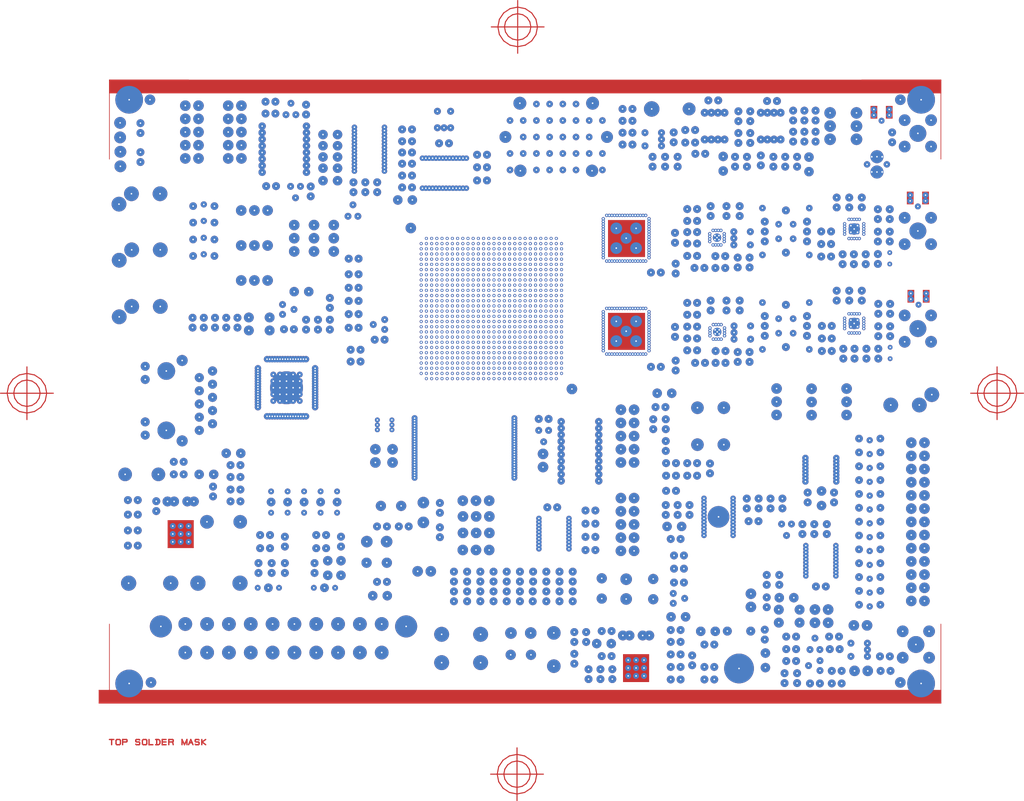
<source format=kicad_pcb>
(kicad_pcb (version 20221018) (generator pcbnew)
  (layers (0 "F.Cu" signal) (31 "B.Cu" signal) (34 "B.Paste" user) (35 "F.Paste" user) (36 "B.SilkS" user "B.Silkscreen") (37 "F.SilkS" user "F.Silkscreen") (38 "B.Mask" user) (39 "F.Mask" user) (44 "Edge.Cuts" user))
  (net 0 "")
  (gr_poly (pts (xy 119.6086 -107.3658) (xy 126.60859 -107.3658) (xy 126.60859 -114.36579) (xy 119.6086 -114.36579)) (fill solid) (layer "F.Cu"))
  (gr_poly (pts (xy 23.5966 -21.3868) (xy 183.59653 -21.3868) (xy 183.59653 -23.88692) (xy 23.5966 -23.88692)) (fill solid) (layer "F.Cu"))
  (gr_poly (pts (xy 37.02609 -56.53481) (xy 34.90189 -56.53481) (xy 34.90189 -51.36312) (xy 39.72331 -51.36312) (xy 39.72331 -56.53481)) (fill solid) (layer "F.Cu"))
  (gr_poly (pts (xy 183.59653 -141.38681) (xy 23.5966 -141.38681) (xy 23.5966 -138.88669) (xy 183.59653 -138.88669)) (fill solid) (layer "F.Cu"))
  (gr_poly (pts (xy 177.24196 -100.90582) (xy 177.24196 -98.58578) (xy 178.40528 -98.58578) (xy 178.40528 -100.90582)) (fill solid) (layer "F.Cu"))
  (gr_poly (pts (xy 180.06492 -119.82882) (xy 180.06492 -117.50878) (xy 181.22824 -117.50878) (xy 181.22824 -119.82882)) (fill solid) (layer "F.Cu"))
  (gr_poly (pts (xy 119.6086 -89.4842) (xy 126.60859 -89.4842) (xy 126.60859 -96.48419) (xy 119.6086 -96.48419)) (fill solid) (layer "F.Cu"))
  (gr_poly (pts (xy 170.12996 -136.33882) (xy 170.12996 -134.01878) (xy 171.29328 -134.01878) (xy 171.29328 -136.33882)) (fill solid) (layer "F.Cu"))
  (gr_poly (pts (xy 180.19192 -100.90582) (xy 180.19192 -98.58578) (xy 181.35524 -98.58578) (xy 181.35524 -100.90582)) (fill solid) (layer "F.Cu"))
  (gr_poly (pts (xy 177.11496 -119.82882) (xy 177.11496 -117.50878) (xy 178.27828 -117.50878) (xy 178.27828 -119.82882)) (fill solid) (layer "F.Cu"))
  (gr_poly (pts (xy 21.5966 -21.3868) (xy 23.5966 -21.3868) (xy 23.5966 -23.88692) (xy 21.5966 -23.88692)) (fill solid) (layer "F.Cu"))
  (gr_poly (pts (xy 124.65609 -30.72841) (xy 122.53189 -30.72841) (xy 122.53189 -25.55672) (xy 127.35331 -25.55672) (xy 127.35331 -30.72841)) (fill solid) (layer "F.Cu"))
  (gr_poly (pts (xy 173.07992 -136.33882) (xy 173.07992 -134.01878) (xy 174.24324 -134.01878) (xy 174.24324 -136.33882)) (fill solid) (layer "F.Cu"))
  (segment (start 101.05978 -10.06825) (end 100.23575 -9.51765) (width 0.2032) (layer "F.Cu") (net 0))
  (segment (start 190.89162 -82.53482) (end 190.6016 -81.0768) (width 0.2032) (layer "F.Cu") (net 0))
  (segment (start 126.60859 -114.36579) (end 119.6086 -114.36579) (width 0.127) (layer "F.Cu") (net 0))
  (segment (start 5.92555 -82.87285) (end 5.37495 -82.04882) (width 0.2032) (layer "F.Cu") (net 0))
  (segment (start 100.70078 -148.09262) (end 102.1588 -147.8026) (width 0.2032) (layer "F.Cu") (net 0))
  (segment (start 197.93158 -82.53482) (end 197.10568 -83.77088) (width 0.2032) (layer "F.Cu") (net 0))
  (segment (start 29.31084 -13.92555) (end 28.78176 -13.92555) (width 0.254) (layer "F.Cu") (net 0))
  (segment (start 35.02508 -14.4018) (end 35.76599 -14.4018) (width 0.254) (layer "F.Cu") (net 0))
  (segment (start 181.22824 -117.50878) (end 181.22824 -119.82882) (width 0.127) (layer "F.Cu") (net 0))
  (segment (start 178.27828 -119.82882) (end 177.11496 -119.82882) (width 0.127) (layer "F.Cu") (net 0))
  (segment (start 21.5966 -21.3868) (end 23.5966 -21.3868) (width 0.127) (layer "F.Cu") (net 0))
  (segment (start 33.75533 -13.39647) (end 33.75533 -14.4018) (width 0.254) (layer "F.Cu") (net 0))
  (segment (start 183.59653 -21.3868) (end 168.35653 -21.3868) (width 0.127) (layer "F.Cu") (net 0))
  (segment (start 98.3488 -151.6126) (end 98.63882 -150.15458) (width 0.2032) (layer "F.Cu") (net 0))
  (segment (start 126.60859 -107.3658) (end 126.60859 -114.36579) (width 0.127) (layer "F.Cu") (net 0))
  (segment (start 180.19192 -98.58578) (end 181.35524 -98.58578) (width 0.127) (layer "F.Cu") (net 0))
  (segment (start 6.26358 -84.59678) (end 5.02752 -83.77088) (width 0.2032) (layer "F.Cu") (net 0))
  (segment (start 194.4116 -83.6168) (end 193.43958 -83.42345) (width 0.2032) (layer "F.Cu") (net 0))
  (segment (start 190.89162 -79.61878) (end 191.71752 -78.38272) (width 0.2032) (layer "F.Cu") (net 0))
  (segment (start 25.55443 -14.4018) (end 25.71318 -14.24305) (width 0.254) (layer "F.Cu") (net 0))
  (segment (start 6.74958 -83.42345) (end 5.92555 -82.87285) (width 0.2032) (layer "F.Cu") (net 0))
  (segment (start 103.95485 -149.81655) (end 104.50545 -150.64058) (width 0.2032) (layer "F.Cu") (net 0))
  (segment (start 100.23575 -5.92555) (end 101.05978 -5.37495) (width 0.2032) (layer "F.Cu") (net 0))
  (segment (start 194.4116 -75.9968) (end 194.4116 -86.1568) (width 0.2032) (layer "F.Cu") (net 0))
  (segment (start 98.51182 -6.26358) (end 99.33772 -5.02752) (width 0.2032) (layer "F.Cu") (net 0))
  (segment (start 102.1588 -155.4226) (end 100.70078 -155.13258) (width 0.2032) (layer "F.Cu") (net 0))
  (segment (start 196.20765 -79.28075) (end 196.75825 -80.10478) (width 0.2032) (layer "F.Cu") (net 0))
  (segment (start 99.81215 -150.64058) (end 100.36275 -149.81655) (width 0.2032) (layer "F.Cu") (net 0))
  (segment (start 103.48982 -11.24158) (end 102.0318 -11.5316) (width 0.2032) (layer "F.Cu") (net 0))
  (segment (start 10.41568 -78.38272) (end 11.24158 -79.61878) (width 0.2032) (layer "F.Cu") (net 0))
  (segment (start 40.10457 -14.29588) (end 40.21023 -14.4018) (width 0.254) (layer "F.Cu") (net 0))
  (segment (start 170.12996 -134.01878) (end 171.29328 -134.01878) (width 0.127) (layer "F.Cu") (net 0))
  (segment (start 3.9116 -81.0768) (end 4.20162 -79.61878) (width 0.2032) (layer "F.Cu") (net 0))
  (segment (start 29.94584 -14.24305) (end 30.10459 -14.4018) (width 0.254) (layer "F.Cu") (net 0))
  (segment (start 99.68515 -8.69362) (end 99.4918 -7.7216) (width 0.2032) (layer "F.Cu") (net 0))
  (segment (start 29.31084 -13.39647) (end 29.41676 -13.50213) (width 0.254) (layer "F.Cu") (net 0))
  (segment (start 33.33217 -13.71397) (end 33.22625 -13.50213) (width 0.254) (layer "F.Cu") (net 0))
  (segment (start 24.86635 -13.55522) (end 24.86635 -14.24305) (width 0.254) (layer "F.Cu") (net 0))
  (segment (start 181.35524 -98.58578) (end 181.35524 -100.90582) (width 0.127) (layer "F.Cu") (net 0))
  (segment (start 102.1588 -149.0726) (end 103.13082 -149.26595) (width 0.2032) (layer "F.Cu") (net 0))
  (segment (start 170.12996 -136.33882) (end 170.12996 -134.01878) (width 0.127) (layer "F.Cu") (net 0))
  (segment (start 35.76599 -13.92555) (end 35.87191 -13.39647) (width 0.254) (layer "F.Cu") (net 0))
  (segment (start 102.0318 -5.1816) (end 103.00382 -5.37495) (width 0.2032) (layer "F.Cu") (net 0))
  (segment (start 30.79242 -14.24305) (end 30.79242 -13.55522) (width 0.254) (layer "F.Cu") (net 0))
  (segment (start 23.5966 -141.38681) (end 23.5966 -126.14681) (width 0.127) (layer "F.Cu") (net 0))
  (segment (start 195.38362 -83.42345) (end 194.4116 -83.6168) (width 0.2032) (layer "F.Cu") (net 0))
  (segment (start 103.61682 -148.09262) (end 104.85288 -148.91852) (width 0.2032) (layer "F.Cu") (net 0))
  (segment (start 180.06492 -119.82882) (end 180.06492 -117.50878) (width 0.127) (layer "F.Cu") (net 0))
  (segment (start 25.0251 -14.4018) (end 25.55443 -14.4018) (width 0.254) (layer "F.Cu") (net 0))
  (segment (start 41.42715 -13.92555) (end 42.11523 -13.39647) (width 0.254) (layer "F.Cu") (net 0))
  (segment (start 177.11496 -117.50878) (end 178.27828 -117.50878) (width 0.127) (layer "F.Cu") (net 0))
  (segment (start 37.56482 -14.4018) (end 38.04107 -13.39647) (width 0.254) (layer "F.Cu") (net 0))
  (segment (start 181.22824 -119.82882) (end 180.06492 -119.82882) (width 0.127) (layer "F.Cu") (net 0))
  (segment (start 102.0318 -3.9116) (end 103.48982 -4.20162) (width 0.2032) (layer "F.Cu") (net 0))
  (segment (start 5.37495 -82.04882) (end 5.1816 -81.0768) (width 0.2032) (layer "F.Cu") (net 0))
  (segment (start 11.5316 -81.0768) (end 11.24158 -82.53482) (width 0.2032) (layer "F.Cu") (net 0))
  (segment (start 40.84523 -13.81963) (end 40.73957 -13.92555) (width 0.254) (layer "F.Cu") (net 0))
  (segment (start 29.41676 -13.81963) (end 29.31084 -13.92555) (width 0.254) (layer "F.Cu") (net 0))
  (segment (start 195.38362 -78.73015) (end 196.20765 -79.28075) (width 0.2032) (layer "F.Cu") (net 0))
  (segment (start 28.78176 -13.39647) (end 29.31084 -13.39647) (width 0.254) (layer "F.Cu") (net 0))
  (segment (start 25.71318 -13.55522) (end 25.55443 -13.39647) (width 0.254) (layer "F.Cu") (net 0))
  (segment (start 99.68515 -6.74958) (end 100.23575 -5.92555) (width 0.2032) (layer "F.Cu") (net 0))
  (segment (start 5.37495 -80.10478) (end 5.92555 -79.28075) (width 0.2032) (layer "F.Cu") (net 0))
  (segment (start 26.98293 -14.03147) (end 26.87701 -13.92555) (width 0.254) (layer "F.Cu") (net 0))
  (segment (start 4.20162 -79.61878) (end 5.02752 -78.38272) (width 0.2032) (layer "F.Cu") (net 0))
  (segment (start 124.65609 -30.72841) (end 122.53189 -30.72841) (width 0.2032) (layer "F.Cu") (net 0))
  (segment (start 105.67878 -153.07062) (end 104.85288 -154.30668) (width 0.2032) (layer "F.Cu") (net 0))
  (segment (start 173.07992 -134.01878) (end 174.24324 -134.01878) (width 0.127) (layer "F.Cu") (net 0))
  (segment (start 192.95358 -84.59678) (end 191.71752 -83.77088) (width 0.2032) (layer "F.Cu") (net 0))
  (segment (start 39.25799 -14.4018) (end 39.6814 -13.39647) (width 0.254) (layer "F.Cu") (net 0))
  (segment (start 178.40528 -100.90582) (end 177.24196 -100.90582) (width 0.127) (layer "F.Cu") (net 0))
  (segment (start 23.5966 -23.88692) (end 21.5966 -23.88692) (width 0.127) (layer "F.Cu") (net 0))
  (segment (start 100.57378 -11.24158) (end 99.33772 -10.41568) (width 0.2032) (layer "F.Cu") (net 0))
  (segment (start 5.92555 -79.28075) (end 6.74958 -78.73015) (width 0.2032) (layer "F.Cu") (net 0))
  (segment (start 40.10457 -13.50213) (end 40.21023 -13.39647) (width 0.254) (layer "F.Cu") (net 0))
  (segment (start 24.02002 -14.4018) (end 24.02002 -13.39647) (width 0.254) (layer "F.Cu") (net 0))
  (segment (start 24.86635 -14.24305) (end 25.0251 -14.4018) (width 0.254) (layer "F.Cu") (net 0))
  (segment (start 104.72588 -5.02752) (end 105.55178 -6.26358) (width 0.2032) (layer "F.Cu") (net 0))
  (segment (start 101.18678 -149.26595) (end 102.1588 -149.0726) (width 0.2032) (layer "F.Cu") (net 0))
  (segment (start 37.02609 -56.53481) (end 34.90189 -56.53481) (width 0.2032) (layer "F.Cu") (net 0))
  (segment (start 102.1588 -154.1526) (end 101.18678 -153.95925) (width 0.2032) (layer "F.Cu") (net 0))
  (segment (start 21.5966 -23.88692) (end 21.5966 -21.3868) (width 0.127) (layer "F.Cu") (net 0))
  (segment (start 177.11496 -119.82882) (end 177.11496 -117.50878) (width 0.127) (layer "F.Cu") (net 0))
  (segment (start 28.78176 -14.4018) (end 29.31084 -14.4018) (width 0.254) (layer "F.Cu") (net 0))
  (segment (start 25.71318 -14.24305) (end 25.71318 -13.55522) (width 0.254) (layer "F.Cu") (net 0))
  (segment (start 10.06825 -82.04882) (end 9.51765 -82.87285) (width 0.2032) (layer "F.Cu") (net 0))
  (segment (start 31.21558 -13.39647) (end 31.21558 -14.4018) (width 0.254) (layer "F.Cu") (net 0))
  (segment (start 180.06492 -117.50878) (end 181.22824 -117.50878) (width 0.127) (layer "F.Cu") (net 0))
  (segment (start 195.86962 -77.55682) (end 197.10568 -78.38272) (width 0.2032) (layer "F.Cu") (net 0))
  (segment (start 25.0251 -13.39647) (end 24.86635 -13.55522) (width 0.254) (layer "F.Cu") (net 0))
  (segment (start 98.63882 -150.15458) (end 99.46472 -148.91852) (width 0.2032) (layer "F.Cu") (net 0))
  (segment (start 196.75825 -80.10478) (end 196.9516 -81.0768) (width 0.2032) (layer "F.Cu") (net 0))
  (segment (start 104.72588 -10.41568) (end 103.48982 -11.24158) (width 0.2032) (layer "F.Cu") (net 0))
  (segment (start 178.27828 -117.50878) (end 178.27828 -119.82882) (width 0.127) (layer "F.Cu") (net 0))
  (segment (start 12.8016 -81.0768) (end 2.6416 -81.0768) (width 0.2032) (layer "F.Cu") (net 0))
  (segment (start 191.71752 -78.38272) (end 192.95358 -77.55682) (width 0.2032) (layer "F.Cu") (net 0))
  (segment (start 41.37431 -13.92555) (end 41.42715 -13.92555) (width 0.254) (layer "F.Cu") (net 0))
  (segment (start 39.72331 -56.53481) (end 37.02609 -56.53481) (width 0.2032) (layer "F.Cu") (net 0))
  (segment (start 28.67584 -14.03147) (end 28.67584 -14.29588) (width 0.254) (layer "F.Cu") (net 0))
  (segment (start 23.5966 -141.38681) (end 38.8366 -141.38681) (width 0.127) (layer "F.Cu") (net 0))
  (segment (start 33.33217 -14.0843) (end 33.33217 -13.71397) (width 0.254) (layer "F.Cu") (net 0))
  (segment (start 40.21023 -13.92555) (end 40.10457 -14.03147) (width 0.254) (layer "F.Cu") (net 0))
  (segment (start 10.41568 -83.77088) (end 9.17962 -84.59678) (width 0.2032) (layer "F.Cu") (net 0))
  (segment (start 192.61555 -82.87285) (end 192.06495 -82.04882) (width 0.2032) (layer "F.Cu") (net 0))
  (segment (start 183.59653 -141.38681) (end 168.35653 -141.38681) (width 0.127) (layer "F.Cu") (net 0))
  (segment (start 196.75825 -82.04882) (end 196.20765 -82.87285) (width 0.2032) (layer "F.Cu") (net 0))
  (segment (start 197.93158 -79.61878) (end 198.2216 -81.0768) (width 0.2032) (layer "F.Cu") (net 0))
  (segment (start 174.24324 -136.33882) (end 173.07992 -136.33882) (width 0.127) (layer "F.Cu") (net 0))
  (segment (start 33.01467 -14.4018) (end 33.22625 -14.29588) (width 0.254) (layer "F.Cu") (net 0))
  (segment (start 26.98293 -14.29588) (end 26.98293 -14.03147) (width 0.254) (layer "F.Cu") (net 0))
  (segment (start 99.4918 -7.7216) (end 99.68515 -6.74958) (width 0.2032) (layer "F.Cu") (net 0))
  (segment (start 23.5966 -21.3868) (end 38.8366 -21.3868) (width 0.127) (layer "F.Cu") (net 0))
  (segment (start 30.10459 -14.4018) (end 30.63367 -14.4018) (width 0.254) (layer "F.Cu") (net 0))
  (segment (start 100.36275 -149.81655) (end 101.18678 -149.26595) (width 0.2032) (layer "F.Cu") (net 0))
  (segment (start 127.35331 -30.72841) (end 124.65609 -30.72841) (width 0.2032) (layer "F.Cu") (net 0))
  (segment (start 28.78176 -13.92555) (end 28.67584 -14.03147) (width 0.254) (layer "F.Cu") (net 0))
  (segment (start 35.87191 -14.29588) (end 35.87191 -14.03147) (width 0.254) (layer "F.Cu") (net 0))
  (segment (start 183.59653 -141.38681) (end 23.5966 -141.38681) (width 0.127) (layer "F.Cu") (net 0))
  (segment (start 26.87701 -14.4018) (end 26.98293 -14.29588) (width 0.254) (layer "F.Cu") (net 0))
  (segment (start 38.51732 -14.4018) (end 38.51732 -13.39647) (width 0.254) (layer "F.Cu") (net 0))
  (segment (start 9.17962 -84.59678) (end 7.7216 -84.8868) (width 0.2032) (layer "F.Cu") (net 0))
  (segment (start 103.95485 -153.40865) (end 103.13082 -153.95925) (width 0.2032) (layer "F.Cu") (net 0))
  (segment (start 41.37431 -13.39647) (end 41.37431 -14.4018) (width 0.254) (layer "F.Cu") (net 0))
  (segment (start 6.26358 -77.55682) (end 7.7216 -77.2668) (width 0.2032) (layer "F.Cu") (net 0))
  (segment (start 30.63367 -14.4018) (end 30.79242 -14.24305) (width 0.254) (layer "F.Cu") (net 0))
  (segment (start 7.7216 -84.8868) (end 6.26358 -84.59678) (width 0.2032) (layer "F.Cu") (net 0))
  (segment (start 40.10457 -14.03147) (end 40.10457 -14.29588) (width 0.254) (layer "F.Cu") (net 0))
  (segment (start 99.33772 -10.41568) (end 98.51182 -9.17962) (width 0.2032) (layer "F.Cu") (net 0))
  (segment (start 104.50545 -150.64058) (end 104.6988 -151.6126) (width 0.2032) (layer "F.Cu") (net 0))
  (segment (start 100.57378 -4.20162) (end 102.0318 -3.9116) (width 0.2032) (layer "F.Cu") (net 0))
  (segment (start 5.02752 -83.77088) (end 4.20162 -82.53482) (width 0.2032) (layer "F.Cu") (net 0))
  (segment (start 35.66008 -13.92555) (end 35.76599 -13.92555) (width 0.254) (layer "F.Cu") (net 0))
  (segment (start 99.33772 -5.02752) (end 100.57378 -4.20162) (width 0.2032) (layer "F.Cu") (net 0))
  (segment (start 103.13082 -149.26595) (end 103.95485 -149.81655) (width 0.2032) (layer "F.Cu") (net 0))
  (segment (start 32.69717 -13.39647) (end 32.69717 -14.4018) (width 0.254) (layer "F.Cu") (net 0))
  (segment (start 40.21023 -13.39647) (end 40.73957 -13.39647) (width 0.254) (layer "F.Cu") (net 0))
  (segment (start 7.7216 -78.5368) (end 8.69362 -78.73015) (width 0.2032) (layer "F.Cu") (net 0))
  (segment (start 103.61682 -155.13258) (end 102.1588 -155.4226) (width 0.2032) (layer "F.Cu") (net 0))
  (segment (start 103.82785 -9.51765) (end 103.00382 -10.06825) (width 0.2032) (layer "F.Cu") (net 0))
  (segment (start 103.48982 -4.20162) (end 104.72588 -5.02752) (width 0.2032) (layer "F.Cu") (net 0))
  (segment (start 26.87701 -13.92555) (end 26.13635 -13.92555) (width 0.254) (layer "F.Cu") (net 0))
  (segment (start 7.7216 -75.9968) (end 7.7216 -86.1568) (width 0.2032) (layer "F.Cu") (net 0))
  (segment (start 5.1816 -81.0768) (end 5.37495 -80.10478) (width 0.2032) (layer "F.Cu") (net 0))
  (segment (start 40.84523 -13.50213) (end 40.84523 -13.81963) (width 0.254) (layer "F.Cu") (net 0))
  (segment (start 196.9516 -81.0768) (end 196.75825 -82.04882) (width 0.2032) (layer "F.Cu") (net 0))
  (segment (start 119.6086 -96.48419) (end 119.6086 -89.4842) (width 0.127) (layer "F.Cu") (net 0))
  (segment (start 183.59653 -21.3868) (end 183.59653 -36.6268) (width 0.127) (layer "F.Cu") (net 0))
  (segment (start 9.51765 -79.28075) (end 10.06825 -80.10478) (width 0.2032) (layer "F.Cu") (net 0))
  (segment (start 105.67878 -150.15458) (end 105.9688 -151.6126) (width 0.2032) (layer "F.Cu") (net 0))
  (segment (start 105.8418 -7.7216) (end 105.55178 -9.17962) (width 0.2032) (layer "F.Cu") (net 0))
  (segment (start 101.18678 -153.95925) (end 100.36275 -153.40865) (width 0.2032) (layer "F.Cu") (net 0))
  (segment (start 102.0318 -2.6416) (end 102.0318 -12.8016) (width 0.2032) (layer "F.Cu") (net 0))
  (segment (start 98.63882 -153.07062) (end 98.3488 -151.6126) (width 0.2032) (layer "F.Cu") (net 0))
  (segment (start 11.24158 -79.61878) (end 11.5316 -81.0768) (width 0.2032) (layer "F.Cu") (net 0))
  (segment (start 119.6086 -107.3658) (end 126.60859 -107.3658) (width 0.127) (layer "F.Cu") (net 0))
  (segment (start 126.60859 -89.4842) (end 126.60859 -96.48419) (width 0.127) (layer "F.Cu") (net 0))
  (segment (start 197.10568 -83.77088) (end 195.86962 -84.59678) (width 0.2032) (layer "F.Cu") (net 0))
  (segment (start 9.17962 -77.55682) (end 10.41568 -78.38272) (width 0.2032) (layer "F.Cu") (net 0))
  (segment (start 39.72331 -51.36312) (end 39.72331 -56.53481) (width 0.2032) (layer "F.Cu") (net 0))
  (segment (start 11.24158 -82.53482) (end 10.41568 -83.77088) (width 0.2032) (layer "F.Cu") (net 0))
  (segment (start 104.85288 -148.91852) (end 105.67878 -150.15458) (width 0.2032) (layer "F.Cu") (net 0))
  (segment (start 32.48558 -14.4018) (end 33.01467 -14.4018) (width 0.254) (layer "F.Cu") (net 0))
  (segment (start 100.36275 -153.40865) (end 99.81215 -152.58462) (width 0.2032) (layer "F.Cu") (net 0))
  (segment (start 33.01467 -13.39647) (end 32.48558 -13.39647) (width 0.254) (layer "F.Cu") (net 0))
  (segment (start 30.10459 -13.39647) (end 29.94584 -13.55522) (width 0.254) (layer "F.Cu") (net 0))
  (segment (start 99.46472 -148.91852) (end 100.70078 -148.09262) (width 0.2032) (layer "F.Cu") (net 0))
  (segment (start 6.74958 -78.73015) (end 7.7216 -78.5368) (width 0.2032) (layer "F.Cu") (net 0))
  (segment (start 26.13635 -14.4018) (end 26.87701 -14.4018) (width 0.254) (layer "F.Cu") (net 0))
  (segment (start 35.76599 -14.4018) (end 35.87191 -14.29588) (width 0.254) (layer "F.Cu") (net 0))
  (segment (start 104.37845 -8.69362) (end 103.82785 -9.51765) (width 0.2032) (layer "F.Cu") (net 0))
  (segment (start 192.06495 -82.04882) (end 191.8716 -81.0768) (width 0.2032) (layer "F.Cu") (net 0))
  (segment (start 35.87191 -14.03147) (end 35.76599 -13.92555) (width 0.254) (layer "F.Cu") (net 0))
  (segment (start 104.37845 -6.74958) (end 104.5718 -7.7216) (width 0.2032) (layer "F.Cu") (net 0))
  (segment (start 23.5966 -141.38681) (end 23.5966 -138.88669) (width 0.127) (layer "F.Cu") (net 0))
  (segment (start 194.4116 -77.2668) (end 195.86962 -77.55682) (width 0.2032) (layer "F.Cu") (net 0))
  (segment (start 105.55178 -9.17962) (end 104.72588 -10.41568) (width 0.2032) (layer "F.Cu") (net 0))
  (segment (start 199.4916 -81.0768) (end 189.3316 -81.0768) (width 0.2032) (layer "F.Cu") (net 0))
  (segment (start 7.7216 -83.6168) (end 6.74958 -83.42345) (width 0.2032) (layer "F.Cu") (net 0))
  (segment (start 183.59653 -23.88692) (end 23.5966 -23.88692) (width 0.127) (layer "F.Cu") (net 0))
  (segment (start 104.85288 -154.30668) (end 103.61682 -155.13258) (width 0.2032) (layer "F.Cu") (net 0))
  (segment (start 8.69362 -83.42345) (end 7.7216 -83.6168) (width 0.2032) (layer "F.Cu") (net 0))
  (segment (start 29.94584 -13.55522) (end 29.94584 -14.24305) (width 0.254) (layer "F.Cu") (net 0))
  (segment (start 183.59653 -138.88669) (end 183.59653 -141.38681) (width 0.127) (layer "F.Cu") (net 0))
  (segment (start 171.29328 -136.33882) (end 170.12996 -136.33882) (width 0.127) (layer "F.Cu") (net 0))
  (segment (start 23.5966 -14.4018) (end 24.44318 -14.4018) (width 0.254) (layer "F.Cu") (net 0))
  (segment (start 171.29328 -134.01878) (end 171.29328 -136.33882) (width 0.127) (layer "F.Cu") (net 0))
  (segment (start 5.02752 -78.38272) (end 6.26358 -77.55682) (width 0.2032) (layer "F.Cu") (net 0))
  (segment (start 33.22625 -13.50213) (end 33.01467 -13.39647) (width 0.254) (layer "F.Cu") (net 0))
  (segment (start 190.6016 -81.0768) (end 190.89162 -79.61878) (width 0.2032) (layer "F.Cu") (net 0))
  (segment (start 9.51765 -82.87285) (end 8.69362 -83.42345) (width 0.2032) (layer "F.Cu") (net 0))
  (segment (start 181.35524 -100.90582) (end 180.19192 -100.90582) (width 0.127) (layer "F.Cu") (net 0))
  (segment (start 192.95358 -77.55682) (end 194.4116 -77.2668) (width 0.2032) (layer "F.Cu") (net 0))
  (segment (start 198.2216 -81.0768) (end 197.93158 -82.53482) (width 0.2032) (layer "F.Cu") (net 0))
  (segment (start 38.04107 -13.39647) (end 38.51732 -14.4018) (width 0.254) (layer "F.Cu") (net 0))
  (segment (start 127.35331 -25.55672) (end 127.35331 -30.72841) (width 0.2032) (layer "F.Cu") (net 0))
  (segment (start 105.9688 -151.6126) (end 105.67878 -153.07062) (width 0.2032) (layer "F.Cu") (net 0))
  (segment (start 40.21023 -14.4018) (end 40.73957 -14.4018) (width 0.254) (layer "F.Cu") (net 0))
  (segment (start 34.49625 -13.39647) (end 33.75533 -13.39647) (width 0.254) (layer "F.Cu") (net 0))
  (segment (start 102.0318 -10.2616) (end 101.05978 -10.06825) (width 0.2032) (layer "F.Cu") (net 0))
  (segment (start 40.73957 -14.4018) (end 40.84523 -14.29588) (width 0.254) (layer "F.Cu") (net 0))
  (segment (start 103.13082 -153.95925) (end 102.1588 -154.1526) (width 0.2032) (layer "F.Cu") (net 0))
  (segment (start 33.75533 -14.4018) (end 34.49625 -14.4018) (width 0.254) (layer "F.Cu") (net 0))
  (segment (start 99.6188 -151.6126) (end 99.81215 -150.64058) (width 0.2032) (layer "F.Cu") (net 0))
  (segment (start 30.63367 -13.39647) (end 30.10459 -13.39647) (width 0.254) (layer "F.Cu") (net 0))
  (segment (start 104.50545 -152.58462) (end 103.95485 -153.40865) (width 0.2032) (layer "F.Cu") (net 0))
  (segment (start 99.46472 -154.30668) (end 98.63882 -153.07062) (width 0.2032) (layer "F.Cu") (net 0))
  (segment (start 102.1588 -146.5326) (end 102.1588 -156.6926) (width 0.2032) (layer "F.Cu") (net 0))
  (segment (start 191.71752 -83.77088) (end 190.89162 -82.53482) (width 0.2032) (layer "F.Cu") (net 0))
  (segment (start 34.90189 -51.36312) (end 39.72331 -51.36312) (width 0.2032) (layer "F.Cu") (net 0))
  (segment (start 31.9565 -13.39647) (end 31.21558 -13.39647) (width 0.254) (layer "F.Cu") (net 0))
  (segment (start 29.31084 -14.4018) (end 29.41676 -14.29588) (width 0.254) (layer "F.Cu") (net 0))
  (segment (start 174.24324 -134.01878) (end 174.24324 -136.33882) (width 0.127) (layer "F.Cu") (net 0))
  (segment (start 193.43958 -83.42345) (end 192.61555 -82.87285) (width 0.2032) (layer "F.Cu") (net 0))
  (segment (start 197.10568 -78.38272) (end 197.93158 -79.61878) (width 0.2032) (layer "F.Cu") (net 0))
  (segment (start 38.83457 -13.39647) (end 39.25799 -14.4018) (width 0.254) (layer "F.Cu") (net 0))
  (segment (start 173.07992 -136.33882) (end 173.07992 -134.01878) (width 0.127) (layer "F.Cu") (net 0))
  (segment (start 34.90189 -56.53481) (end 34.90189 -51.36312) (width 0.2032) (layer "F.Cu") (net 0))
  (segment (start 35.76599 -13.92555) (end 35.02508 -13.92555) (width 0.254) (layer "F.Cu") (net 0))
  (segment (start 4.20162 -82.53482) (end 3.9116 -81.0768) (width 0.2032) (layer "F.Cu") (net 0))
  (segment (start 196.20765 -82.87285) (end 195.38362 -83.42345) (width 0.2032) (layer "F.Cu") (net 0))
  (segment (start 100.70078 -155.13258) (end 99.46472 -154.30668) (width 0.2032) (layer "F.Cu") (net 0))
  (segment (start 119.6086 -114.36579) (end 119.6086 -107.3658) (width 0.127) (layer "F.Cu") (net 0))
  (segment (start 104.5718 -7.7216) (end 104.37845 -8.69362) (width 0.2032) (layer "F.Cu") (net 0))
  (segment (start 30.79242 -13.55522) (end 30.63367 -13.39647) (width 0.254) (layer "F.Cu") (net 0))
  (segment (start 177.24196 -98.58578) (end 178.40528 -98.58578) (width 0.127) (layer "F.Cu") (net 0))
  (segment (start 192.06495 -80.10478) (end 192.61555 -79.28075) (width 0.2032) (layer "F.Cu") (net 0))
  (segment (start 33.22625 -14.29588) (end 33.33217 -14.0843) (width 0.254) (layer "F.Cu") (net 0))
  (segment (start 178.40528 -98.58578) (end 178.40528 -100.90582) (width 0.127) (layer "F.Cu") (net 0))
  (segment (start 25.55443 -13.39647) (end 25.0251 -13.39647) (width 0.254) (layer "F.Cu") (net 0))
  (segment (start 23.5966 -21.3868) (end 183.59653 -21.3868) (width 0.127) (layer "F.Cu") (net 0))
  (segment (start 102.1588 -147.8026) (end 103.61682 -148.09262) (width 0.2032) (layer "F.Cu") (net 0))
  (segment (start 194.4116 -78.5368) (end 195.38362 -78.73015) (width 0.2032) (layer "F.Cu") (net 0))
  (segment (start 23.5966 -23.88692) (end 23.5966 -21.3868) (width 0.127) (layer "F.Cu") (net 0))
  (segment (start 37.56482 -13.39647) (end 37.56482 -14.4018) (width 0.254) (layer "F.Cu") (net 0))
  (segment (start 38.99332 -13.7668) (end 39.52265 -13.7668) (width 0.254) (layer "F.Cu") (net 0))
  (segment (start 8.69362 -78.73015) (end 9.51765 -79.28075) (width 0.2032) (layer "F.Cu") (net 0))
  (segment (start 183.59653 -21.3868) (end 183.59653 -23.88692) (width 0.127) (layer "F.Cu") (net 0))
  (segment (start 183.59653 -141.38681) (end 183.59653 -126.14681) (width 0.127) (layer "F.Cu") (net 0))
  (segment (start 122.53189 -30.72841) (end 122.53189 -25.55672) (width 0.2032) (layer "F.Cu") (net 0))
  (segment (start 35.02508 -13.39647) (end 35.02508 -14.4018) (width 0.254) (layer "F.Cu") (net 0))
  (segment (start 191.8716 -81.0768) (end 192.06495 -80.10478) (width 0.2032) (layer "F.Cu") (net 0))
  (segment (start 192.61555 -79.28075) (end 193.43958 -78.73015) (width 0.2032) (layer "F.Cu") (net 0))
  (segment (start 102.0318 -11.5316) (end 100.57378 -11.24158) (width 0.2032) (layer "F.Cu") (net 0))
  (segment (start 28.67584 -13.50213) (end 28.78176 -13.39647) (width 0.254) (layer "F.Cu") (net 0))
  (segment (start 119.6086 -89.4842) (end 126.60859 -89.4842) (width 0.127) (layer "F.Cu") (net 0))
  (segment (start 180.19192 -100.90582) (end 180.19192 -98.58578) (width 0.127) (layer "F.Cu") (net 0))
  (segment (start 105.55178 -6.26358) (end 105.8418 -7.7216) (width 0.2032) (layer "F.Cu") (net 0))
  (segment (start 101.05978 -5.37495) (end 102.0318 -5.1816) (width 0.2032) (layer "F.Cu") (net 0))
  (segment (start 103.00382 -10.06825) (end 102.0318 -10.2616) (width 0.2032) (layer "F.Cu") (net 0))
  (segment (start 107.2388 -151.6126) (end 97.0788 -151.6126) (width 0.2032) (layer "F.Cu") (net 0))
  (segment (start 98.2218 -7.7216) (end 98.51182 -6.26358) (width 0.2032) (layer "F.Cu") (net 0))
  (segment (start 122.53189 -25.55672) (end 127.35331 -25.55672) (width 0.2032) (layer "F.Cu") (net 0))
  (segment (start 34.49625 -13.92555) (end 33.75533 -13.92555) (width 0.254) (layer "F.Cu") (net 0))
  (segment (start 40.73957 -13.92555) (end 40.21023 -13.92555) (width 0.254) (layer "F.Cu") (net 0))
  (segment (start 23.5966 -21.3868) (end 23.5966 -36.6268) (width 0.127) (layer "F.Cu") (net 0))
  (segment (start 41.42715 -13.92555) (end 42.11523 -14.4018) (width 0.254) (layer "F.Cu") (net 0))
  (segment (start 103.82785 -5.92555) (end 104.37845 -6.74958) (width 0.2032) (layer "F.Cu") (net 0))
  (segment (start 195.86962 -84.59678) (end 194.4116 -84.8868) (width 0.2032) (layer "F.Cu") (net 0))
  (segment (start 40.73957 -13.39647) (end 40.84523 -13.50213) (width 0.254) (layer "F.Cu") (net 0))
  (segment (start 23.5966 -138.88669) (end 183.59653 -138.88669) (width 0.127) (layer "F.Cu") (net 0))
  (segment (start 28.67584 -14.29588) (end 28.78176 -14.4018) (width 0.254) (layer "F.Cu") (net 0))
  (segment (start 26.13635 -13.39647) (end 26.13635 -14.4018) (width 0.254) (layer "F.Cu") (net 0))
  (segment (start 23.5966 -21.3868) (end 23.5966 -23.88692) (width 0.127) (layer "F.Cu") (net 0))
  (segment (start 7.7216 -77.2668) (end 9.17962 -77.55682) (width 0.2032) (layer "F.Cu") (net 0))
  (segment (start 104.6988 -151.6126) (end 104.50545 -152.58462) (width 0.2032) (layer "F.Cu") (net 0))
  (segment (start 99.81215 -152.58462) (end 99.6188 -151.6126) (width 0.2032) (layer "F.Cu") (net 0))
  (segment (start 126.60859 -96.48419) (end 119.6086 -96.48419) (width 0.127) (layer "F.Cu") (net 0))
  (segment (start 29.41676 -13.50213) (end 29.41676 -13.81963) (width 0.254) (layer "F.Cu") (net 0))
  (segment (start 193.43958 -78.73015) (end 194.4116 -78.5368) (width 0.2032) (layer "F.Cu") (net 0))
  (segment (start 194.4116 -84.8868) (end 192.95358 -84.59678) (width 0.2032) (layer "F.Cu") (net 0))
  (segment (start 10.2616 -81.0768) (end 10.06825 -82.04882) (width 0.2032) (layer "F.Cu") (net 0))
  (segment (start 177.24196 -100.90582) (end 177.24196 -98.58578) (width 0.127) (layer "F.Cu") (net 0))
  (segment (start 98.51182 -9.17962) (end 98.2218 -7.7216) (width 0.2032) (layer "F.Cu") (net 0))
  (segment (start 103.00382 -5.37495) (end 103.82785 -5.92555) (width 0.2032) (layer "F.Cu") (net 0))
  (segment (start 107.1118 -7.7216) (end 96.9518 -7.7216) (width 0.2032) (layer "F.Cu") (net 0))
  (segment (start 100.23575 -9.51765) (end 99.68515 -8.69362) (width 0.2032) (layer "F.Cu") (net 0))
  (segment (start 10.06825 -80.10478) (end 10.2616 -81.0768) (width 0.2032) (layer "F.Cu") (net 0))
  (via (at 84.59648 -103.88676) (size 0.5969) (drill 0.3) (layers "F.Cu" "B.Cu") (net 0))
  (via (at 93.59646 -102.88676) (size 0.5969) (drill 0.3) (layers "F.Cu" "B.Cu") (net 0))
  (via (at 89.8906 -46.72076) (size 1.52501) (drill 0.3) (layers "F.Cu" "B.Cu") (net 0))
  (via (at 93.59646 -105.88676) (size 0.5969) (drill 0.3) (layers "F.Cu" "B.Cu") (net 0))
  (via (at 138.01166 -58.24677) (size 1.04991) (drill 0.3) (layers "F.Cu" "B.Cu") (net 0))
  (via (at 140.75156 -137.4648) (size 1.52501) (drill 0.3) (layers "F.Cu" "B.Cu") (net 0))
  (via (at 82.32267 -66.28587) (size 1.143) (drill 0.3) (layers "F.Cu" "B.Cu") (net 0))
  (via (at 151.98242 -76.89698) (size 2.032) (drill 0.3) (layers "F.Cu" "B.Cu") (net 0))
  (via (at 107.6706 -46.72076) (size 1.52501) (drill 0.3) (layers "F.Cu" "B.Cu") (net 0))
  (via (at 132.4356 -111.96066) (size 1.52501) (drill 0.3) (layers "F.Cu" "B.Cu") (net 0))
  (via (at 100.59645 -102.88676) (size 0.5969) (drill 0.3) (layers "F.Cu" "B.Cu") (net 0))
  (via (at 76.52461 -125.14174) (size 1.05702) (drill 0.3) (layers "F.Cu" "B.Cu") (net 0))
  (via (at 157.53258 -66.01968) (size 1.22504) (drill 0.3) (layers "F.Cu" "B.Cu") (net 0))
  (via (at 140.12164 -111.4171) (size 0.508) (drill 0.3) (layers "F.Cu" "B.Cu") (net 0))
  (via (at 112.7506 -44.82084) (size 1.52501) (drill 0.3) (layers "F.Cu" "B.Cu") (net 0))
  (via (at 85.59648 -85.8868) (size 0.5969) (drill 0.3) (layers "F.Cu" "B.Cu") (net 0))
  (via (at 139.2936 -97.01784) (size 1.52501) (drill 0.3) (layers "F.Cu" "B.Cu") (net 0))
  (via (at 97.59645 -89.88679) (size 0.5969) (drill 0.3) (layers "F.Cu" "B.Cu") (net 0))
  (via (at 103.59644 -86.8868) (size 0.5969) (drill 0.3) (layers "F.Cu" "B.Cu") (net 0))
  (via (at 118.63756 -111.67186) (size 0.64008) (drill 0.3) (layers "F.Cu" "B.Cu") (net 0))
  (via (at 122.0216 -75.3618) (size 2.032) (drill 0.3) (layers "F.Cu" "B.Cu") (net 0))
  (via (at 171.95063 -59.01563) (size 1.47498) (drill 0.3) (layers "F.Cu" "B.Cu") (net 0))
  (via (at 151.98242 -79.43698) (size 2.032) (drill 0.3) (layers "F.Cu" "B.Cu") (net 0))
  (via (at 140.18565 -35.2298) (size 1.82499) (drill 0.3) (layers "F.Cu" "B.Cu") (net 0))
  (via (at 179.2986 -98.12071) (size 1.14998) (drill 0.3) (layers "F.Cu" "B.Cu") (net 0))
  (via (at 55.42661 -87.63178) (size 1.23698) (drill 0.3) (layers "F.Cu" "B.Cu") (net 0))
  (via (at 86.59647 -99.88677) (size 0.5969) (drill 0.3) (layers "F.Cu" "B.Cu") (net 0))
  (via (at 108.59643 -105.88676) (size 0.5969) (drill 0.3) (layers "F.Cu" "B.Cu") (net 0))
  (via (at 96.59645 -104.88676) (size 0.5969) (drill 0.3) (layers "F.Cu" "B.Cu") (net 0))
  (via (at 139.98956 -28.3718) (size 1.52501) (drill 0.3) (layers "F.Cu" "B.Cu") (net 0))
  (via (at 63.17666 -85.38185) (size 1.23698) (drill 0.3) (layers "F.Cu" "B.Cu") (net 0))
  (via (at 172.2882 -126.6063) (size 0.40005) (drill 0.3) (layers "F.Cu" "B.Cu") (net 0))
  (via (at 85.59648 -107.88675) (size 0.5969) (drill 0.3) (layers "F.Cu" "B.Cu") (net 0))
  (via (at 146.59864 -56.4388) (size 1.52501) (drill 0.3) (layers "F.Cu" "B.Cu") (net 0))
  (via (at 60.21654 -82.13192) (size 1.14097) (drill 0.3) (layers "F.Cu" "B.Cu") (net 0))
  (via (at 42.39666 -36.63671) (size 2.64998) (drill 0.3) (layers "F.Cu" "B.Cu") (net 0))
  (via (at 97.5106 -46.72076) (size 1.52501) (drill 0.3) (layers "F.Cu" "B.Cu") (net 0))
  (via (at 108.59643 -100.88677) (size 0.5969) (drill 0.3) (layers "F.Cu" "B.Cu") (net 0))
  (via (at 37.3126 -53.975) (size 1.143) (drill 0.3) (layers "F.Cu" "B.Cu") (net 0))
  (via (at 171.47362 -110.29213) (size 1.52501) (drill 0.3) (layers "F.Cu" "B.Cu") (net 0))
  (via (at 106.59643 -100.88677) (size 0.5969) (drill 0.3) (layers "F.Cu" "B.Cu") (net 0))
  (via (at 165.4556 -76.8858) (size 2.032) (drill 0.3) (layers "F.Cu" "B.Cu") (net 0))
  (via (at 127.43764 -109.17174) (size 0.64008) (drill 0.3) (layers "F.Cu" "B.Cu") (net 0))
  (via (at 107.59643 -91.88679) (size 0.5969) (drill 0.3) (layers "F.Cu" "B.Cu") (net 0))
  (via (at 110.59643 -108.88701) (size 0.5969) (drill 0.3) (layers "F.Cu" "B.Cu") (net 0))
  (via (at 54.50053 -51.2318) (size 1.52501) (drill 0.3) (layers "F.Cu" "B.Cu") (net 0))
  (via (at 30.48406 -83.7245) (size 1.72999) (drill 0.3) (layers "F.Cu" "B.Cu") (net 0))
  (via (at 141.31366 -91.48775) (size 0.64008) (drill 0.3) (layers "F.Cu" "B.Cu") (net 0))
  (via (at 121.78767 -106.52176) (size 0.64008) (drill 0.3) (layers "F.Cu" "B.Cu") (net 0))
  (via (at 25.7048 -124.77217) (size 2.27495) (drill 0.3) (layers "F.Cu" "B.Cu") (net 0))
  (via (at 96.59645 -93.88678) (size 0.5969) (drill 0.3) (layers "F.Cu" "B.Cu") (net 0))
  (via (at 25.7048 -127.57226) (size 2.27495) (drill 0.3) (layers "F.Cu" "B.Cu") (net 0))
  (via (at 98.59645 -92.88678) (size 0.5969) (drill 0.3) (layers "F.Cu" "B.Cu") (net 0))
  (via (at 107.59643 -104.88676) (size 0.5969) (drill 0.3) (layers "F.Cu" "B.Cu") (net 0))
  (via (at 99.59645 -109.887) (size 0.5969) (drill 0.3) (layers "F.Cu" "B.Cu") (net 0))
  (via (at 92.59646 -87.88679) (size 0.5969) (drill 0.3) (layers "F.Cu" "B.Cu") (net 0))
  (via (at 152.5016 -41.7068) (size 1.82499) (drill 0.3) (layers "F.Cu" "B.Cu") (net 0))
  (via (at 120.28754 -115.32184) (size 0.64008) (drill 0.3) (layers "F.Cu" "B.Cu") (net 0))
  (via (at 87.9856 -132.19176) (size 1.33998) (drill 0.3) (layers "F.Cu" "B.Cu") (net 0))
  (via (at 48.9966 -128.8288) (size 2.032) (drill 0.3) (layers "F.Cu" "B.Cu") (net 0))
  (via (at 109.59643 -102.88676) (size 0.5969) (drill 0.3) (layers "F.Cu" "B.Cu") (net 0))
  (via (at 102.5906 -42.91076) (size 1.52501) (drill 0.3) (layers "F.Cu" "B.Cu") (net 0))
  (via (at 136.68756 -112.1029) (size 1.52501) (drill 0.3) (layers "F.Cu" "B.Cu") (net 0))
  (via (at 102.59644 -84.8868) (size 0.5969) (drill 0.3) (layers "F.Cu" "B.Cu") (net 0))
  (via (at 132.9436 -126.60376) (size 1.52501) (drill 0.3) (layers "F.Cu" "B.Cu") (net 0))
  (via (at 165.06749 -94.02293) (size 0.63004) (drill 0.3) (layers "F.Cu" "B.Cu") (net 0))
  (via (at 138.01166 -55.64683) (size 1.04991) (drill 0.3) (layers "F.Cu" "B.Cu") (net 0))
  (via (at 160.33572 -29.57576) (size 1.32499) (drill 0.3) (layers "F.Cu" "B.Cu") (net 0))
  (via (at 46.59655 -31.13684) (size 2.64998) (drill 0.3) (layers "F.Cu" "B.Cu") (net 0))
  (via (at 163.39261 -47.84369) (size 1.05702) (drill 0.3) (layers "F.Cu" "B.Cu") (net 0))
  (via (at 105.59644 -98.88677) (size 0.5969) (drill 0.3) (layers "F.Cu" "B.Cu") (net 0))
  (via (at 127.43764 -108.67187) (size 0.64008) (drill 0.3) (layers "F.Cu" "B.Cu") (net 0))
  (via (at 74.64654 -91.38691) (size 1.52501) (drill 0.3) (layers "F.Cu" "B.Cu") (net 0))
  (via (at 101.59644 -108.88701) (size 0.5969) (drill 0.3) (layers "F.Cu" "B.Cu") (net 0))
  (via (at 89.59647 -96.88678) (size 0.5969) (drill 0.3) (layers "F.Cu" "B.Cu") (net 0))
  (via (at 103.59644 -94.88678) (size 0.5969) (drill 0.3) (layers "F.Cu" "B.Cu") (net 0))
  (via (at 91.59646 -108.88701) (size 0.5969) (drill 0.3) (layers "F.Cu" "B.Cu") (net 0))
  (via (at 90.33561 -126.33376) (size 1.05702) (drill 0.3) (layers "F.Cu" "B.Cu") (net 0))
  (via (at 101.52253 -69.28587) (size 1.143) (drill 0.3) (layers "F.Cu" "B.Cu") (net 0))
  (via (at 86.59647 -105.88676) (size 0.5969) (drill 0.3) (layers "F.Cu" "B.Cu") (net 0))
  (via (at 60.21654 -83.40192) (size 1.14097) (drill 0.3) (layers "F.Cu" "B.Cu") (net 0))
  (via (at 101.52253 -66.28587) (size 1.143) (drill 0.3) (layers "F.Cu" "B.Cu") (net 0))
  (via (at 108.59643 -99.88677) (size 0.5969) (drill 0.3) (layers "F.Cu" "B.Cu") (net 0))
  (via (at 160.6296 -59.44337) (size 1.82499) (drill 0.3) (layers "F.Cu" "B.Cu") (net 0))
  (via (at 109.59643 -83.8868) (size 0.5969) (drill 0.3) (layers "F.Cu" "B.Cu") (net 0))
  (via (at 118.32844 -30.4546) (size 1.52501) (drill 0.3) (layers "F.Cu" "B.Cu") (net 0))
  (via (at 76.9366 -52.5018) (size 2.22504) (drill 0.3) (layers "F.Cu" "B.Cu") (net 0))
  (via (at 99.59645 -88.88679) (size 0.5969) (drill 0.3) (layers "F.Cu" "B.Cu") (net 0))
  (via (at 180.4416 -53.7718) (size 2.032) (drill 0.3) (layers "F.Cu" "B.Cu") (net 0))
  (via (at 101.59644 -84.8868) (size 0.5969) (drill 0.3) (layers "F.Cu" "B.Cu") (net 0))
  (via (at 70.74459 -130.99186) (size 1.05702) (drill 0.3) (layers "F.Cu" "B.Cu") (net 0))
  (via (at 105.59644 -97.88677) (size 0.5969) (drill 0.3) (layers "F.Cu" "B.Cu") (net 0))
  (via (at 105.59644 -83.8868) (size 0.5969) (drill 0.3) (layers "F.Cu" "B.Cu") (net 0))
  (via (at 167.85057 -43.01363) (size 1.47498) (drill 0.3) (layers "F.Cu" "B.Cu") (net 0))
  (via (at 88.59647 -100.88677) (size 0.5969) (drill 0.3) (layers "F.Cu" "B.Cu") (net 0))
  (via (at 84.59648 -88.88679) (size 0.5969) (drill 0.3) (layers "F.Cu" "B.Cu") (net 0))
  (via (at 94.59646 -83.8868) (size 0.5969) (drill 0.3) (layers "F.Cu" "B.Cu") (net 0))
  (via (at 97.59645 -90.88679) (size 0.5969) (drill 0.3) (layers "F.Cu" "B.Cu") (net 0))
  (via (at 165.4556 -81.9658) (size 2.032) (drill 0.3) (layers "F.Cu" "B.Cu") (net 0))
  (via (at 104.59644 -98.88677) (size 0.5969) (drill 0.3) (layers "F.Cu" "B.Cu") (net 0))
  (via (at 52.17668 -81.38185) (size 1.23698) (drill 0.3) (layers "F.Cu" "B.Cu") (net 0))
  (via (at 140.17066 -92.50985) (size 0.508) (drill 0.3) (layers "F.Cu" "B.Cu") (net 0))
  (via (at 35.98164 -67.8688) (size 1.52501) (drill 0.3) (layers "F.Cu" "B.Cu") (net 0))
  (via (at 165.91255 -96.36785) (size 0.63004) (drill 0.3) (layers "F.Cu" "B.Cu") (net 0))
  (via (at 85.59648 -86.8868) (size 0.5969) (drill 0.3) (layers "F.Cu" "B.Cu") (net 0))
  (via (at 146.2786 -124.70384) (size 1.52501) (drill 0.3) (layers "F.Cu" "B.Cu") (net 0))
  (via (at 52.17668 -83.88172) (size 1.23698) (drill 0.3) (layers "F.Cu" "B.Cu") (net 0))
  (via (at 68.15557 -51.55184) (size 1.52501) (drill 0.3) (layers "F.Cu" "B.Cu") (net 0))
  (via (at 88.59647 -102.88676) (size 0.5969) (drill 0.3) (layers "F.Cu" "B.Cu") (net 0))
  (via (at 69.64655 -98.85375) (size 1.52501) (drill 0.3) (layers "F.Cu" "B.Cu") (net 0))
  (via (at 110.59643 -107.88675) (size 0.5969) (drill 0.3) (layers "F.Cu" "B.Cu") (net 0))
  (via (at 85.13572 -120.55373) (size 1.05702) (drill 0.3) (layers "F.Cu" "B.Cu") (net 0))
  (via (at 86.59647 -93.88678) (size 0.5969) (drill 0.3) (layers "F.Cu" "B.Cu") (net 0))
  (via (at 163.39261 -45.89374) (size 1.05702) (drill 0.3) (layers "F.Cu" "B.Cu") (net 0))
  (via (at 109.59643 -109.887) (size 0.5969) (drill 0.3) (layers "F.Cu" "B.Cu") (net 0))
  (via (at 86.59647 -94.88678) (size 0.5969) (drill 0.3) (layers "F.Cu" "B.Cu") (net 0))
  (via (at 88.59647 -98.88677) (size 0.5969) (drill 0.3) (layers "F.Cu" "B.Cu") (net 0))
  (via (at 131.61264 -25.9588) (size 1.52501) (drill 0.3) (layers "F.Cu" "B.Cu") (net 0))
  (via (at 43.9166 -95.61576) (size 1.52501) (drill 0.3) (layers "F.Cu" "B.Cu") (net 0))
  (via (at 113.0554 -33.18764) (size 1.52501) (drill 0.3) (layers "F.Cu" "B.Cu") (net 0))
  (via (at 101.52253 -68.28587) (size 1.143) (drill 0.3) (layers "F.Cu" "B.Cu") (net 0))
  (via (at 95.59646 -99.88677) (size 0.5969) (drill 0.3) (layers "F.Cu" "B.Cu") (net 0))
  (via (at 55.42661 -76.6318) (size 1.23698) (drill 0.3) (layers "F.Cu" "B.Cu") (net 0))
  (via (at 87.59647 -101.88677) (size 0.5969) (drill 0.3) (layers "F.Cu" "B.Cu") (net 0))
  (via (at 95.59646 -97.88677) (size 0.5969) (drill 0.3) (layers "F.Cu" "B.Cu") (net 0))
  (via (at 176.6316 -114.8588) (size 2.24993) (drill 0.3) (layers "F.Cu" "B.Cu") (net 0))
  (via (at 127.43764 -95.26473) (size 0.64008) (drill 0.3) (layers "F.Cu" "B.Cu") (net 0))
  (via (at 85.59648 -84.8868) (size 0.5969) (drill 0.3) (layers "F.Cu" "B.Cu") (net 0))
  (via (at 109.59643 -90.88679) (size 0.5969) (drill 0.3) (layers "F.Cu" "B.Cu") (net 0))
  (via (at 53.92649 -76.6318) (size 1.23698) (drill 0.3) (layers "F.Cu" "B.Cu") (net 0))
  (via (at 83.59648 -107.88675) (size 0.5969) (drill 0.3) (layers "F.Cu" "B.Cu") (net 0))
  (via (at 27.88361 -108.68584) (size 2.8448) (drill 0.3) (layers "F.Cu" "B.Cu") (net 0))
  (via (at 97.59645 -87.88679) (size 0.5969) (drill 0.3) (layers "F.Cu" "B.Cu") (net 0))
  (via (at 41.7576 -117.43563) (size 1.20002) (drill 0.3) (layers "F.Cu" "B.Cu") (net 0))
  (via (at 120.28754 -97.41484) (size 0.64008) (drill 0.3) (layers "F.Cu" "B.Cu") (net 0))
  (via (at 95.59646 -104.88676) (size 0.5969) (drill 0.3) (layers "F.Cu" "B.Cu") (net 0))
  (via (at 85.59648 -90.88679) (size 0.5969) (drill 0.3) (layers "F.Cu" "B.Cu") (net 0))
  (via (at 163.5506 -98.92284) (size 1.52501) (drill 0.3) (layers "F.Cu" "B.Cu") (net 0))
  (via (at 122.0216 -58.3438) (size 2.032) (drill 0.3) (layers "F.Cu" "B.Cu") (net 0))
  (via (at 100.59645 -100.88677) (size 0.5969) (drill 0.3) (layers "F.Cu" "B.Cu") (net 0))
  (via (at 155.74061 -29.5148) (size 1.52501) (drill 0.3) (layers "F.Cu" "B.Cu") (net 0))
  (via (at 132.09753 -40.62984) (size 1.32499) (drill 0.3) (layers "F.Cu" "B.Cu") (net 0))
  (via (at 166.8526 -107.83316) (size 1.52501) (drill 0.3) (layers "F.Cu" "B.Cu") (net 0))
  (via (at 87.59647 -93.88678) (size 0.5969) (drill 0.3) (layers "F.Cu" "B.Cu") (net 0))
  (via (at 171.87469 -30.4038) (size 1.52501) (drill 0.3) (layers "F.Cu" "B.Cu") (net 0))
  (via (at 106.2482 -55.66512) (size 1.05702) (drill 0.3) (layers "F.Cu" "B.Cu") (net 0))
  (via (at 124.24156 -128.9558) (size 1.52501) (drill 0.3) (layers "F.Cu" "B.Cu") (net 0))
  (via (at 75.12507 -119.79351) (size 1.52501) (drill 0.3) (layers "F.Cu" "B.Cu") (net 0))
  (via (at 177.9016 -69.0118) (size 2.032) (drill 0.3) (layers "F.Cu" "B.Cu") (net 0))
  (via (at 100.59645 -89.88679) (size 0.5969) (drill 0.3) (layers "F.Cu" "B.Cu") (net 0))
  (via (at 79.92364 -120.7008) (size 1.52501) (drill 0.3) (layers "F.Cu" "B.Cu") (net 0))
  (via (at 96.59645 -88.88679) (size 0.5969) (drill 0.3) (layers "F.Cu" "B.Cu") (net 0))
  (via (at 176.6316 -90.9828) (size 2.24993) (drill 0.3) (layers "F.Cu" "B.Cu") (net 0))
  (via (at 90.33561 -120.55373) (size 1.05702) (drill 0.3) (layers "F.Cu" "B.Cu") (net 0))
  (via (at 71.54672 -103.98684) (size 1.52501) (drill 0.3) (layers "F.Cu" "B.Cu") (net 0))
  (via (at 56.40654 -80.86192) (size 1.14097) (drill 0.3) (layers "F.Cu" "B.Cu") (net 0))
  (via (at 103.59644 -99.88677) (size 0.5969) (drill 0.3) (layers "F.Cu" "B.Cu") (net 0))
  (via (at 123.0376 -93.0148) (size 2.127) (drill 0.3) (layers "F.Cu" "B.Cu") (net 0))
  (via (at 57.36057 -51.55184) (size 1.52501) (drill 0.3) (layers "F.Cu" "B.Cu") (net 0))
  (via (at 179.1716 -93.5228) (size 3.24993) (drill 0.3) (layers "F.Cu" "B.Cu") (net 0))
  (via (at 128.69164 -78.4098) (size 1.52501) (drill 0.3) (layers "F.Cu" "B.Cu") (net 0))
  (via (at 157.61259 -49.79391) (size 1.05702) (drill 0.3) (layers "F.Cu" "B.Cu") (net 0))
  (via (at 166.28161 -30.4038) (size 1.33998) (drill 0.3) (layers "F.Cu" "B.Cu") (net 0))
  (via (at 39.70096 -110.67796) (size 1.47498) (drill 0.3) (layers "F.Cu" "B.Cu") (net 0))
  (via (at 167.91254 -110.86414) (size 0.63004) (drill 0.3) (layers "F.Cu" "B.Cu") (net 0))
  (via (at 89.59647 -94.88678) (size 0.5969) (drill 0.3) (layers "F.Cu" "B.Cu") (net 0))
  (via (at 90.59647 -105.88676) (size 0.5969) (drill 0.3) (layers "F.Cu" "B.Cu") (net 0))
  (via (at 90.59647 -96.88678) (size 0.5969) (drill 0.3) (layers "F.Cu" "B.Cu") (net 0))
  (via (at 156.9466 -53.96484) (size 1.52501) (drill 0.3) (layers "F.Cu" "B.Cu") (net 0))
  (via (at 110.59643 -84.8868) (size 0.5969) (drill 0.3) (layers "F.Cu" "B.Cu") (net 0))
  (via (at 149.8346 -31.04185) (size 1.82499) (drill 0.3) (layers "F.Cu" "B.Cu") (net 0))
  (via (at 29.5656 -127.49276) (size 1.52501) (drill 0.3) (layers "F.Cu" "B.Cu") (net 0))
  (via (at 144.5006 -89.01176) (size 1.52501) (drill 0.3) (layers "F.Cu" "B.Cu") (net 0))
  (via (at 95.59646 -86.8868) (size 0.5969) (drill 0.3) (layers "F.Cu" "B.Cu") (net 0))
  (via (at 104.59644 -101.88677) (size 0.5969) (drill 0.3) (layers "F.Cu" "B.Cu") (net 0))
  (via (at 177.9016 -56.3118) (size 2.032) (drill 0.3) (layers "F.Cu" "B.Cu") (net 0))
  (via (at 64.2366 -62.17183) (size 1.127) (drill 0.3) (layers "F.Cu" "B.Cu") (net 0))
  (via (at 179.45151 -78.8068) (size 2.8448) (drill 0.3) (layers "F.Cu" "B.Cu") (net 0))
  (via (at 140.8115 -57.27192) (size 4.16496) (drill 0.3) (layers "F.Cu" "B.Cu") (net 0))
  (via (at 87.59647 -94.88678) (size 0.5969) (drill 0.3) (layers "F.Cu" "B.Cu") (net 0))
  (via (at 94.59646 -89.88679) (size 0.5969) (drill 0.3) (layers "F.Cu" "B.Cu") (net 0))
  (via (at 83.59648 -106.88676) (size 0.5969) (drill 0.3) (layers "F.Cu" "B.Cu") (net 0))
  (via (at 108.59643 -93.88678) (size 0.5969) (drill 0.3) (layers "F.Cu" "B.Cu") (net 0))
  (via (at 171.47362 -105.97413) (size 1.52501) (drill 0.3) (layers "F.Cu" "B.Cu") (net 0))
  (via (at 61.51651 -123.6218) (size 1.41998) (drill 0.3) (layers "F.Cu" "B.Cu") (net 0))
  (via (at 92.59646 -91.88679) (size 0.5969) (drill 0.3) (layers "F.Cu" "B.Cu") (net 0))
  (via (at 88.59647 -93.88678) (size 0.5969) (drill 0.3) (layers "F.Cu" "B.Cu") (net 0))
  (via (at 88.59647 -85.8868) (size 0.5969) (drill 0.3) (layers "F.Cu" "B.Cu") (net 0))
  (via (at 124.24156 -133.5278) (size 1.52501) (drill 0.3) (layers "F.Cu" "B.Cu") (net 0))
  (via (at 83.59648 -98.88677) (size 0.5969) (drill 0.3) (layers "F.Cu" "B.Cu") (net 0))
  (via (at 106.59643 -86.8868) (size 0.5969) (drill 0.3) (layers "F.Cu" "B.Cu") (net 0))
  (via (at 173.75962 -108.15117) (size 0.92507) (drill 0.3) (layers "F.Cu" "B.Cu") (net 0))
  (via (at 103.59644 -85.8868) (size 0.5969) (drill 0.3) (layers "F.Cu" "B.Cu") (net 0))
  (via (at 97.59645 -95.88678) (size 0.5969) (drill 0.3) (layers "F.Cu" "B.Cu") (net 0))
  (via (at 94.59646 -91.88679) (size 0.5969) (drill 0.3) (layers "F.Cu" "B.Cu") (net 0))
  (via (at 127.43764 -113.17173) (size 0.64008) (drill 0.3) (layers "F.Cu" "B.Cu") (net 0))
  (via (at 148.52955 -60.79668) (size 1.52501) (drill 0.3) (layers "F.Cu" "B.Cu") (net 0))
  (via (at 83.59648 -108.88701) (size 0.5969) (drill 0.3) (layers "F.Cu" "B.Cu") (net 0))
  (via (at 161.90265 -39.4208) (size 2.032) (drill 0.3) (layers "F.Cu" "B.Cu") (net 0))
  (via (at 99.59645 -93.88678) (size 0.5969) (drill 0.3) (layers "F.Cu" "B.Cu") (net 0))
  (via (at 64.69659 -124.40971) (size 1.82499) (drill 0.3) (layers "F.Cu" "B.Cu") (net 0))
  (via (at 81.82356 -127.4318) (size 1.52501) (drill 0.3) (layers "F.Cu" "B.Cu") (net 0))
  (via (at 98.59645 -91.88679) (size 0.5969) (drill 0.3) (layers "F.Cu" "B.Cu") (net 0))
  (via (at 82.32267 -74.78573) (size 1.143) (drill 0.3) (layers "F.Cu" "B.Cu") (net 0))
  (via (at 75.09764 -44.7548) (size 1.52501) (drill 0.3) (layers "F.Cu" "B.Cu") (net 0))
  (via (at 101.59644 -109.887) (size 0.5969) (drill 0.3) (layers "F.Cu" "B.Cu") (net 0))
  (via (at 48.80356 -64.9478) (size 1.52501) (drill 0.3) (layers "F.Cu" "B.Cu") (net 0))
  (via (at 86.59647 -109.887) (size 0.5969) (drill 0.3) (layers "F.Cu" "B.Cu") (net 0))
  (via (at 163.47262 -65.36969) (size 1.22504) (drill 0.3) (layers "F.Cu" "B.Cu") (net 0))
  (via (at 97.59645 -106.88676) (size 0.5969) (drill 0.3) (layers "F.Cu" "B.Cu") (net 0))
  (via (at 171.95063 -72.35063) (size 1.47498) (drill 0.3) (layers "F.Cu" "B.Cu") (net 0))
  (via (at 155.1686 -131.42976) (size 1.52501) (drill 0.3) (layers "F.Cu" "B.Cu") (net 0))
  (via (at 37.3126 -52.451) (size 1.143) (drill 0.3) (layers "F.Cu" "B.Cu") (net 0))
  (via (at 83.59648 -89.88679) (size 0.5969) (drill 0.3) (layers "F.Cu" "B.Cu") (net 0))
  (via (at 92.59646 -105.88676) (size 0.5969) (drill 0.3) (layers "F.Cu" "B.Cu") (net 0))
  (via (at 132.24764 -49.8348) (size 1.52501) (drill 0.3) (layers "F.Cu" "B.Cu") (net 0))
  (via (at 79.92364 -122.9868) (size 1.52501) (drill 0.3) (layers "F.Cu" "B.Cu") (net 0))
  (via (at 79.73771 -59.38215) (size 1.9685) (drill 0.3) (layers "F.Cu" "B.Cu") (net 0))
  (via (at 110.52759 -71.8058) (size 1.40995) (drill 0.3) (layers "F.Cu" "B.Cu") (net 0))
  (via (at 157.3276 -135.49376) (size 1.52501) (drill 0.3) (layers "F.Cu" "B.Cu") (net 0))
  (via (at 102.59644 -101.88677) (size 0.5969) (drill 0.3) (layers "F.Cu" "B.Cu") (net 0))
  (via (at 163.39261 -48.49368) (size 1.05702) (drill 0.3) (layers "F.Cu" "B.Cu") (net 0))
  (via (at 110.52759 -74.3458) (size 1.40995) (drill 0.3) (layers "F.Cu" "B.Cu") (net 0))
  (via (at 61.0616 -60.1218) (size 1.67703) (drill 0.3) (layers "F.Cu" "B.Cu") (net 0))
  (via (at 88.59647 -109.887) (size 0.5969) (drill 0.3) (layers "F.Cu" "B.Cu") (net 0))
  (via (at 139.81354 -94.28785) (size 0.64008) (drill 0.3) (layers "F.Cu" "B.Cu") (net 0))
  (via (at 59.1566 -110.9218) (size 2.032) (drill 0.3) (layers "F.Cu" "B.Cu") (net 0))
  (via (at 85.59648 -95.88678) (size 0.5969) (drill 0.3) (layers "F.Cu" "B.Cu") (net 0))
  (via (at 94.59646 -108.88701) (size 0.5969) (drill 0.3) (layers "F.Cu" "B.Cu") (net 0))
  (via (at 109.59643 -105.88676) (size 0.5969) (drill 0.3) (layers "F.Cu" "B.Cu") (net 0))
  (via (at 109.59643 -84.8868) (size 0.5969) (drill 0.3) (layers "F.Cu" "B.Cu") (net 0))
  (via (at 87.18575 -58.05119) (size 1.52501) (drill 0.3) (layers "F.Cu" "B.Cu") (net 0))
  (via (at 91.59646 -86.8868) (size 0.5969) (drill 0.3) (layers "F.Cu" "B.Cu") (net 0))
  (via (at 102.59644 -93.88678) (size 0.5969) (drill 0.3) (layers "F.Cu" "B.Cu") (net 0))
  (via (at 123.6726 -34.42767) (size 1.905) (drill 0.3) (layers "F.Cu" "B.Cu") (net 0))
  (via (at 94.59646 -103.88676) (size 0.5969) (drill 0.3) (layers "F.Cu" "B.Cu") (net 0))
  (via (at 100.59645 -90.88679) (size 0.5969) (drill 0.3) (layers "F.Cu" "B.Cu") (net 0))
  (via (at 110.8456 -127.2413) (size 1.27) (drill 0.3) (layers "F.Cu" "B.Cu") (net 0))
  (via (at 43.80103 -107.50296) (size 1.47498) (drill 0.3) (layers "F.Cu" "B.Cu") (net 0))
  (via (at 169.9006 -42.68597) (size 1.20002) (drill 0.3) (layers "F.Cu" "B.Cu") (net 0))
  (via (at 85.59648 -88.88679) (size 0.5969) (drill 0.3) (layers "F.Cu" "B.Cu") (net 0))
  (via (at 127.43764 -114.67186) (size 0.64008) (drill 0.3) (layers "F.Cu" "B.Cu") (net 0))
  (via (at 173.95165 -78.8068) (size 2.8448) (drill 0.3) (layers "F.Cu" "B.Cu") (net 0))
  (via (at 138.01166 -60.19673) (size 1.04991) (drill 0.3) (layers "F.Cu" "B.Cu") (net 0))
  (via (at 58.5216 -136.91387) (size 1.32499) (drill 0.3) (layers "F.Cu" "B.Cu") (net 0))
  (via (at 105.59644 -92.88678) (size 0.5969) (drill 0.3) (layers "F.Cu" "B.Cu") (net 0))
  (via (at 139.16355 -93.63786) (size 0.64008) (drill 0.3) (layers "F.Cu" "B.Cu") (net 0))
  (via (at 84.59648 -110.887) (size 0.5969) (drill 0.3) (layers "F.Cu" "B.Cu") (net 0))
  (via (at 118.63756 -91.26474) (size 0.64008) (drill 0.3) (layers "F.Cu" "B.Cu") (net 0))
  (via (at 100.0506 -46.72076) (size 1.52501) (drill 0.3) (layers "F.Cu" "B.Cu") (net 0))
  (via (at 113.3856 -127.2413) (size 1.27) (drill 0.3) (layers "F.Cu" "B.Cu") (net 0))
  (via (at 122.0216 -53.2638) (size 2.032) (drill 0.3) (layers "F.Cu" "B.Cu") (net 0))
  (via (at 101.59644 -95.88678) (size 0.5969) (drill 0.3) (layers "F.Cu" "B.Cu") (net 0))
  (via (at 110.59643 -90.88679) (size 0.5969) (drill 0.3) (layers "F.Cu" "B.Cu") (net 0))
  (via (at 93.59646 -89.88679) (size 0.5969) (drill 0.3) (layers "F.Cu" "B.Cu") (net 0))
  (via (at 173.75962 -105.95127) (size 0.92507) (drill 0.3) (layers "F.Cu" "B.Cu") (net 0))
  (via (at 92.59646 -94.88678) (size 0.5969) (drill 0.3) (layers "F.Cu" "B.Cu") (net 0))
  (via (at 82.32267 -74.28586) (size 1.143) (drill 0.3) (layers "F.Cu" "B.Cu") (net 0))
  (via (at 43.80763 -113.93297) (size 1.47498) (drill 0.3) (layers "F.Cu" "B.Cu") (net 0))
  (via (at 90.59647 -85.8868) (size 0.5969) (drill 0.3) (layers "F.Cu" "B.Cu") (net 0))
  (via (at 134.78764 -114.2492) (size 1.52501) (drill 0.3) (layers "F.Cu" "B.Cu") (net 0))
  (via (at 159.4866 -131.42976) (size 1.52501) (drill 0.3) (layers "F.Cu" "B.Cu") (net 0))
  (via (at 150.0886 -39.86784) (size 1.52501) (drill 0.3) (layers "F.Cu" "B.Cu") (net 0))
  (via (at 96.59645 -98.88677) (size 0.5969) (drill 0.3) (layers "F.Cu" "B.Cu") (net 0))
  (via (at 167.3606 -132.5118) (size 2.22009) (drill 0.3) (layers "F.Cu" "B.Cu") (net 0))
  (via (at 63.17666 -81.88173) (size 1.23698) (drill 0.3) (layers "F.Cu" "B.Cu") (net 0))
  (via (at 168.7576 -112.7092) (size 0.63004) (drill 0.3) (layers "F.Cu" "B.Cu") (net 0))
  (via (at 108.59643 -104.88676) (size 0.5969) (drill 0.3) (layers "F.Cu" "B.Cu") (net 0))
  (via (at 106.59643 -90.88679) (size 0.5969) (drill 0.3) (layers "F.Cu" "B.Cu") (net 0))
  (via (at 92.59646 -86.8868) (size 0.5969) (drill 0.3) (layers "F.Cu" "B.Cu") (net 0))
  (via (at 61.4426 -93.33484) (size 1.52501) (drill 0.3) (layers "F.Cu" "B.Cu") (net 0))
  (via (at 48.2346 -93.71584) (size 1.52501) (drill 0.3) (layers "F.Cu" "B.Cu") (net 0))
  (via (at 165.06749 -113.20932) (size 0.63004) (drill 0.3) (layers "F.Cu" "B.Cu") (net 0))
  (via (at 90.59647 -91.88679) (size 0.5969) (drill 0.3) (layers "F.Cu" "B.Cu") (net 0))
  (via (at 108.59643 -95.88678) (size 0.5969) (drill 0.3) (layers "F.Cu" "B.Cu") (net 0))
  (via (at 107.59643 -103.88676) (size 0.5969) (drill 0.3) (layers "F.Cu" "B.Cu") (net 0))
  (via (at 127.43764 -111.17174) (size 0.64008) (drill 0.3) (layers "F.Cu" "B.Cu") (net 0))
  (via (at 41.751 -111.00562) (size 1.20002) (drill 0.3) (layers "F.Cu" "B.Cu") (net 0))
  (via (at 168.7576 -93.5228) (size 0.63004) (drill 0.3) (layers "F.Cu" "B.Cu") (net 0))
  (via (at 163.47262 -64.06972) (size 1.22504) (drill 0.3) (layers "F.Cu" "B.Cu") (net 0))
  (via (at 141.8336 -78.28178) (size 2.42278) (drill 0.3) (layers "F.Cu" "B.Cu") (net 0))
  (via (at 163.47262 -67.96989) (size 1.22504) (drill 0.3) (layers "F.Cu" "B.Cu") (net 0))
  (via (at 91.59646 -109.887) (size 0.5969) (drill 0.3) (layers "F.Cu" "B.Cu") (net 0))
  (via (at 131.61264 -33.1978) (size 1.52501) (drill 0.3) (layers "F.Cu" "B.Cu") (net 0))
  (via (at 48.95799 -116.27079) (size 2.032) (drill 0.3) (layers "F.Cu" "B.Cu") (net 0))
  (via (at 146.9136 -131.17576) (size 1.52501) (drill 0.3) (layers "F.Cu" "B.Cu") (net 0))
  (via (at 98.59645 -109.887) (size 0.5969) (drill 0.3) (layers "F.Cu" "B.Cu") (net 0))
  (via (at 95.59646 -106.88676) (size 0.5969) (drill 0.3) (layers "F.Cu" "B.Cu") (net 0))
  (via (at 107.59643 -94.88678) (size 0.5969) (drill 0.3) (layers "F.Cu" "B.Cu") (net 0))
  (via (at 69.64655 -103.98684) (size 1.52501) (drill 0.3) (layers "F.Cu" "B.Cu") (net 0))
  (via (at 100.59645 -101.88677) (size 0.5969) (drill 0.3) (layers "F.Cu" "B.Cu") (net 0))
  (via (at 167.85057 -53.68163) (size 1.47498) (drill 0.3) (layers "F.Cu" "B.Cu") (net 0))
  (via (at 62.9666 -113.4618) (size 2.032) (drill 0.3) (layers "F.Cu" "B.Cu") (net 0))
  (via (at 102.59644 -107.88675) (size 0.5969) (drill 0.3) (layers "F.Cu" "B.Cu") (net 0))
  (via (at 33.38347 -108.68584) (size 2.8448) (drill 0.3) (layers "F.Cu" "B.Cu") (net 0))
  (via (at 118.63756 -110.67186) (size 0.64008) (drill 0.3) (layers "F.Cu" "B.Cu") (net 0))
  (via (at 103.59644 -107.88675) (size 0.5969) (drill 0.3) (layers "F.Cu" "B.Cu") (net 0))
  (via (at 157.8356 -95.9358) (size 1.52197) (drill 0.3) (layers "F.Cu" "B.Cu") (net 0))
  (via (at 171.5516 -89.64676) (size 1.52501) (drill 0.3) (layers "F.Cu" "B.Cu") (net 0))
  (via (at 40.894 -73.92441) (size 1.75006) (drill 0.3) (layers "F.Cu" "B.Cu") (net 0))
  (via (at 165.91255 -92.67774) (size 0.63004) (drill 0.3) (layers "F.Cu" "B.Cu") (net 0))
  (via (at 88.59647 -103.88676) (size 0.5969) (drill 0.3) (layers "F.Cu" "B.Cu") (net 0))
  (via (at 106.59643 -101.88677) (size 0.5969) (drill 0.3) (layers "F.Cu" "B.Cu") (net 0))
  (via (at 92.28557 -120.55373) (size 1.05702) (drill 0.3) (layers "F.Cu" "B.Cu") (net 0))
  (via (at 98.59645 -96.88678) (size 0.5969) (drill 0.3) (layers "F.Cu" "B.Cu") (net 0))
  (via (at 87.59647 -96.88678) (size 0.5969) (drill 0.3) (layers "F.Cu" "B.Cu") (net 0))
  (via (at 88.59647 -104.88676) (size 0.5969) (drill 0.3) (layers "F.Cu" "B.Cu") (net 0))
  (via (at 81.18856 -55.4228) (size 1.52501) (drill 0.3) (layers "F.Cu" "B.Cu") (net 0))
  (via (at 87.52789 -34.65551) (size 2.87502) (drill 0.3) (layers "F.Cu" "B.Cu") (net 0))
  (via (at 85.59648 -97.88677) (size 0.5969) (drill 0.3) (layers "F.Cu" "B.Cu") (net 0))
  (via (at 144.6276 -129.27584) (size 1.52501) (drill 0.3) (layers "F.Cu" "B.Cu") (net 0))
  (via (at 106.2482 -53.06517) (size 1.05702) (drill 0.3) (layers "F.Cu" "B.Cu") (net 0))
  (via (at 177.9016 -48.6918) (size 2.032) (drill 0.3) (layers "F.Cu" "B.Cu") (net 0))
  (via (at 43.434 -82.81441) (size 1.75006) (drill 0.3) (layers "F.Cu" "B.Cu") (net 0))
  (via (at 127.43764 -110.17174) (size 0.64008) (drill 0.3) (layers "F.Cu" "B.Cu") (net 0))
  (via (at 106.2482 -52.41519) (size 1.05702) (drill 0.3) (layers "F.Cu" "B.Cu") (net 0))
  (via (at 118.63756 -113.17173) (size 0.64008) (drill 0.3) (layers "F.Cu" "B.Cu") (net 0))
  (via (at 139.98956 -32.6898) (size 1.52501) (drill 0.3) (layers "F.Cu" "B.Cu") (net 0))
  (via (at 167.85057 -64.34963) (size 1.47498) (drill 0.3) (layers "F.Cu" "B.Cu") (net 0))
  (via (at 130.72364 -62.2808) (size 1.52501) (drill 0.3) (layers "F.Cu" "B.Cu") (net 0))
  (via (at 107.59643 -92.88678) (size 0.5969) (drill 0.3) (layers "F.Cu" "B.Cu") (net 0))
  (via (at 33.33471 -119.48668) (size 2.8448) (drill 0.3) (layers "F.Cu" "B.Cu") (net 0))
  (via (at 161.6456 -55.86476) (size 1.52501) (drill 0.3) (layers "F.Cu" "B.Cu") (net 0))
  (via (at 71.54672 -106.98683) (size 1.52501) (drill 0.3) (layers "F.Cu" "B.Cu") (net 0))
  (via (at 125.28753 -115.32184) (size 0.64008) (drill 0.3) (layers "F.Cu" "B.Cu") (net 0))
  (via (at 98.59645 -85.8868) (size 0.5969) (drill 0.3) (layers "F.Cu" "B.Cu") (net 0))
  (via (at 134.47065 -38.0238) (size 1.82499) (drill 0.3) (layers "F.Cu" "B.Cu") (net 0))
  (via (at 181.7116 -96.0628) (size 2.24993) (drill 0.3) (layers "F.Cu" "B.Cu") (net 0))
  (via (at 142.3416 -117.10416) (size 1.52501) (drill 0.3) (layers "F.Cu" "B.Cu") (net 0))
  (via (at 109.59643 -101.88677) (size 0.5969) (drill 0.3) (layers "F.Cu" "B.Cu") (net 0))
  (via (at 106.59643 -96.88678) (size 0.5969) (drill 0.3) (layers "F.Cu" "B.Cu") (net 0))
  (via (at 91.63558 -126.33376) (size 1.05702) (drill 0.3) (layers "F.Cu" "B.Cu") (net 0))
  (via (at 96.59645 -89.88679) (size 0.5969) (drill 0.3) (layers "F.Cu" "B.Cu") (net 0))
  (via (at 159.55264 -43.8658) (size 1.52501) (drill 0.3) (layers "F.Cu" "B.Cu") (net 0))
  (via (at 165.9636 -116.85524) (size 1.52501) (drill 0.3) (layers "F.Cu" "B.Cu") (net 0))
  (via (at 167.85057 -59.01563) (size 1.47498) (drill 0.3) (layers "F.Cu" "B.Cu") (net 0))
  (via (at 85.59648 -104.88676) (size 0.5969) (drill 0.3) (layers "F.Cu" "B.Cu") (net 0))
  (via (at 127.43764 -114.17173) (size 0.64008) (drill 0.3) (layers "F.Cu" "B.Cu") (net 0))
  (via (at 163.39261 -51.09388) (size 1.05702) (drill 0.3) (layers "F.Cu" "B.Cu") (net 0))
  (via (at 132.9436 -124.70384) (size 1.52501) (drill 0.3) (layers "F.Cu" "B.Cu") (net 0))
  (via (at 104.59644 -94.88678) (size 0.5969) (drill 0.3) (layers "F.Cu" "B.Cu") (net 0))
  (via (at 101.52253 -66.78574) (size 1.143) (drill 0.3) (layers "F.Cu" "B.Cu") (net 0))
  (via (at 141.9606 -135.09168) (size 1.51511) (drill 0.3) (layers "F.Cu" "B.Cu") (net 0))
  (via (at 168.7576 -113.20932) (size 0.63004) (drill 0.3) (layers "F.Cu" "B.Cu") (net 0))
  (via (at 88.59647 -99.88677) (size 0.5969) (drill 0.3) (layers "F.Cu" "B.Cu") (net 0))
  (via (at 90.59647 -94.88678) (size 0.5969) (drill 0.3) (layers "F.Cu" "B.Cu") (net 0))
  (via (at 165.06749 -93.5228) (size 0.63004) (drill 0.3) (layers "F.Cu" "B.Cu") (net 0))
  (via (at 97.59645 -99.88677) (size 0.5969) (drill 0.3) (layers "F.Cu" "B.Cu") (net 0))
  (via (at 68.15557 -53.45176) (size 1.52501) (drill 0.3) (layers "F.Cu" "B.Cu") (net 0))
  (via (at 140.12164 -110.6551) (size 0.508) (drill 0.3) (layers "F.Cu" "B.Cu") (net 0))
  (via (at 117.37035 -32.8676) (size 1.82499) (drill 0.3) (layers "F.Cu" "B.Cu") (net 0))
  (via (at 108.11256 -73.92187) (size 1.32499) (drill 0.3) (layers "F.Cu" "B.Cu") (net 0))
  (via (at 180.4416 -48.6918) (size 2.032) (drill 0.3) (layers "F.Cu" "B.Cu") (net 0))
  (via (at 159.4866 -133.59384) (size 1.52501) (drill 0.3) (layers "F.Cu" "B.Cu") (net 0))
  (via (at 165.4556 -79.4258) (size 2.032) (drill 0.3) (layers "F.Cu" "B.Cu") (net 0))
  (via (at 151.4856 -135.09168) (size 1.51511) (drill 0.3) (layers "F.Cu" "B.Cu") (net 0))
  (via (at 106.2482 -54.36514) (size 1.05702) (drill 0.3) (layers "F.Cu" "B.Cu") (net 0))
  (via (at 169.9006 -64.02197) (size 1.20002) (drill 0.3) (layers "F.Cu" "B.Cu") (net 0))
  (via (at 153.7716 -89.9668) (size 1.52197) (drill 0.3) (layers "F.Cu" "B.Cu") (net 0))
  (via (at 171.95063 -48.34763) (size 1.47498) (drill 0.3) (layers "F.Cu" "B.Cu") (net 0))
  (via (at 94.59646 -87.88679) (size 0.5969) (drill 0.3) (layers "F.Cu" "B.Cu") (net 0))
  (via (at 141.7066 -123.87275) (size 1.82499) (drill 0.3) (layers "F.Cu" "B.Cu") (net 0))
  (via (at 87.59647 -98.88677) (size 0.5969) (drill 0.3) (layers "F.Cu" "B.Cu") (net 0))
  (via (at 59.11367 -97.2058) (size 1.32499) (drill 0.3) (layers "F.Cu" "B.Cu") (net 0))
  (via (at 140.51458 -111.03331) (size 1.62509) (drill 0.3) (layers "F.Cu" "B.Cu") (net 0))
  (via (at 103.59644 -101.88677) (size 0.5969) (drill 0.3) (layers "F.Cu" "B.Cu") (net 0))
  (via (at 61.51651 -131.2418) (size 1.41998) (drill 0.3) (layers "F.Cu" "B.Cu") (net 0))
  (via (at 83.59648 -84.8868) (size 0.5969) (drill 0.3) (layers "F.Cu" "B.Cu") (net 0))
  (via (at 94.59646 -85.8868) (size 0.5969) (drill 0.3) (layers "F.Cu" "B.Cu") (net 0))
  (via (at 92.4306 -44.82084) (size 1.52501) (drill 0.3) (layers "F.Cu" "B.Cu") (net 0))
  (via (at 90.59647 -92.88678) (size 0.5969) (drill 0.3) (layers "F.Cu" "B.Cu") (net 0))
  (via (at 94.17075 -57.35015) (size 2.032) (drill 0.3) (layers "F.Cu" "B.Cu") (net 0))
  (via (at 173.75962 -114.61013) (size 1.52501) (drill 0.3) (layers "F.Cu" "B.Cu") (net 0))
  (via (at 140.76451 -109.63326) (size 0.64008) (drill 0.3) (layers "F.Cu" "B.Cu") (net 0))
  (via (at 83.59648 -85.8868) (size 0.5969) (drill 0.3) (layers "F.Cu" "B.Cu") (net 0))
  (via (at 46.0756 -95.61576) (size 1.52501) (drill 0.3) (layers "F.Cu" "B.Cu") (net 0))
  (via (at 53.76164 -120.9548) (size 1.52501) (drill 0.3) (layers "F.Cu" "B.Cu") (net 0))
  (via (at 110.2106 -42.91076) (size 1.52501) (drill 0.3) (layers "F.Cu" "B.Cu") (net 0))
  (via (at 40.7416 -133.9088) (size 2.032) (drill 0.3) (layers "F.Cu" "B.Cu") (net 0))
  (via (at 158.2166 -123.74575) (size 1.82499) (drill 0.3) (layers "F.Cu" "B.Cu") (net 0))
  (via (at 61.0616 -62.17183) (size 1.127) (drill 0.3) (layers "F.Cu" "B.Cu") (net 0))
  (via (at 143.75054 -110.90631) (size 1.33998) (drill 0.3) (layers "F.Cu" "B.Cu") (net 0))
  (via (at 92.59646 -110.887) (size 0.5969) (drill 0.3) (layers "F.Cu" "B.Cu") (net 0))
  (via (at 99.59645 -90.88679) (size 0.5969) (drill 0.3) (layers "F.Cu" "B.Cu") (net 0))
  (via (at 55.13654 -84.67192) (size 1.14097) (drill 0.3) (layers "F.Cu" "B.Cu") (net 0))
  (via (at 94.59646 -102.88676) (size 0.5969) (drill 0.3) (layers "F.Cu" "B.Cu") (net 0))
  (via (at 110.52759 -73.0758) (size 1.40995) (drill 0.3) (layers "F.Cu" "B.Cu") (net 0))
  (via (at 91.59646 -105.88676) (size 0.5969) (drill 0.3) (layers "F.Cu" "B.Cu") (net 0))
  (via (at 50.7967 -36.63671) (size 2.64998) (drill 0.3) (layers "F.Cu" "B.Cu") (net 0))
  (via (at 89.59647 -90.88679) (size 0.5969) (drill 0.3) (layers "F.Cu" "B.Cu") (net 0))
  (via (at 99.59645 -92.88678) (size 0.5969) (drill 0.3) (layers "F.Cu" "B.Cu") (net 0))
  (via (at 107.59643 -106.88676) (size 0.5969) (drill 0.3) (layers "F.Cu" "B.Cu") (net 0))
  (via (at 136.31164 -86.9188) (size 1.52501) (drill 0.3) (layers "F.Cu" "B.Cu") (net 0))
  (via (at 158.13557 -28.6258) (size 1.32499) (drill 0.3) (layers "F.Cu" "B.Cu") (net 0))
  (via (at 168.7576 -94.5228) (size 0.63004) (drill 0.3) (layers "F.Cu" "B.Cu") (net 0))
  (via (at 115.7986 -27.92476) (size 1.52501) (drill 0.3) (layers "F.Cu" "B.Cu") (net 0))
  (via (at 98.59645 -94.88678) (size 0.5969) (drill 0.3) (layers "F.Cu" "B.Cu") (net 0))
  (via (at 38.5826 -60.23407) (size 1.905) (drill 0.3) (layers "F.Cu" "B.Cu") (net 0))
  (via (at 101.52253 -65.28587) (size 1.143) (drill 0.3) (layers "F.Cu" "B.Cu") (net 0))
  (via (at 159.4866 -129.52984) (size 1.52501) (drill 0.3) (layers "F.Cu" "B.Cu") (net 0))
  (via (at 167.85057 -72.35063) (size 1.47498) (drill 0.3) (layers "F.Cu" "B.Cu") (net 0))
  (via (at 109.59643 -89.88679) (size 0.5969) (drill 0.3) (layers "F.Cu" "B.Cu") (net 0))
  (via (at 120.78767 -106.52176) (size 0.64008) (drill 0.3) (layers "F.Cu" "B.Cu") (net 0))
  (via (at 107.0356 -69.3928) (size 2.032) (drill 0.3) (layers "F.Cu" "B.Cu") (net 0))
  (via (at 92.59646 -100.88677) (size 0.5969) (drill 0.3) (layers "F.Cu" "B.Cu") (net 0))
  (via (at 127.43764 -112.67186) (size 0.64008) (drill 0.3) (layers "F.Cu" "B.Cu") (net 0))
  (via (at 138.01166 -56.9468) (size 1.04991) (drill 0.3) (layers "F.Cu" "B.Cu") (net 0))
  (via (at 118.63756 -90.26474) (size 0.64008) (drill 0.3) (layers "F.Cu" "B.Cu") (net 0))
  (via (at 153.84069 -29.5148) (size 1.52501) (drill 0.3) (layers "F.Cu" "B.Cu") (net 0))
  (via (at 132.9436 -59.54776) (size 1.52501) (drill 0.3) (layers "F.Cu" "B.Cu") (net 0))
  (via (at 60.92673 -76.6318) (size 1.23698) (drill 0.3) (layers "F.Cu" "B.Cu") (net 0))
  (via (at 102.59644 -97.88677) (size 0.5969) (drill 0.3) (layers "F.Cu" "B.Cu") (net 0))
  (via (at 98.59645 -83.8868) (size 0.5969) (drill 0.3) (layers "F.Cu" "B.Cu") (net 0))
  (via (at 153.52065 -25.26284) (size 1.52501) (drill 0.3) (layers "F.Cu" "B.Cu") (net 0))
  (via (at 143.9926 -124.70384) (size 1.52501) (drill 0.3) (layers "F.Cu" "B.Cu") (net 0))
  (via (at 103.59644 -87.88679) (size 0.5969) (drill 0.3) (layers "F.Cu" "B.Cu") (net 0))
  (via (at 139.11453 -111.28324) (size 0.64008) (drill 0.3) (layers "F.Cu" "B.Cu") (net 0))
  (via (at 122.28754 -106.52176) (size 0.64008) (drill 0.3) (layers "F.Cu" "B.Cu") (net 0))
  (via (at 141.91463 -111.28324) (size 0.64008) (drill 0.3) (layers "F.Cu" "B.Cu") (net 0))
  (via (at 76.54671 -91.38691) (size 1.52501) (drill 0.3) (layers "F.Cu" "B.Cu") (net 0))
  (via (at 171.95063 -51.01463) (size 1.47498) (drill 0.3) (layers "F.Cu" "B.Cu") (net 0))
  (via (at 94.59646 -86.8868) (size 0.5969) (drill 0.3) (layers "F.Cu" "B.Cu") (net 0))
  (via (at 139.4206 -135.09168) (size 1.51511) (drill 0.3) (layers "F.Cu" "B.Cu") (net 0))
  (via (at 160.56864 -112.2172) (size 1.52501) (drill 0.3) (layers "F.Cu" "B.Cu") (net 0))
  (via (at 106.59643 -97.88677) (size 0.5969) (drill 0.3) (layers "F.Cu" "B.Cu") (net 0))
  (via (at 63.7286 -93.33484) (size 1.52501) (drill 0.3) (layers "F.Cu" "B.Cu") (net 0))
  (via (at 82.32267 -70.28586) (size 1.143) (drill 0.3) (layers "F.Cu" "B.Cu") (net 0))
  (via (at 149.2631 -98.5393) (size 1.27) (drill 0.3) (layers "F.Cu" "B.Cu") (net 0))
  (via (at 75.15555 -74.03084) (size 0.94996) (drill 0.3) (layers "F.Cu" "B.Cu") (net 0))
  (via (at 165.06749 -112.7092) (size 0.63004) (drill 0.3) (layers "F.Cu" "B.Cu") (net 0))
  (via (at 38.8366 -53.975) (size 1.143) (drill 0.3) (layers "F.Cu" "B.Cu") (net 0))
  (via (at 110.59643 -101.88677) (size 0.5969) (drill 0.3) (layers "F.Cu" "B.Cu") (net 0))
  (via (at 107.59643 -107.88675) (size 0.5969) (drill 0.3) (layers "F.Cu" "B.Cu") (net 0))
  (via (at 107.59643 -99.88677) (size 0.5969) (drill 0.3) (layers "F.Cu" "B.Cu") (net 0))
  (via (at 86.59647 -90.88679) (size 0.5969) (drill 0.3) (layers "F.Cu" "B.Cu") (net 0))
  (via (at 91.59646 -102.88676) (size 0.5969) (drill 0.3) (layers "F.Cu" "B.Cu") (net 0))
  (via (at 118.63756 -94.26473) (size 0.64008) (drill 0.3) (layers "F.Cu" "B.Cu") (net 0))
  (via (at 120.28754 -88.61476) (size 0.64008) (drill 0.3) (layers "F.Cu" "B.Cu") (net 0))
  (via (at 169.1386 -107.83316) (size 1.52501) (drill 0.3) (layers "F.Cu" "B.Cu") (net 0))
  (via (at 70.74459 -129.69189) (size 1.05702) (drill 0.3) (layers "F.Cu" "B.Cu") (net 0))
  (via (at 98.59645 -93.88678) (size 0.5969) (drill 0.3) (layers "F.Cu" "B.Cu") (net 0))
  (via (at 63.17666 -80.88173) (size 1.23698) (drill 0.3) (layers "F.Cu" "B.Cu") (net 0))
  (via (at 124.5616 -67.7418) (size 2.032) (drill 0.3) (layers "F.Cu" "B.Cu") (net 0))
  (via (at 103.59644 -109.887) (size 0.5969) (drill 0.3) (layers "F.Cu" "B.Cu") (net 0))
  (via (at 103.59644 -106.88676) (size 0.5969) (drill 0.3) (layers "F.Cu" "B.Cu") (net 0))
  (via (at 107.6706 -41.01084) (size 1.52501) (drill 0.3) (layers "F.Cu" "B.Cu") (net 0))
  (via (at 165.06749 -112.20933) (size 0.63004) (drill 0.3) (layers "F.Cu" "B.Cu") (net 0))
  (via (at 90.59647 -84.8868) (size 0.5969) (drill 0.3) (layers "F.Cu" "B.Cu") (net 0))
  (via (at 123.78766 -97.41484) (size 0.64008) (drill 0.3) (layers "F.Cu" "B.Cu") (net 0))
  (via (at 70.74459 -125.79172) (size 1.05702) (drill 0.3) (layers "F.Cu" "B.Cu") (net 0))
  (via (at 149.7076 -35.54476) (size 1.52501) (drill 0.3) (layers "F.Cu" "B.Cu") (net 0))
  (via (at 91.59646 -101.88677) (size 0.5969) (drill 0.3) (layers "F.Cu" "B.Cu") (net 0))
  (via (at 108.59643 -86.8868) (size 0.5969) (drill 0.3) (layers "F.Cu" "B.Cu") (net 0))
  (via (at 132.62356 -62.2808) (size 1.52501) (drill 0.3) (layers "F.Cu" "B.Cu") (net 0))
  (via (at 58.94654 -83.40192) (size 1.14097) (drill 0.3) (layers "F.Cu" "B.Cu") (net 0))
  (via (at 108.3056 -130.4163) (size 1.27) (drill 0.3) (layers "F.Cu" "B.Cu") (net 0))
  (via (at 101.52253 -72.78573) (size 1.143) (drill 0.3) (layers "F.Cu" "B.Cu") (net 0))
  (via (at 101.59644 -87.88679) (size 0.5969) (drill 0.3) (layers "F.Cu" "B.Cu") (net 0))
  (via (at 112.02822 -55.01513) (size 1.05702) (drill 0.3) (layers "F.Cu" "B.Cu") (net 0))
  (via (at 104.59644 -102.88676) (size 0.5969) (drill 0.3) (layers "F.Cu" "B.Cu") (net 0))
  (via (at 107.59643 -101.88677) (size 0.5969) (drill 0.3) (layers "F.Cu" "B.Cu") (net 0))
  (via (at 138.01166 -58.89676) (size 1.04991) (drill 0.3) (layers "F.Cu" "B.Cu") (net 0))
  (via (at 117.76761 -65.4558) (size 1.40995) (drill 0.3) (layers "F.Cu" "B.Cu") (net 0))
  (via (at 181.7116 -133.6548) (size 2.24993) (drill 0.3) (layers "F.Cu" "B.Cu") (net 0))
  (via (at 122.28754 -115.32184) (size 0.64008) (drill 0.3) (layers "F.Cu" "B.Cu") (net 0))
  (via (at 84.59648 -108.88701) (size 0.5969) (drill 0.3) (layers "F.Cu" "B.Cu") (net 0))
  (via (at 106.59643 -106.88676) (size 0.5969) (drill 0.3) (layers "F.Cu" "B.Cu") (net 0))
  (via (at 48.72863 -44.5008) (size 2.92493) (drill 0.3) (layers "F.Cu" "B.Cu") (net 0))
  (via (at 132.4356 -110.06074) (size 1.52501) (drill 0.3) (layers "F.Cu" "B.Cu") (net 0))
  (via (at 98.59645 -102.88676) (size 0.5969) (drill 0.3) (layers "F.Cu" "B.Cu") (net 0))
  (via (at 130.6576 -74.15784) (size 1.52501) (drill 0.3) (layers "F.Cu" "B.Cu") (net 0))
  (via (at 84.59648 -99.88677) (size 0.5969) (drill 0.3) (layers "F.Cu" "B.Cu") (net 0))
  (via (at 157.53258 -65.36969) (size 1.22504) (drill 0.3) (layers "F.Cu" "B.Cu") (net 0))
  (via (at 104.71836 -30.7086) (size 1.9685) (drill 0.3) (layers "F.Cu" "B.Cu") (net 0))
  (via (at 98.59645 -107.88675) (size 0.5969) (drill 0.3) (layers "F.Cu" "B.Cu") (net 0))
  (via (at 140.17066 -93.27185) (size 0.508) (drill 0.3) (layers "F.Cu" "B.Cu") (net 0))
  (via (at 101.59644 -107.88675) (size 0.5969) (drill 0.3) (layers "F.Cu" "B.Cu") (net 0))
  (via (at 139.11453 -110.28324) (size 0.64008) (drill 0.3) (layers "F.Cu" "B.Cu") (net 0))
  (via (at 163.5506 -100.82276) (size 1.52501) (drill 0.3) (layers "F.Cu" "B.Cu") (net 0))
  (via (at 90.59647 -103.88676) (size 0.5969) (drill 0.3) (layers "F.Cu" "B.Cu") (net 0))
  (via (at 144.5006 -87.11184) (size 1.52501) (drill 0.3) (layers "F.Cu" "B.Cu") (net 0))
  (via (at 92.59646 -85.8868) (size 0.5969) (drill 0.3) (layers "F.Cu" "B.Cu") (net 0))
  (via (at 39.8526 -60.23407) (size 1.905) (drill 0.3) (layers "F.Cu" "B.Cu") (net 0))
  (via (at 104.59644 -109.887) (size 0.5969) (drill 0.3) (layers "F.Cu" "B.Cu") (net 0))
  (via (at 102.59644 -95.88678) (size 0.5969) (drill 0.3) (layers "F.Cu" "B.Cu") (net 0))
  (via (at 162.59556 -89.2048) (size 1.52501) (drill 0.3) (layers "F.Cu" "B.Cu") (net 0))
  (via (at 83.59648 -90.88679) (size 0.5969) (drill 0.3) (layers "F.Cu" "B.Cu") (net 0))
  (via (at 171.95063 -40.34663) (size 1.47498) (drill 0.3) (layers "F.Cu" "B.Cu") (net 0))
  (via (at 105.59644 -104.88676) (size 0.5969) (drill 0.3) (layers "F.Cu" "B.Cu") (net 0))
  (via (at 118.63756 -108.17174) (size 0.64008) (drill 0.3) (layers "F.Cu" "B.Cu") (net 0))
  (via (at 150.2156 -135.09168) (size 1.51511) (drill 0.3) (layers "F.Cu" "B.Cu") (net 0))
  (via (at 104.59644 -105.88676) (size 0.5969) (drill 0.3) (layers "F.Cu" "B.Cu") (net 0))
  (via (at 89.59647 -85.8868) (size 0.5969) (drill 0.3) (layers "F.Cu" "B.Cu") (net 0))
  (via (at 136.68756 -89.3318) (size 1.52501) (drill 0.3) (layers "F.Cu" "B.Cu") (net 0))
  (via (at 52.13553 -43.6118) (size 1.127) (drill 0.3) (layers "F.Cu" "B.Cu") (net 0))
  (via (at 151.98242 -81.97698) (size 2.032) (drill 0.3) (layers "F.Cu" "B.Cu") (net 0))
  (via (at 103.59644 -98.88677) (size 0.5969) (drill 0.3) (layers "F.Cu" "B.Cu") (net 0))
  (via (at 84.59648 -89.88679) (size 0.5969) (drill 0.3) (layers "F.Cu" "B.Cu") (net 0))
  (via (at 164.50361 -25.1968) (size 1.52501) (drill 0.3) (layers "F.Cu" "B.Cu") (net 0))
  (via (at 133.51256 -30.7848) (size 1.52501) (drill 0.3) (layers "F.Cu" "B.Cu") (net 0))
  (via (at 140.81354 -94.28785) (size 0.64008) (drill 0.3) (layers "F.Cu" "B.Cu") (net 0))
  (via (at 101.52253 -75.28585) (size 1.143) (drill 0.3) (layers "F.Cu" "B.Cu") (net 0))
  (via (at 29.05252 -54.6608) (size 1.52501) (drill 0.3) (layers "F.Cu" "B.Cu") (net 0))
  (via (at 94.59646 -97.88677) (size 0.5969) (drill 0.3) (layers "F.Cu" "B.Cu") (net 0))
  (via (at 173.8376 -98.28276) (size 1.52501) (drill 0.3) (layers "F.Cu" "B.Cu") (net 0))
  (via (at 61.51651 -126.1618) (size 1.41998) (drill 0.3) (layers "F.Cu" "B.Cu") (net 0))
  (via (at 168.7576 -113.7092) (size 0.63004) (drill 0.3) (layers "F.Cu" "B.Cu") (net 0))
  (via (at 52.60061 -53.7718) (size 1.52501) (drill 0.3) (layers "F.Cu" "B.Cu") (net 0))
  (via (at 70.74459 -127.74168) (size 1.05702) (drill 0.3) (layers "F.Cu" "B.Cu") (net 0))
  (via (at 54.82057 -48.37176) (size 1.52501) (drill 0.3) (layers "F.Cu" "B.Cu") (net 0))
  (via (at 27.39669 -137.58672) (size 5.334) (drill 0.3) (layers "F.Cu" "B.Cu") (net 0))
  (via (at 162.60369 -25.1968) (size 1.52501) (drill 0.3) (layers "F.Cu" "B.Cu") (net 0))
  (via (at 169.9006 -69.35597) (size 1.20002) (drill 0.3) (layers "F.Cu" "B.Cu") (net 0))
  (via (at 93.59646 -94.88678) (size 0.5969) (drill 0.3) (layers "F.Cu" "B.Cu") (net 0))
  (via (at 118.0846 -27.92476) (size 1.52501) (drill 0.3) (layers "F.Cu" "B.Cu") (net 0))
  (via (at 143.6116 -53.69687) (size 1.04991) (drill 0.3) (layers "F.Cu" "B.Cu") (net 0))
  (via (at 181.7116 -128.5748) (size 2.24993) (drill 0.3) (layers "F.Cu" "B.Cu") (net 0))
  (via (at 163.99561 -34.2138) (size 1.52501) (drill 0.3) (layers "F.Cu" "B.Cu") (net 0))
  (via (at 166.91254 -94.51772) (size 2.19989) (drill 0.3) (layers "F.Cu" "B.Cu") (net 0))
  (via (at 141.7066 -126.67285) (size 1.82499) (drill 0.3) (layers "F.Cu" "B.Cu") (net 0))
  (via (at 167.54754 -95.15272) (size 0.8001) (drill 0.3) (layers "F.Cu" "B.Cu") (net 0))
  (via (at 172.00169 -27.6098) (size 1.52501) (drill 0.3) (layers "F.Cu" "B.Cu") (net 0))
  (via (at 109.59643 -85.8868) (size 0.5969) (drill 0.3) (layers "F.Cu" "B.Cu") (net 0))
  (via (at 141.26464 -109.63326) (size 0.64008) (drill 0.3) (layers "F.Cu" "B.Cu") (net 0))
  (via (at 87.08568 -120.55373) (size 1.05702) (drill 0.3) (layers "F.Cu" "B.Cu") (net 0))
  (via (at 102.59644 -100.88677) (size 0.5969) (drill 0.3) (layers "F.Cu" "B.Cu") (net 0))
  (via (at 104.59644 -108.88701) (size 0.5969) (drill 0.3) (layers "F.Cu" "B.Cu") (net 0))
  (via (at 101.59644 -105.88676) (size 0.5969) (drill 0.3) (layers "F.Cu" "B.Cu") (net 0))
  (via (at 167.3606 -135.0518) (size 2.22009) (drill 0.3) (layers "F.Cu" "B.Cu") (net 0))
  (via (at 59.92647 -76.6318) (size 1.23698) (drill 0.3) (layers "F.Cu" "B.Cu") (net 0))
  (via (at 140.19962 -105.19131) (size 1.52501) (drill 0.3) (layers "F.Cu" "B.Cu") (net 0))
  (via (at 87.59647 -97.88677) (size 0.5969) (drill 0.3) (layers "F.Cu" "B.Cu") (net 0))
  (via (at 173.8376 -96.38284) (size 1.52501) (drill 0.3) (layers "F.Cu" "B.Cu") (net 0))
  (via (at 88.59647 -95.88678) (size 0.5969) (drill 0.3) (layers "F.Cu" "B.Cu") (net 0))
  (via (at 106.59643 -93.88678) (size 0.5969) (drill 0.3) (layers "F.Cu" "B.Cu") (net 0))
  (via (at 109.59643 -96.88678) (size 0.5969) (drill 0.3) (layers "F.Cu" "B.Cu") (net 0))
  (via (at 68.15557 -48.82185) (size 1.82499) (drill 0.3) (layers "F.Cu" "B.Cu") (net 0))
  (via (at 90.59647 -107.88675) (size 0.5969) (drill 0.3) (layers "F.Cu" "B.Cu") (net 0))
  (via (at 121.78767 -115.32184) (size 0.64008) (drill 0.3) (layers "F.Cu" "B.Cu") (net 0))
  (via (at 102.5906 -44.82084) (size 1.52501) (drill 0.3) (layers "F.Cu" "B.Cu") (net 0))
  (via (at 163.5506 -116.85524) (size 1.52501) (drill 0.3) (layers "F.Cu" "B.Cu") (net 0))
  (via (at 100.59645 -95.88678) (size 0.5969) (drill 0.3) (layers "F.Cu" "B.Cu") (net 0))
  (via (at 84.59648 -104.88676) (size 0.5969) (drill 0.3) (layers "F.Cu" "B.Cu") (net 0))
  (via (at 79.92364 -131.8768) (size 1.52501) (drill 0.3) (layers "F.Cu" "B.Cu") (net 0))
  (via (at 95.59646 -103.88676) (size 0.5969) (drill 0.3) (layers "F.Cu" "B.Cu") (net 0))
  (via (at 181.3306 -30.1498) (size 2.24993) (drill 0.3) (layers "F.Cu" "B.Cu") (net 0))
  (via (at 123.28754 -106.52176) (size 0.64008) (drill 0.3) (layers "F.Cu" "B.Cu") (net 0))
  (via (at 116.4717 -123.9139) (size 2.3622) (drill 0.3) (layers "F.Cu" "B.Cu") (net 0))
  (via (at 118.63756 -96.76486) (size 0.64008) (drill 0.3) (layers "F.Cu" "B.Cu") (net 0))
  (via (at 57.42661 -76.6318) (size 1.23698) (drill 0.3) (layers "F.Cu" "B.Cu") (net 0))
  (via (at 162.2806 -132.5118) (size 2.22009) (drill 0.3) (layers "F.Cu" "B.Cu") (net 0))
  (via (at 138.01166 -57.59679) (size 1.04991) (drill 0.3) (layers "F.Cu" "B.Cu") (net 0))
  (via (at 118.63756 -111.17174) (size 0.64008) (drill 0.3) (layers "F.Cu" "B.Cu") (net 0))
  (via (at 143.6116 -56.9468) (size 1.04991) (drill 0.3) (layers "F.Cu" "B.Cu") (net 0))
  (via (at 93.59646 -100.88677) (size 0.5969) (drill 0.3) (layers "F.Cu" "B.Cu") (net 0))
  (via (at 94.59646 -110.887) (size 0.5969) (drill 0.3) (layers "F.Cu" "B.Cu") (net 0))
  (via (at 180.76748 -99.18929) (size 1.14998) (drill 0.3) (layers "F.Cu" "B.Cu") (net 0))
  (via (at 165.9636 -118.75516) (size 1.52501) (drill 0.3) (layers "F.Cu" "B.Cu") (net 0))
  (via (at 153.6446 -126.60376) (size 1.52501) (drill 0.3) (layers "F.Cu" "B.Cu") (net 0))
  (via (at 103.59644 -103.88676) (size 0.5969) (drill 0.3) (layers "F.Cu" "B.Cu") (net 0))
  (via (at 109.59643 -88.88679) (size 0.5969) (drill 0.3) (layers "F.Cu" "B.Cu") (net 0))
  (via (at 163.39261 -50.44389) (size 1.05702) (drill 0.3) (layers "F.Cu" "B.Cu") (net 0))
  (via (at 132.9436 -57.64784) (size 1.52501) (drill 0.3) (layers "F.Cu" "B.Cu") (net 0))
  (via (at 168.7576 -95.5228) (size 0.63004) (drill 0.3) (layers "F.Cu" "B.Cu") (net 0))
  (via (at 110.52759 -65.4558) (size 1.40995) (drill 0.3) (layers "F.Cu" "B.Cu") (net 0))
  (via (at 141.8336 -71.17182) (size 2.42278) (drill 0.3) (layers "F.Cu" "B.Cu") (net 0))
  (via (at 93.59646 -106.88676) (size 0.5969) (drill 0.3) (layers "F.Cu" "B.Cu") (net 0))
  (via (at 127.43764 -109.67187) (size 0.64008) (drill 0.3) (layers "F.Cu" "B.Cu") (net 0))
  (via (at 89.59647 -84.8868) (size 0.5969) (drill 0.3) (layers "F.Cu" "B.Cu") (net 0))
  (via (at 107.59643 -110.887) (size 0.5969) (drill 0.3) (layers "F.Cu" "B.Cu") (net 0))
  (via (at 83.59648 -102.88676) (size 0.5969) (drill 0.3) (layers "F.Cu" "B.Cu") (net 0))
  (via (at 101.52253 -72.28586) (size 1.143) (drill 0.3) (layers "F.Cu" "B.Cu") (net 0))
  (via (at 142.50467 -35.27374) (size 1.72695) (drill 0.3) (layers "F.Cu" "B.Cu") (net 0))
  (via (at 57.36057 -53.45176) (size 1.52501) (drill 0.3) (layers "F.Cu" "B.Cu") (net 0))
  (via (at 108.59643 -87.88679) (size 0.5969) (drill 0.3) (layers "F.Cu" "B.Cu") (net 0))
  (via (at 167.91254 -92.67774) (size 0.63004) (drill 0.3) (layers "F.Cu" "B.Cu") (net 0))
  (via (at 148.9456 -129.93192) (size 1.51511) (drill 0.3) (layers "F.Cu" "B.Cu") (net 0))
  (via (at 84.48548 -126.33376) (size 1.05702) (drill 0.3) (layers "F.Cu" "B.Cu") (net 0))
  (via (at 57.36057 -46.47184) (size 1.52501) (drill 0.3) (layers "F.Cu" "B.Cu") (net 0))
  (via (at 38.19652 -36.63671) (size 2.64998) (drill 0.3) (layers "F.Cu" "B.Cu") (net 0))
  (via (at 123.78766 -115.32184) (size 0.64008) (drill 0.3) (layers "F.Cu" "B.Cu") (net 0))
  (via (at 84.59648 -94.88678) (size 0.5969) (drill 0.3) (layers "F.Cu" "B.Cu") (net 0))
  (via (at 39.70757 -113.93297) (size 1.47498) (drill 0.3) (layers "F.Cu" "B.Cu") (net 0))
  (via (at 101.52253 -70.28586) (size 1.143) (drill 0.3) (layers "F.Cu" "B.Cu") (net 0))
  (via (at 54.42661 -76.6318) (size 1.23698) (drill 0.3) (layers "F.Cu" "B.Cu") (net 0))
  (via (at 103.59644 -102.88676) (size 0.5969) (drill 0.3) (layers "F.Cu" "B.Cu") (net 0))
  (via (at 110.59643 -98.88677) (size 0.5969) (drill 0.3) (layers "F.Cu" "B.Cu") (net 0))
  (via (at 57.36057 -48.37176) (size 1.52501) (drill 0.3) (layers "F.Cu" "B.Cu") (net 0))
  (via (at 54.92648 -76.6318) (size 1.23698) (drill 0.3) (layers "F.Cu" "B.Cu") (net 0))
  (via (at 134.40664 -131.7498) (size 1.52501) (drill 0.3) (layers "F.Cu" "B.Cu") (net 0))
  (via (at 173.8376 -93.96476) (size 1.52501) (drill 0.3) (layers "F.Cu" "B.Cu") (net 0))
  (via (at 102.59644 -96.88678) (size 0.5969) (drill 0.3) (layers "F.Cu" "B.Cu") (net 0))
  (via (at 82.32267 -72.78573) (size 1.143) (drill 0.3) (layers "F.Cu" "B.Cu") (net 0))
  (via (at 33.38449 -97.7867) (size 2.8448) (drill 0.3) (layers "F.Cu" "B.Cu") (net 0))
  (via (at 54.92648 -87.63178) (size 1.23698) (drill 0.3) (layers "F.Cu" "B.Cu") (net 0))
  (via (at 142.3416 -98.91776) (size 1.52501) (drill 0.3) (layers "F.Cu" "B.Cu") (net 0))
  (via (at 62.3316 -120.88876) (size 1.52501) (drill 0.3) (layers "F.Cu" "B.Cu") (net 0))
  (via (at 96.59645 -83.8868) (size 0.5969) (drill 0.3) (layers "F.Cu" "B.Cu") (net 0))
  (via (at 127.43764 -111.67186) (size 0.64008) (drill 0.3) (layers "F.Cu" "B.Cu") (net 0))
  (via (at 107.59643 -83.8868) (size 0.5969) (drill 0.3) (layers "F.Cu" "B.Cu") (net 0))
  (via (at 52.17668 -79.88173) (size 1.23698) (drill 0.3) (layers "F.Cu" "B.Cu") (net 0))
  (via (at 53.63464 -134.9248) (size 1.52501) (drill 0.3) (layers "F.Cu" "B.Cu") (net 0))
  (via (at 88.59647 -105.88676) (size 0.5969) (drill 0.3) (layers "F.Cu" "B.Cu") (net 0))
  (via (at 96.59645 -91.88679) (size 0.5969) (drill 0.3) (layers "F.Cu" "B.Cu") (net 0))
  (via (at 55.66156 -120.9548) (size 1.52501) (drill 0.3) (layers "F.Cu" "B.Cu") (net 0))
  (via (at 52.98669 -124.8918) (size 1.41998) (drill 0.3) (layers "F.Cu" "B.Cu") (net 0))
  (via (at 127.43764 -107.17174) (size 0.64008) (drill 0.3) (layers "F.Cu" "B.Cu") (net 0))
  (via (at 118.63756 -96.26473) (size 0.64008) (drill 0.3) (layers "F.Cu" "B.Cu") (net 0))
  (via (at 154.84856 -55.88787) (size 1.32499) (drill 0.3) (layers "F.Cu" "B.Cu") (net 0))
  (via (at 57.67654 -80.86192) (size 1.14097) (drill 0.3) (layers "F.Cu" "B.Cu") (net 0))
  (via (at 134.78764 -67.6148) (size 1.52501) (drill 0.3) (layers "F.Cu" "B.Cu") (net 0))
  (via (at 123.78766 -88.61476) (size 0.64008) (drill 0.3) (layers "F.Cu" "B.Cu") (net 0))
  (via (at 90.59647 -110.887) (size 0.5969) (drill 0.3) (layers "F.Cu" "B.Cu") (net 0))
  (via (at 108.59643 -83.8868) (size 0.5969) (drill 0.3) (layers "F.Cu" "B.Cu") (net 0))
  (via (at 46.90364 -64.9478) (size 1.52501) (drill 0.3) (layers "F.Cu" "B.Cu") (net 0))
  (via (at 92.59646 -83.8868) (size 0.5969) (drill 0.3) (layers "F.Cu" "B.Cu") (net 0))
  (via (at 89.59647 -110.887) (size 0.5969) (drill 0.3) (layers "F.Cu" "B.Cu") (net 0))
  (via (at 144.8816 -98.91776) (size 1.52501) (drill 0.3) (layers "F.Cu" "B.Cu") (net 0))
  (via (at 41.7576 -93.71584) (size 1.52501) (drill 0.3) (layers "F.Cu" "B.Cu") (net 0))
  (via (at 136.30656 -129.3368) (size 1.52501) (drill 0.3) (layers "F.Cu" "B.Cu") (net 0))
  (via (at 142.09954 -107.47731) (size 1.52501) (drill 0.3) (layers "F.Cu" "B.Cu") (net 0))
  (via (at 104.59644 -85.8868) (size 0.5969) (drill 0.3) (layers "F.Cu" "B.Cu") (net 0))
  (via (at 98.59645 -104.88676) (size 0.5969) (drill 0.3) (layers "F.Cu" "B.Cu") (net 0))
  (via (at 149.7076 -95.9358) (size 1.52197) (drill 0.3) (layers "F.Cu" "B.Cu") (net 0))
  (via (at 110.52759 -66.7258) (size 1.40995) (drill 0.3) (layers "F.Cu" "B.Cu") (net 0))
  (via (at 177.9016 -46.1518) (size 2.032) (drill 0.3) (layers "F.Cu" "B.Cu") (net 0))
  (via (at 82.32267 -67.28587) (size 1.143) (drill 0.3) (layers "F.Cu" "B.Cu") (net 0))
  (via (at 166.41267 -92.67774) (size 0.63004) (drill 0.3) (layers "F.Cu" "B.Cu") (net 0))
  (via (at 169.46169 -30.4038) (size 1.33998) (drill 0.3) (layers "F.Cu" "B.Cu") (net 0))
  (via (at 162.59556 -91.6178) (size 1.52501) (drill 0.3) (layers "F.Cu" "B.Cu") (net 0))
  (via (at 87.59647 -83.8868) (size 0.5969) (drill 0.3) (layers "F.Cu" "B.Cu") (net 0))
  (via (at 146.97964 -91.4908) (size 1.33998) (drill 0.3) (layers "F.Cu" "B.Cu") (net 0))
  (via (at 98.59645 -88.88679) (size 0.5969) (drill 0.3) (layers "F.Cu" "B.Cu") (net 0))
  (via (at 169.2656 -89.64676) (size 1.52501) (drill 0.3) (layers "F.Cu" "B.Cu") (net 0))
  (via (at 166.27754 -112.06912) (size 0.8001) (drill 0.3) (layers "F.Cu" "B.Cu") (net 0))
  (via (at 43.66565 -65.4558) (size 1.82499) (drill 0.3) (layers "F.Cu" "B.Cu") (net 0))
  (via (at 43.434 -75.19441) (size 1.75006) (drill 0.3) (layers "F.Cu" "B.Cu") (net 0))
  (via (at 115.7986 -26.02484) (size 1.52501) (drill 0.3) (layers "F.Cu" "B.Cu") (net 0))
  (via (at 105.59644 -88.88679) (size 0.5969) (drill 0.3) (layers "F.Cu" "B.Cu") (net 0))
  (via (at 162.59556 -94.0308) (size 1.52501) (drill 0.3) (layers "F.Cu" "B.Cu") (net 0))
  (via (at 143.6116 -54.99684) (size 1.04991) (drill 0.3) (layers "F.Cu" "B.Cu") (net 0))
  (via (at 158.2801 -98.5393) (size 1.27) (drill 0.3) (layers "F.Cu" "B.Cu") (net 0))
  (via (at 72.83907 -121.69343) (size 1.52501) (drill 0.3) (layers "F.Cu" "B.Cu") (net 0))
  (via (at 107.59643 -93.88678) (size 0.5969) (drill 0.3) (layers "F.Cu" "B.Cu") (net 0))
  (via (at 52.98669 -123.6218) (size 1.41998) (drill 0.3) (layers "F.Cu" "B.Cu") (net 0))
  (via (at 81.82356 -122.9868) (size 1.52501) (drill 0.3) (layers "F.Cu" "B.Cu") (net 0))
  (via (at 171.95063 -67.01663) (size 1.47498) (drill 0.3) (layers "F.Cu" "B.Cu") (net 0))
  (via (at 107.59643 -102.88676) (size 0.5969) (drill 0.3) (layers "F.Cu" "B.Cu") (net 0))
  (via (at 81.82356 -131.8768) (size 1.52501) (drill 0.3) (layers "F.Cu" "B.Cu") (net 0))
  (via (at 48.9966 -133.9088) (size 2.032) (drill 0.3) (layers "F.Cu" "B.Cu") (net 0))
  (via (at 133.51256 -25.9588) (size 1.52501) (drill 0.3) (layers "F.Cu" "B.Cu") (net 0))
  (via (at 157.3276 -131.42976) (size 1.52501) (drill 0.3) (layers "F.Cu" "B.Cu") (net 0))
  (via (at 164.8206 -87.74684) (size 1.52501) (drill 0.3) (layers "F.Cu" "B.Cu") (net 0))
  (via (at 82.32267 -64.78575) (size 1.143) (drill 0.3) (layers "F.Cu" "B.Cu") (net 0))
  (via (at 106.59643 -84.8868) (size 0.5969) (drill 0.3) (layers "F.Cu" "B.Cu") (net 0))
  (via (at 136.68756 -93.9038) (size 1.52501) (drill 0.3) (layers "F.Cu" "B.Cu") (net 0))
  (via (at 31.39669 -137.58672) (size 2.032) (drill 0.3) (layers "F.Cu" "B.Cu") (net 0))
  (via (at 93.59646 -84.8868) (size 0.5969) (drill 0.3) (layers "F.Cu" "B.Cu") (net 0))
  (via (at 139.76452 -109.63326) (size 0.64008) (drill 0.3) (layers "F.Cu" "B.Cu") (net 0))
  (via (at 84.59648 -84.8868) (size 0.5969) (drill 0.3) (layers "F.Cu" "B.Cu") (net 0))
  (via (at 163.5506 -118.75516) (size 1.52501) (drill 0.3) (layers "F.Cu" "B.Cu") (net 0))
  (via (at 30.48406 -86.2645) (size 1.72999) (drill 0.3) (layers "F.Cu" "B.Cu") (net 0))
  (via (at 84.59648 -86.8868) (size 0.5969) (drill 0.3) (layers "F.Cu" "B.Cu") (net 0))
  (via (at 82.32267 -69.28587) (size 1.143) (drill 0.3) (layers "F.Cu" "B.Cu") (net 0))
  (via (at 101.59644 -99.88677) (size 0.5969) (drill 0.3) (layers "F.Cu" "B.Cu") (net 0))
  (via (at 163.39261 -49.14392) (size 1.05702) (drill 0.3) (layers "F.Cu" "B.Cu") (net 0))
  (via (at 171.5516 -98.28276) (size 1.52501) (drill 0.3) (layers "F.Cu" "B.Cu") (net 0))
  (via (at 27.39669 -25.18689) (size 5.334) (drill 0.3) (layers "F.Cu" "B.Cu") (net 0))
  (via (at 86.59647 -102.88676) (size 0.5969) (drill 0.3) (layers "F.Cu" "B.Cu") (net 0))
  (via (at 58.94654 -79.59192) (size 1.14097) (drill 0.3) (layers "F.Cu" "B.Cu") (net 0))
  (via (at 103.59644 -108.88701) (size 0.5969) (drill 0.3) (layers "F.Cu" "B.Cu") (net 0))
  (via (at 118.63756 -95.26473) (size 0.64008) (drill 0.3) (layers "F.Cu" "B.Cu") (net 0))
  (via (at 89.8906 -44.82084) (size 1.52501) (drill 0.3) (layers "F.Cu" "B.Cu") (net 0))
  (via (at 165.06749 -95.02292) (size 0.63004) (drill 0.3) (layers "F.Cu" "B.Cu") (net 0))
  (via (at 64.69659 -121.99671) (size 1.82499) (drill 0.3) (layers "F.Cu" "B.Cu") (net 0))
  (via (at 104.6734 -34.8996) (size 2.22504) (drill 0.3) (layers "F.Cu" "B.Cu") (net 0))
  (via (at 167.41267 -114.55425) (size 0.63004) (drill 0.3) (layers "F.Cu" "B.Cu") (net 0))
  (via (at 118.4656 -124.0663) (size 1.27) (drill 0.3) (layers "F.Cu" "B.Cu") (net 0))
  (via (at 165.9636 -98.92284) (size 1.52501) (drill 0.3) (layers "F.Cu" "B.Cu") (net 0))
  (via (at 165.06749 -111.7092) (size 0.63004) (drill 0.3) (layers "F.Cu" "B.Cu") (net 0))
  (via (at 97.59645 -100.88677) (size 0.5969) (drill 0.3) (layers "F.Cu" "B.Cu") (net 0))
  (via (at 157.9626 -60.06084) (size 1.52501) (drill 0.3) (layers "F.Cu" "B.Cu") (net 0))
  (via (at 157.8356 -94.0308) (size 1.52197) (drill 0.3) (layers "F.Cu" "B.Cu") (net 0))
  (via (at 94.59646 -90.88679) (size 0.5969) (drill 0.3) (layers "F.Cu" "B.Cu") (net 0))
  (via (at 157.61259 -48.49368) (size 1.05702) (drill 0.3) (layers "F.Cu" "B.Cu") (net 0))
  (via (at 84.59648 -95.88678) (size 0.5969) (drill 0.3) (layers "F.Cu" "B.Cu") (net 0))
  (via (at 63.39561 -51.2318) (size 1.52501) (drill 0.3) (layers "F.Cu" "B.Cu") (net 0))
  (via (at 102.59644 -92.88678) (size 0.5969) (drill 0.3) (layers "F.Cu" "B.Cu") (net 0))
  (via (at 127.43764 -108.17174) (size 0.64008) (drill 0.3) (layers "F.Cu" "B.Cu") (net 0))
  (via (at 152.40965 -36.90087) (size 1.90297) (drill 0.3) (layers "F.Cu" "B.Cu") (net 0))
  (via (at 52.17668 -84.88172) (size 1.23698) (drill 0.3) (layers "F.Cu" "B.Cu") (net 0))
  (via (at 171.95063 -56.34863) (size 1.47498) (drill 0.3) (layers "F.Cu" "B.Cu") (net 0))
  (via (at 126.65456 -131.2418) (size 1.33998) (drill 0.3) (layers "F.Cu" "B.Cu") (net 0))
  (via (at 147.0406 -39.9288) (size 2.032) (drill 0.3) (layers "F.Cu" "B.Cu") (net 0))
  (via (at 130.72364 -67.6148) (size 1.52501) (drill 0.3) (layers "F.Cu" "B.Cu") (net 0))
  (via (at 157.61259 -47.84369) (size 1.05702) (drill 0.3) (layers "F.Cu" "B.Cu") (net 0))
  (via (at 120.17045 -32.8676) (size 1.82499) (drill 0.3) (layers "F.Cu" "B.Cu") (net 0))
  (via (at 167.41267 -92.67774) (size 0.63004) (drill 0.3) (layers "F.Cu" "B.Cu") (net 0))
  (via (at 52.60061 -51.2318) (size 1.52501) (drill 0.3) (layers "F.Cu" "B.Cu") (net 0))
  (via (at 146.7866 -105.29824) (size 1.52501) (drill 0.3) (layers "F.Cu" "B.Cu") (net 0))
  (via (at 88.59647 -106.88676) (size 0.5969) (drill 0.3) (layers "F.Cu" "B.Cu") (net 0))
  (via (at 82.32267 -72.28586) (size 1.143) (drill 0.3) (layers "F.Cu" "B.Cu") (net 0))
  (via (at 34.544 -85.35441) (size 3.40004) (drill 0.3) (layers "F.Cu" "B.Cu") (net 0))
  (via (at 90.59647 -89.88679) (size 0.5969) (drill 0.3) (layers "F.Cu" "B.Cu") (net 0))
  (via (at 171.95063 -43.01363) (size 1.47498) (drill 0.3) (layers "F.Cu" "B.Cu") (net 0))
  (via (at 157.53258 -64.06972) (size 1.22504) (drill 0.3) (layers "F.Cu" "B.Cu") (net 0))
  (via (at 108.59643 -106.88676) (size 0.5969) (drill 0.3) (layers "F.Cu" "B.Cu") (net 0))
  (via (at 143.6116 -54.34686) (size 1.04991) (drill 0.3) (layers "F.Cu" "B.Cu") (net 0))
  (via (at 181.7116 -114.8588) (size 2.24993) (drill 0.3) (layers "F.Cu" "B.Cu") (net 0))
  (via (at 165.91255 -114.55425) (size 0.63004) (drill 0.3) (layers "F.Cu" "B.Cu") (net 0))
  (via (at 158.2166 -126.54585) (size 1.82499) (drill 0.3) (layers "F.Cu" "B.Cu") (net 0))
  (via (at 101.59644 -97.88677) (size 0.5969) (drill 0.3) (layers "F.Cu" "B.Cu") (net 0))
  (via (at 110.59643 -102.88676) (size 0.5969) (drill 0.3) (layers "F.Cu" "B.Cu") (net 0))
  (via (at 93.59646 -110.887) (size 0.5969) (drill 0.3) (layers "F.Cu" "B.Cu") (net 0))
  (via (at 102.59644 -105.88676) (size 0.5969) (drill 0.3) (layers "F.Cu" "B.Cu") (net 0))
  (via (at 175.7967 -25.38679) (size 2.032) (drill 0.3) (layers "F.Cu" "B.Cu") (net 0))
  (via (at 102.59644 -104.88676) (size 0.5969) (drill 0.3) (layers "F.Cu" "B.Cu") (net 0))
  (via (at 103.59644 -90.88679) (size 0.5969) (drill 0.3) (layers "F.Cu" "B.Cu") (net 0))
  (via (at 130.6576 -71.86676) (size 1.52501) (drill 0.3) (layers "F.Cu" "B.Cu") (net 0))
  (via (at 104.59644 -107.88675) (size 0.5969) (drill 0.3) (layers "F.Cu" "B.Cu") (net 0))
  (via (at 105.05872 -42.91) (size 1.52501) (drill 0.3) (layers "F.Cu" "B.Cu") (net 0))
  (via (at 146.7866 -107.19816) (size 1.52501) (drill 0.3) (layers "F.Cu" "B.Cu") (net 0))
  (via (at 138.1506 -129.93192) (size 1.51511) (drill 0.3) (layers "F.Cu" "B.Cu") (net 0))
  (via (at 152.7556 -135.09168) (size 1.51511) (drill 0.3) (layers "F.Cu" "B.Cu") (net 0))
  (via (at 110.59643 -95.88678) (size 0.5969) (drill 0.3) (layers "F.Cu" "B.Cu") (net 0))
  (via (at 152.3746 -113.6142) (size 1.27) (drill 0.3) (layers "F.Cu" "B.Cu") (net 0))
  (via (at 99.59645 -103.88676) (size 0.5969) (drill 0.3) (layers "F.Cu" "B.Cu") (net 0))
  (via (at 146.7866 -87.11184) (size 1.52501) (drill 0.3) (layers "F.Cu" "B.Cu") (net 0))
  (via (at 136.68756 -109.9058) (size 1.52501) (drill 0.3) (layers "F.Cu" "B.Cu") (net 0))
  (via (at 141.96365 -92.63786) (size 0.64008) (drill 0.3) (layers "F.Cu" "B.Cu") (net 0))
  (via (at 118.63756 -93.26474) (size 0.64008) (drill 0.3) (layers "F.Cu" "B.Cu") (net 0))
  (via (at 150.0886 -46.08576) (size 1.52501) (drill 0.3) (layers "F.Cu" "B.Cu") (net 0))
  (via (at 89.59647 -91.88679) (size 0.5969) (drill 0.3) (layers "F.Cu" "B.Cu") (net 0))
  (via (at 124.5616 -60.8838) (size 2.032) (drill 0.3) (layers "F.Cu" "B.Cu") (net 0))
  (via (at 46.0756 -93.71584) (size 1.52501) (drill 0.3) (layers "F.Cu" "B.Cu") (net 0))
  (via (at 99.59645 -108.88701) (size 0.5969) (drill 0.3) (layers "F.Cu" "B.Cu") (net 0))
  (via (at 103.59644 -93.88678) (size 0.5969) (drill 0.3) (layers "F.Cu" "B.Cu") (net 0))
  (via (at 55.92648 -76.6318) (size 1.23698) (drill 0.3) (layers "F.Cu" "B.Cu") (net 0))
  (via (at 52.17668 -85.88172) (size 1.23698) (drill 0.3) (layers "F.Cu" "B.Cu") (net 0))
  (via (at 107.59643 -100.88677) (size 0.5969) (drill 0.3) (layers "F.Cu" "B.Cu") (net 0))
  (via (at 130.6576 -57.64784) (size 1.52501) (drill 0.3) (layers "F.Cu" "B.Cu") (net 0))
  (via (at 86.59647 -85.8868) (size 0.5969) (drill 0.3) (layers "F.Cu" "B.Cu") (net 0))
  (via (at 166.28161 -32.9438) (size 1.33998) (drill 0.3) (layers "F.Cu" "B.Cu") (net 0))
  (via (at 135.2296 -57.64784) (size 1.52501) (drill 0.3) (layers "F.Cu" "B.Cu") (net 0))
  (via (at 162.46856 -107.3912) (size 1.52501) (drill 0.3) (layers "F.Cu" "B.Cu") (net 0))
  (via (at 127.43764 -92.26474) (size 0.64008) (drill 0.3) (layers "F.Cu" "B.Cu") (net 0))
  (via (at 119.3546 -130.4163) (size 2.286) (drill 0.3) (layers "F.Cu" "B.Cu") (net 0))
  (via (at 85.59648 -108.88701) (size 0.5969) (drill 0.3) (layers "F.Cu" "B.Cu") (net 0))
  (via (at 96.59645 -100.88677) (size 0.5969) (drill 0.3) (layers "F.Cu" "B.Cu") (net 0))
  (via (at 167.85057 -67.01663) (size 1.47498) (drill 0.3) (layers "F.Cu" "B.Cu") (net 0))
  (via (at 143.75054 -109.63631) (size 1.33998) (drill 0.3) (layers "F.Cu" "B.Cu") (net 0))
  (via (at 157.61259 -51.09388) (size 1.05702) (drill 0.3) (layers "F.Cu" "B.Cu") (net 0))
  (via (at 74.7776 -67.7418) (size 2.032) (drill 0.3) (layers "F.Cu" "B.Cu") (net 0))
  (via (at 146.9136 -133.46684) (size 1.52501) (drill 0.3) (layers "F.Cu" "B.Cu") (net 0))
  (via (at 106.21264 -73.92187) (size 1.32499) (drill 0.3) (layers "F.Cu" "B.Cu") (net 0))
  (via (at 157.53258 -64.71971) (size 1.22504) (drill 0.3) (layers "F.Cu" "B.Cu") (net 0))
  (via (at 112.02822 -51.11521) (size 1.05702) (drill 0.3) (layers "F.Cu" "B.Cu") (net 0))
  (via (at 57.92648 -76.6318) (size 1.23698) (drill 0.3) (layers "F.Cu" "B.Cu") (net 0))
  (via (at 165.06749 -94.5228) (size 0.63004) (drill 0.3) (layers "F.Cu" "B.Cu") (net 0))
  (via (at 100.6856 -124.0663) (size 1.27) (drill 0.3) (layers "F.Cu" "B.Cu") (net 0))
  (via (at 101.59644 -85.8868) (size 0.5969) (drill 0.3) (layers "F.Cu" "B.Cu") (net 0))
  (via (at 61.4266 -76.6318) (size 1.23698) (drill 0.3) (layers "F.Cu" "B.Cu") (net 0))
  (via (at 103.59644 -104.88676) (size 0.5969) (drill 0.3) (layers "F.Cu" "B.Cu") (net 0))
  (via (at 168.3766 -100.82276) (size 1.52501) (drill 0.3) (layers "F.Cu" "B.Cu") (net 0))
  (via (at 161.6456 -53.96484) (size 1.52501) (drill 0.3) (layers "F.Cu" "B.Cu") (net 0))
  (via (at 74.7776 -70.2818) (size 2.032) (drill 0.3) (layers "F.Cu" "B.Cu") (net 0))
  (via (at 124.28753 -97.41484) (size 0.64008) (drill 0.3) (layers "F.Cu" "B.Cu") (net 0))
  (via (at 98.59645 -110.887) (size 0.5969) (drill 0.3) (layers "F.Cu" "B.Cu") (net 0))
  (via (at 96.59645 -94.88678) (size 0.5969) (drill 0.3) (layers "F.Cu" "B.Cu") (net 0))
  (via (at 163.0426 -61.96076) (size 1.52501) (drill 0.3) (layers "F.Cu" "B.Cu") (net 0))
  (via (at 42.39666 -31.13684) (size 2.64998) (drill 0.3) (layers "F.Cu" "B.Cu") (net 0))
  (via (at 101.59644 -101.88677) (size 0.5969) (drill 0.3) (layers "F.Cu" "B.Cu") (net 0))
  (via (at 169.9006 -72.02297) (size 1.20002) (drill 0.3) (layers "F.Cu" "B.Cu") (net 0))
  (via (at 164.50361 -27.6098) (size 1.52501) (drill 0.3) (layers "F.Cu" "B.Cu") (net 0))
  (via (at 106.2482 -53.71516) (size 1.05702) (drill 0.3) (layers "F.Cu" "B.Cu") (net 0))
  (via (at 99.59645 -94.88678) (size 0.5969) (drill 0.3) (layers "F.Cu" "B.Cu") (net 0))
  (via (at 87.59647 -86.8868) (size 0.5969) (drill 0.3) (layers "F.Cu" "B.Cu") (net 0))
  (via (at 27.83459 -119.48668) (size 2.8448) (drill 0.3) (layers "F.Cu" "B.Cu") (net 0))
  (via (at 83.59648 -97.88677) (size 0.5969) (drill 0.3) (layers "F.Cu" "B.Cu") (net 0))
  (via (at 110.52759 -75.6158) (size 1.40995) (drill 0.3) (layers "F.Cu" "B.Cu") (net 0))
  (via (at 118.63756 -93.76486) (size 0.64008) (drill 0.3) (layers "F.Cu" "B.Cu") (net 0))
  (via (at 72.83907 -119.79351) (size 1.52501) (drill 0.3) (layers "F.Cu" "B.Cu") (net 0))
  (via (at 162.60369 -27.6098) (size 1.52501) (drill 0.3) (layers "F.Cu" "B.Cu") (net 0))
  (via (at 115.2083 -50.87518) (size 1.52501) (drill 0.3) (layers "F.Cu" "B.Cu") (net 0))
  (via (at 63.17666 -85.88172) (size 1.23698) (drill 0.3) (layers "F.Cu" "B.Cu") (net 0))
  (via (at 85.13572 -126.33376) (size 1.05702) (drill 0.3) (layers "F.Cu" "B.Cu") (net 0))
  (via (at 88.59647 -83.8868) (size 0.5969) (drill 0.3) (layers "F.Cu" "B.Cu") (net 0))
  (via (at 109.59643 -92.88678) (size 0.5969) (drill 0.3) (layers "F.Cu" "B.Cu") (net 0))
  (via (at 60.4266 -87.63178) (size 1.23698) (drill 0.3) (layers "F.Cu" "B.Cu") (net 0))
  (via (at 88.59647 -97.88677) (size 0.5969) (drill 0.3) (layers "F.Cu" "B.Cu") (net 0))
  (via (at 108.59643 -103.88676) (size 0.5969) (drill 0.3) (layers "F.Cu" "B.Cu") (net 0))
  (via (at 91.59646 -90.88679) (size 0.5969) (drill 0.3) (layers "F.Cu" "B.Cu") (net 0))
  (via (at 104.59644 -92.88678) (size 0.5969) (drill 0.3) (layers "F.Cu" "B.Cu") (net 0))
  (via (at 134.14756 -47.2948) (size 1.52501) (drill 0.3) (layers "F.Cu" "B.Cu") (net 0))
  (via (at 163.0426 -60.06084) (size 1.52501) (drill 0.3) (layers "F.Cu" "B.Cu") (net 0))
  (via (at 86.59647 -104.88676) (size 0.5969) (drill 0.3) (layers "F.Cu" "B.Cu") (net 0))
  (via (at 67.0306 -43.6118) (size 1.127) (drill 0.3) (layers "F.Cu" "B.Cu") (net 0))
  (via (at 110.59643 -104.88676) (size 0.5969) (drill 0.3) (layers "F.Cu" "B.Cu") (net 0))
  (via (at 94.9706 -46.72076) (size 1.52501) (drill 0.3) (layers "F.Cu" "B.Cu") (net 0))
  (via (at 102.59644 -98.88677) (size 0.5969) (drill 0.3) (layers "F.Cu" "B.Cu") (net 0))
  (via (at 32.6136 -60.28436) (size 1.52501) (drill 0.3) (layers "F.Cu" "B.Cu") (net 0))
  (via (at 63.17666 -78.38186) (size 1.23698) (drill 0.3) (layers "F.Cu" "B.Cu") (net 0))
  (via (at 46.4566 -133.9088) (size 2.032) (drill 0.3) (layers "F.Cu" "B.Cu") (net 0))
  (via (at 110.59643 -96.88678) (size 0.5969) (drill 0.3) (layers "F.Cu" "B.Cu") (net 0))
  (via (at 176.6316 -96.0628) (size 2.24993) (drill 0.3) (layers "F.Cu" "B.Cu") (net 0))
  (via (at 104.59644 -97.88677) (size 0.5969) (drill 0.3) (layers "F.Cu" "B.Cu") (net 0))
  (via (at 93.59646 -90.88679) (size 0.5969) (drill 0.3) (layers "F.Cu" "B.Cu") (net 0))
  (via (at 91.59646 -95.88678) (size 0.5969) (drill 0.3) (layers "F.Cu" "B.Cu") (net 0))
  (via (at 160.69564 -91.6178) (size 1.52501) (drill 0.3) (layers "F.Cu" "B.Cu") (net 0))
  (via (at 86.59647 -97.88677) (size 0.5969) (drill 0.3) (layers "F.Cu" "B.Cu") (net 0))
  (via (at 92.59646 -95.88678) (size 0.5969) (drill 0.3) (layers "F.Cu" "B.Cu") (net 0))
  (via (at 157.8356 -114.1222) (size 1.52197) (drill 0.3) (layers "F.Cu" "B.Cu") (net 0))
  (via (at 171.47362 -107.87431) (size 1.52501) (drill 0.3) (layers "F.Cu" "B.Cu") (net 0))
  (via (at 63.17666 -84.38185) (size 1.23698) (drill 0.3) (layers "F.Cu" "B.Cu") (net 0))
  (via (at 84.48548 -120.55373) (size 1.05702) (drill 0.3) (layers "F.Cu" "B.Cu") (net 0))
  (via (at 110.59643 -87.88679) (size 0.5969) (drill 0.3) (layers "F.Cu" "B.Cu") (net 0))
  (via (at 180.4416 -43.6118) (size 2.032) (drill 0.3) (layers "F.Cu" "B.Cu") (net 0))
  (via (at 150.81555 -58.89676) (size 1.52501) (drill 0.3) (layers "F.Cu" "B.Cu") (net 0))
  (via (at 180.76748 -100.29927) (size 1.14998) (drill 0.3) (layers "F.Cu" "B.Cu") (net 0))
  (via (at 59.19648 -36.63671) (size 2.64998) (drill 0.3) (layers "F.Cu" "B.Cu") (net 0))
  (via (at 97.59645 -104.88676) (size 0.5969) (drill 0.3) (layers "F.Cu" "B.Cu") (net 0))
  (via (at 102.6795 -123.9139) (size 2.3622) (drill 0.3) (layers "F.Cu" "B.Cu") (net 0))
  (via (at 52.17668 -81.88173) (size 1.23698) (drill 0.3) (layers "F.Cu" "B.Cu") (net 0))
  (via (at 86.59647 -103.88676) (size 0.5969) (drill 0.3) (layers "F.Cu" "B.Cu") (net 0))
  (via (at 138.21156 -86.9188) (size 1.52501) (drill 0.3) (layers "F.Cu" "B.Cu") (net 0))
  (via (at 101.52253 -68.78574) (size 1.143) (drill 0.3) (layers "F.Cu" "B.Cu") (net 0))
  (via (at 176.6316 -133.6548) (size 2.24993) (drill 0.3) (layers "F.Cu" "B.Cu") (net 0))
  (via (at 96.59645 -92.88678) (size 0.5969) (drill 0.3) (layers "F.Cu" "B.Cu") (net 0))
  (via (at 166.91254 -112.70412) (size 2.19989) (drill 0.3) (layers "F.Cu" "B.Cu") (net 0))
  (via (at 46.4566 -136.4488) (size 2.032) (drill 0.3) (layers "F.Cu" "B.Cu") (net 0))
  (via (at 99.59645 -96.88678) (size 0.5969) (drill 0.3) (layers "F.Cu" "B.Cu") (net 0))
  (via (at 38.2016 -126.2888) (size 2.032) (drill 0.3) (layers "F.Cu" "B.Cu") (net 0))
  (via (at 120.22836 -35.2806) (size 1.52501) (drill 0.3) (layers "F.Cu" "B.Cu") (net 0))
  (via (at 136.68756 -98.4758) (size 1.52501) (drill 0.3) (layers "F.Cu" "B.Cu") (net 0))
  (via (at 102.59644 -87.88679) (size 0.5969) (drill 0.3) (layers "F.Cu" "B.Cu") (net 0))
  (via (at 144.8816 -97.01784) (size 1.52501) (drill 0.3) (layers "F.Cu" "B.Cu") (net 0))
  (via (at 97.59645 -110.887) (size 0.5969) (drill 0.3) (layers "F.Cu" "B.Cu") (net 0))
  (via (at 100.6856 -133.5913) (size 1.27) (drill 0.3) (layers "F.Cu" "B.Cu") (net 0))
  (via (at 106.59643 -91.88679) (size 0.5969) (drill 0.3) (layers "F.Cu" "B.Cu") (net 0))
  (via (at 46.4566 -128.8288) (size 2.032) (drill 0.3) (layers "F.Cu" "B.Cu") (net 0))
  (via (at 104.59644 -83.8868) (size 0.5969) (drill 0.3) (layers "F.Cu" "B.Cu") (net 0))
  (via (at 155.1686 -95.4278) (size 1.27) (drill 0.3) (layers "F.Cu" "B.Cu") (net 0))
  (via (at 56.42661 -76.6318) (size 1.23698) (drill 0.3) (layers "F.Cu" "B.Cu") (net 0))
  (via (at 103.59644 -110.887) (size 0.5969) (drill 0.3) (layers "F.Cu" "B.Cu") (net 0))
  (via (at 87.59647 -100.88677) (size 0.5969) (drill 0.3) (layers "F.Cu" "B.Cu") (net 0))
  (via (at 118.63756 -89.76487) (size 0.64008) (drill 0.3) (layers "F.Cu" "B.Cu") (net 0))
  (via (at 56.91353 -98.15576) (size 1.32499) (drill 0.3) (layers "F.Cu" "B.Cu") (net 0))
  (via (at 101.52253 -73.28586) (size 1.143) (drill 0.3) (layers "F.Cu" "B.Cu") (net 0))
  (via (at 83.59648 -105.88676) (size 0.5969) (drill 0.3) (layers "F.Cu" "B.Cu") (net 0))
  (via (at 166.9796 -89.64676) (size 1.52501) (drill 0.3) (layers "F.Cu" "B.Cu") (net 0))
  (via (at 101.59644 -88.88679) (size 0.5969) (drill 0.3) (layers "F.Cu" "B.Cu") (net 0))
  (via (at 70.74459 -127.09169) (size 1.05702) (drill 0.3) (layers "F.Cu" "B.Cu") (net 0))
  (via (at 126.78766 -88.61476) (size 0.64008) (drill 0.3) (layers "F.Cu" "B.Cu") (net 0))
  (via (at 59.4266 -76.6318) (size 1.23698) (drill 0.3) (layers "F.Cu" "B.Cu") (net 0))
  (via (at 94.9706 -44.82084) (size 1.52501) (drill 0.3) (layers "F.Cu" "B.Cu") (net 0))
  (via (at 139.4206 -129.93192) (size 1.51511) (drill 0.3) (layers "F.Cu" "B.Cu") (net 0))
  (via (at 87.18575 -59.95111) (size 1.52501) (drill 0.3) (layers "F.Cu" "B.Cu") (net 0))
  (via (at 143.6116 -57.59679) (size 1.04991) (drill 0.3) (layers "F.Cu" "B.Cu") (net 0))
  (via (at 91.59646 -99.88677) (size 0.5969) (drill 0.3) (layers "F.Cu" "B.Cu") (net 0))
  (via (at 105.59644 -100.88677) (size 0.5969) (drill 0.3) (layers "F.Cu" "B.Cu") (net 0))
  (via (at 119.28754 -97.41484) (size 0.64008) (drill 0.3) (layers "F.Cu" "B.Cu") (net 0))
  (via (at 162.46856 -112.2172) (size 1.52501) (drill 0.3) (layers "F.Cu" "B.Cu") (net 0))
  (via (at 158.71342 -76.85735) (size 2.032) (drill 0.3) (layers "F.Cu" "B.Cu") (net 0))
  (via (at 105.59644 -107.88675) (size 0.5969) (drill 0.3) (layers "F.Cu" "B.Cu") (net 0))
  (via (at 169.46169 -32.9438) (size 1.33998) (drill 0.3) (layers "F.Cu" "B.Cu") (net 0))
  (via (at 60.21654 -80.86192) (size 1.14097) (drill 0.3) (layers "F.Cu" "B.Cu") (net 0))
  (via (at 121.1326 -112.8268) (size 2.24993) (drill 0.3) (layers "F.Cu" "B.Cu") (net 0))
  (via (at 108.59643 -85.8868) (size 0.5969) (drill 0.3) (layers "F.Cu" "B.Cu") (net 0))
  (via (at 142.14856 -89.2048) (size 1.52501) (drill 0.3) (layers "F.Cu" "B.Cu") (net 0))
  (via (at 109.59643 -91.88679) (size 0.5969) (drill 0.3) (layers "F.Cu" "B.Cu") (net 0))
  (via (at 67.4116 -60.1218) (size 1.67703) (drill 0.3) (layers "F.Cu" "B.Cu") (net 0))
  (via (at 95.59646 -101.88677) (size 0.5969) (drill 0.3) (layers "F.Cu" "B.Cu") (net 0))
  (via (at 97.59645 -102.88676) (size 0.5969) (drill 0.3) (layers "F.Cu" "B.Cu") (net 0))
  (via (at 109.59643 -100.88677) (size 0.5969) (drill 0.3) (layers "F.Cu" "B.Cu") (net 0))
  (via (at 100.59645 -84.8868) (size 0.5969) (drill 0.3) (layers "F.Cu" "B.Cu") (net 0))
  (via (at 97.59645 -101.88677) (size 0.5969) (drill 0.3) (layers "F.Cu" "B.Cu") (net 0))
  (via (at 93.59646 -85.8868) (size 0.5969) (drill 0.3) (layers "F.Cu" "B.Cu") (net 0))
  (via (at 127.80264 -104.3178) (size 1.52501) (drill 0.3) (layers "F.Cu" "B.Cu") (net 0))
  (via (at 166.41267 -114.55425) (size 0.63004) (drill 0.3) (layers "F.Cu" "B.Cu") (net 0))
  (via (at 150.15464 -137.3378) (size 1.52501) (drill 0.3) (layers "F.Cu" "B.Cu") (net 0))
  (via (at 101.52253 -74.78573) (size 1.143) (drill 0.3) (layers "F.Cu" "B.Cu") (net 0))
  (via (at 112.7506 -46.72076) (size 1.52501) (drill 0.3) (layers "F.Cu" "B.Cu") (net 0))
  (via (at 27.88463 -97.7867) (size 2.8448) (drill 0.3) (layers "F.Cu" "B.Cu") (net 0))
  (via (at 152.05456 -137.3378) (size 1.52501) (drill 0.3) (layers "F.Cu" "B.Cu") (net 0))
  (via (at 85.59648 -83.8868) (size 0.5969) (drill 0.3) (layers "F.Cu" "B.Cu") (net 0))
  (via (at 88.93556 -129.2098) (size 1.52501) (drill 0.3) (layers "F.Cu" "B.Cu") (net 0))
  (via (at 125.78766 -115.32184) (size 0.64008) (drill 0.3) (layers "F.Cu" "B.Cu") (net 0))
  (via (at 101.59644 -86.8868) (size 0.5969) (drill 0.3) (layers "F.Cu" "B.Cu") (net 0))
  (via (at 115.2083 -55.95518) (size 1.52501) (drill 0.3) (layers "F.Cu" "B.Cu") (net 0))
  (via (at 124.28753 -88.61476) (size 0.64008) (drill 0.3) (layers "F.Cu" "B.Cu") (net 0))
  (via (at 93.59646 -92.88678) (size 0.5969) (drill 0.3) (layers "F.Cu" "B.Cu") (net 0))
  (via (at 121.28754 -115.32184) (size 0.64008) (drill 0.3) (layers "F.Cu" "B.Cu") (net 0))
  (via (at 163.47262 -67.31991) (size 1.22504) (drill 0.3) (layers "F.Cu" "B.Cu") (net 0))
  (via (at 117.76761 -71.8058) (size 1.40995) (drill 0.3) (layers "F.Cu" "B.Cu") (net 0))
  (via (at 105.59644 -89.88679) (size 0.5969) (drill 0.3) (layers "F.Cu" "B.Cu") (net 0))
  (via (at 157.61259 -51.74386) (size 1.05702) (drill 0.3) (layers "F.Cu" "B.Cu") (net 0))
  (via (at 36.0426 -60.23407) (size 1.905) (drill 0.3) (layers "F.Cu" "B.Cu") (net 0))
  (via (at 126.28753 -115.32184) (size 0.64008) (drill 0.3) (layers "F.Cu" "B.Cu") (net 0))
  (via (at 118.63756 -113.67186) (size 0.64008) (drill 0.3) (layers "F.Cu" "B.Cu") (net 0))
  (via (at 155.1686 -113.6142) (size 1.27) (drill 0.3) (layers "F.Cu" "B.Cu") (net 0))
  (via (at 140.31366 -91.48775) (size 0.64008) (drill 0.3) (layers "F.Cu" "B.Cu") (net 0))
  (via (at 94.17075 -54.17515) (size 2.032) (drill 0.3) (layers "F.Cu" "B.Cu") (net 0))
  (via (at 89.59647 -92.88678) (size 0.5969) (drill 0.3) (layers "F.Cu" "B.Cu") (net 0))
  (via (at 161.90265 -36.8808) (size 2.032) (drill 0.3) (layers "F.Cu" "B.Cu") (net 0))
  (via (at 113.0554 -28.99664) (size 1.52501) (drill 0.3) (layers "F.Cu" "B.Cu") (net 0))
  (via (at 85.59648 -87.88679) (size 0.5969) (drill 0.3) (layers "F.Cu" "B.Cu") (net 0))
  (via (at 144.6276 -133.46684) (size 1.52501) (drill 0.3) (layers "F.Cu" "B.Cu") (net 0))
  (via (at 96.24949 -122.04675) (size 1.52501) (drill 0.3) (layers "F.Cu" "B.Cu") (net 0))
  (via (at 83.59648 -99.88677) (size 0.5969) (drill 0.3) (layers "F.Cu" "B.Cu") (net 0))
  (via (at 103.59644 -105.88676) (size 0.5969) (drill 0.3) (layers "F.Cu" "B.Cu") (net 0))
  (via (at 99.59645 -106.88676) (size 0.5969) (drill 0.3) (layers "F.Cu" "B.Cu") (net 0))
  (via (at 173.8376 -92.06484) (size 1.52501) (drill 0.3) (layers "F.Cu" "B.Cu") (net 0))
  (via (at 146.97964 -94.0308) (size 1.33998) (drill 0.3) (layers "F.Cu" "B.Cu") (net 0))
  (via (at 39.5986 -93.71584) (size 1.52501) (drill 0.3) (layers "F.Cu" "B.Cu") (net 0))
  (via (at 87.59647 -106.88676) (size 0.5969) (drill 0.3) (layers "F.Cu" "B.Cu") (net 0))
  (via (at 122.0216 -77.9018) (size 2.032) (drill 0.3) (layers "F.Cu" "B.Cu") (net 0))
  (via (at 143.6116 -58.24677) (size 1.04991) (drill 0.3) (layers "F.Cu" "B.Cu") (net 0))
  (via (at 85.78571 -120.55373) (size 1.05702) (drill 0.3) (layers "F.Cu" "B.Cu") (net 0))
  (via (at 170.70553 -135.73227) (size 1.14998) (drill 0.3) (layers "F.Cu" "B.Cu") (net 0))
  (via (at 54.4256 -93.16187) (size 1.90297) (drill 0.3) (layers "F.Cu" "B.Cu") (net 0))
  (via (at 149.8346 -28.24175) (size 1.82499) (drill 0.3) (layers "F.Cu" "B.Cu") (net 0))
  (via (at 59.47156 -134.71373) (size 1.32499) (drill 0.3) (layers "F.Cu" "B.Cu") (net 0))
  (via (at 92.59646 -90.88679) (size 0.5969) (drill 0.3) (layers "F.Cu" "B.Cu") (net 0))
  (via (at 91.59646 -92.88678) (size 0.5969) (drill 0.3) (layers "F.Cu" "B.Cu") (net 0))
  (via (at 86.59647 -86.8868) (size 0.5969) (drill 0.3) (layers "F.Cu" "B.Cu") (net 0))
  (via (at 64.2366 -60.1218) (size 1.67703) (drill 0.3) (layers "F.Cu" "B.Cu") (net 0))
  (via (at 94.34957 -122.04675) (size 1.52501) (drill 0.3) (layers "F.Cu" "B.Cu") (net 0))
  (via (at 97.5106 -44.82084) (size 1.52501) (drill 0.3) (layers "F.Cu" "B.Cu") (net 0))
  (via (at 124.5616 -70.2818) (size 2.032) (drill 0.3) (layers "F.Cu" "B.Cu") (net 0))
  (via (at 69.64655 -101.39375) (size 1.52501) (drill 0.3) (layers "F.Cu" "B.Cu") (net 0))
  (via (at 26.61971 -65.4558) (size 2.62496) (drill 0.3) (layers "F.Cu" "B.Cu") (net 0))
  (via (at 163.39261 -51.74386) (size 1.05702) (drill 0.3) (layers "F.Cu" "B.Cu") (net 0))
  (via (at 103.59644 -91.88679) (size 0.5969) (drill 0.3) (layers "F.Cu" "B.Cu") (net 0))
  (via (at 95.02775 -34.65551) (size 2.87502) (drill 0.3) (layers "F.Cu" "B.Cu") (net 0))
  (via (at 82.32267 -76.28585) (size 1.143) (drill 0.3) (layers "F.Cu" "B.Cu") (net 0))
  (via (at 53.63464 -137.2108) (size 1.52501) (drill 0.3) (layers "F.Cu" "B.Cu") (net 0))
  (via (at 136.68756 -96.1898) (size 1.52501) (drill 0.3) (layers "F.Cu" "B.Cu") (net 0))
  (via (at 110.59643 -85.8868) (size 0.5969) (drill 0.3) (layers "F.Cu" "B.Cu") (net 0))
  (via (at 105.59644 -109.887) (size 0.5969) (drill 0.3) (layers "F.Cu" "B.Cu") (net 0))
  (via (at 56.92648 -87.63178) (size 1.23698) (drill 0.3) (layers "F.Cu" "B.Cu") (net 0))
  (via (at 29.05252 -51.7398) (size 1.52501) (drill 0.3) (layers "F.Cu" "B.Cu") (net 0))
  (via (at 64.69659 -128.72771) (size 1.82499) (drill 0.3) (layers "F.Cu" "B.Cu") (net 0))
  (via (at 79.92364 -127.4318) (size 1.52501) (drill 0.3) (layers "F.Cu" "B.Cu") (net 0))
  (via (at 173.75962 -116.51031) (size 1.52501) (drill 0.3) (layers "F.Cu" "B.Cu") (net 0))
  (via (at 58.46064 -120.91187) (size 1.32499) (drill 0.3) (layers "F.Cu" "B.Cu") (net 0))
  (via (at 108.59643 -101.88677) (size 0.5969) (drill 0.3) (layers "F.Cu" "B.Cu") (net 0))
  (via (at 76.52461 -124.49175) (size 1.05702) (drill 0.3) (layers "F.Cu" "B.Cu") (net 0))
  (via (at 40.86555 -65.4558) (size 1.82499) (drill 0.3) (layers "F.Cu" "B.Cu") (net 0))
  (via (at 76.99756 -44.7548) (size 1.52501) (drill 0.3) (layers "F.Cu" "B.Cu") (net 0))
  (via (at 120.22836 -30.4546) (size 1.52501) (drill 0.3) (layers "F.Cu" "B.Cu") (net 0))
  (via (at 76.52461 -126.44171) (size 1.05702) (drill 0.3) (layers "F.Cu" "B.Cu") (net 0))
  (via (at 171.2976 -126.619) (size 2.5146) (drill 0.3) (layers "F.Cu" "B.Cu") (net 0))
  (via (at 89.03564 -126.33376) (size 1.05702) (drill 0.3) (layers "F.Cu" "B.Cu") (net 0))
  (via (at 52.98669 -132.5118) (size 1.41998) (drill 0.3) (layers "F.Cu" "B.Cu") (net 0))
  (via (at 88.59647 -101.88677) (size 0.5969) (drill 0.3) (layers "F.Cu" "B.Cu") (net 0))
  (via (at 102.59644 -85.8868) (size 0.5969) (drill 0.3) (layers "F.Cu" "B.Cu") (net 0))
  (via (at 121.28754 -88.61476) (size 0.64008) (drill 0.3) (layers "F.Cu" "B.Cu") (net 0))
  (via (at 112.02822 -56.96509) (size 1.05702) (drill 0.3) (layers "F.Cu" "B.Cu") (net 0))
  (via (at 150.0886 -41.76776) (size 1.52501) (drill 0.3) (layers "F.Cu" "B.Cu") (net 0))
  (via (at 86.59647 -106.88676) (size 0.5969) (drill 0.3) (layers "F.Cu" "B.Cu") (net 0))
  (via (at 70.4596 -117.35587) (size 1.32499) (drill 0.3) (layers "F.Cu" "B.Cu") (net 0))
  (via (at 99.59645 -85.8868) (size 0.5969) (drill 0.3) (layers "F.Cu" "B.Cu") (net 0))
  (via (at 122.28754 -97.41484) (size 0.64008) (drill 0.3) (layers "F.Cu" "B.Cu") (net 0))
  (via (at 88.59647 -107.88675) (size 0.5969) (drill 0.3) (layers "F.Cu" "B.Cu") (net 0))
  (via (at 106.2482 -56.96509) (size 1.05702) (drill 0.3) (layers "F.Cu" "B.Cu") (net 0))
  (via (at 127.43764 -93.76486) (size 0.64008) (drill 0.3) (layers "F.Cu" "B.Cu") (net 0))
  (via (at 83.83549 -126.33376) (size 1.05702) (drill 0.3) (layers "F.Cu" "B.Cu") (net 0))
  (via (at 162.2806 -129.9718) (size 2.22009) (drill 0.3) (layers "F.Cu" "B.Cu") (net 0))
  (via (at 127.43764 -90.76487) (size 0.64008) (drill 0.3) (layers "F.Cu" "B.Cu") (net 0))
  (via (at 159.36265 -33.91687) (size 1.32499) (drill 0.3) (layers "F.Cu" "B.Cu") (net 0))
  (via (at 176.2506 -30.1498) (size 2.24993) (drill 0.3) (layers "F.Cu" "B.Cu") (net 0))
  (via (at 71.54672 -93.68688) (size 1.52501) (drill 0.3) (layers "F.Cu" "B.Cu") (net 0))
  (via (at 112.59642 -81.88681) (size 2.032) (drill 0.3) (layers "F.Cu" "B.Cu") (net 0))
  (via (at 97.59645 -93.88678) (size 0.5969) (drill 0.3) (layers "F.Cu" "B.Cu") (net 0))
  (via (at 158.2801 -89.5223) (size 1.27) (drill 0.3) (layers "F.Cu" "B.Cu") (net 0))
  (via (at 124.28753 -106.52176) (size 0.64008) (drill 0.3) (layers "F.Cu" "B.Cu") (net 0))
  (via (at 89.59647 -104.88676) (size 0.5969) (drill 0.3) (layers "F.Cu" "B.Cu") (net 0))
  (via (at 124.5616 -53.2638) (size 2.032) (drill 0.3) (layers "F.Cu" "B.Cu") (net 0))
  (via (at 130.72364 -65.2018) (size 1.52501) (drill 0.3) (layers "F.Cu" "B.Cu") (net 0))
  (via (at 98.59645 -103.88676) (size 0.5969) (drill 0.3) (layers "F.Cu" "B.Cu") (net 0))
  (via (at 112.7506 -41.01084) (size 1.52501) (drill 0.3) (layers "F.Cu" "B.Cu") (net 0))
  (via (at 90.59647 -83.8868) (size 0.5969) (drill 0.3) (layers "F.Cu" "B.Cu") (net 0))
  (via (at 132.09753 -42.52976) (size 1.32499) (drill 0.3) (layers "F.Cu" "B.Cu") (net 0))
  (via (at 60.36056 -120.91187) (size 1.32499) (drill 0.3) (layers "F.Cu" "B.Cu") (net 0))
  (via (at 76.52461 -125.79172) (size 1.05702) (drill 0.3) (layers "F.Cu" "B.Cu") (net 0))
  (via (at 140.26464 -112.4331) (size 0.64008) (drill 0.3) (layers "F.Cu" "B.Cu") (net 0))
  (via (at 54.99659 -31.13684) (size 2.64998) (drill 0.3) (layers "F.Cu" "B.Cu") (net 0))
  (via (at 57.67654 -83.40192) (size 1.14097) (drill 0.3) (layers "F.Cu" "B.Cu") (net 0))
  (via (at 157.61259 -45.89374) (size 1.05702) (drill 0.3) (layers "F.Cu" "B.Cu") (net 0))
  (via (at 81.59648 -112.887) (size 2.032) (drill 0.3) (layers "F.Cu" "B.Cu") (net 0))
  (via (at 103.2256 -127.2413) (size 1.27) (drill 0.3) (layers "F.Cu" "B.Cu") (net 0))
  (via (at 146.9136 -135.36676) (size 1.52501) (drill 0.3) (layers "F.Cu" "B.Cu") (net 0))
  (via (at 171.5516 -87.74684) (size 1.52501) (drill 0.3) (layers "F.Cu" "B.Cu") (net 0))
  (via (at 90.59647 -100.88677) (size 0.5969) (drill 0.3) (layers "F.Cu" "B.Cu") (net 0))
  (via (at 132.62356 -65.2018) (size 1.52501) (drill 0.3) (layers "F.Cu" "B.Cu") (net 0))
  (via (at 101.59644 -94.88678) (size 0.5969) (drill 0.3) (layers "F.Cu" "B.Cu") (net 0))
  (via (at 104.59644 -86.8868) (size 0.5969) (drill 0.3) (layers "F.Cu" "B.Cu") (net 0))
  (via (at 40.7416 -126.2888) (size 2.032) (drill 0.3) (layers "F.Cu" "B.Cu") (net 0))
  (via (at 106.2482 -51.7652) (size 1.05702) (drill 0.3) (layers "F.Cu" "B.Cu") (net 0))
  (via (at 89.59647 -83.8868) (size 0.5969) (drill 0.3) (layers "F.Cu" "B.Cu") (net 0))
  (via (at 132.5626 -87.36076) (size 1.52501) (drill 0.3) (layers "F.Cu" "B.Cu") (net 0))
  (via (at 54.99659 -36.63671) (size 2.64998) (drill 0.3) (layers "F.Cu" "B.Cu") (net 0))
  (via (at 108.59643 -91.88679) (size 0.5969) (drill 0.3) (layers "F.Cu" "B.Cu") (net 0))
  (via (at 133.51256 -28.3718) (size 1.52501) (drill 0.3) (layers "F.Cu" "B.Cu") (net 0))
  (via (at 121.78767 -88.61476) (size 0.64008) (drill 0.3) (layers "F.Cu" "B.Cu") (net 0))
  (via (at 43.80763 -117.10797) (size 1.47498) (drill 0.3) (layers "F.Cu" "B.Cu") (net 0))
  (via (at 171.95063 -69.68363) (size 1.47498) (drill 0.3) (layers "F.Cu" "B.Cu") (net 0))
  (via (at 149.7076 -33.64484) (size 1.52501) (drill 0.3) (layers "F.Cu" "B.Cu") (net 0))
  (via (at 171.2976 -123.6726) (size 2.5146) (drill 0.3) (layers "F.Cu" "B.Cu") (net 0))
  (via (at 89.59647 -87.88679) (size 0.5969) (drill 0.3) (layers "F.Cu" "B.Cu") (net 0))
  (via (at 104.59644 -104.88676) (size 0.5969) (drill 0.3) (layers "F.Cu" "B.Cu") (net 0))
  (via (at 103.59644 -96.88678) (size 0.5969) (drill 0.3) (layers "F.Cu" "B.Cu") (net 0))
  (via (at 134.14756 -49.8348) (size 1.52501) (drill 0.3) (layers "F.Cu" "B.Cu") (net 0))
  (via (at 89.59647 -93.88678) (size 0.5969) (drill 0.3) (layers "F.Cu" "B.Cu") (net 0))
  (via (at 93.59646 -93.88678) (size 0.5969) (drill 0.3) (layers "F.Cu" "B.Cu") (net 0))
  (via (at 158.71342 -79.39735) (size 2.032) (drill 0.3) (layers "F.Cu" "B.Cu") (net 0))
  (via (at 103.59644 -100.88677) (size 0.5969) (drill 0.3) (layers "F.Cu" "B.Cu") (net 0))
  (via (at 107.59643 -98.88677) (size 0.5969) (drill 0.3) (layers "F.Cu" "B.Cu") (net 0))
  (via (at 138.01166 -60.84672) (size 1.04991) (drill 0.3) (layers "F.Cu" "B.Cu") (net 0))
  (via (at 98.59645 -100.88677) (size 0.5969) (drill 0.3) (layers "F.Cu" "B.Cu") (net 0))
  (via (at 105.59644 -90.88679) (size 0.5969) (drill 0.3) (layers "F.Cu" "B.Cu") (net 0))
  (via (at 97.59645 -85.8868) (size 0.5969) (drill 0.3) (layers "F.Cu" "B.Cu") (net 0))
  (via (at 171.5516 -93.96476) (size 1.52501) (drill 0.3) (layers "F.Cu" "B.Cu") (net 0))
  (via (at 104.59644 -91.88679) (size 0.5969) (drill 0.3) (layers "F.Cu" "B.Cu") (net 0))
  (via (at 107.59643 -109.887) (size 0.5969) (drill 0.3) (layers "F.Cu" "B.Cu") (net 0))
  (via (at 139.81354 -91.48775) (size 0.64008) (drill 0.3) (layers "F.Cu" "B.Cu") (net 0))
  (via (at 122.0216 -72.8218) (size 2.032) (drill 0.3) (layers "F.Cu" "B.Cu") (net 0))
  (via (at 93.59646 -107.88675) (size 0.5969) (drill 0.3) (layers "F.Cu" "B.Cu") (net 0))
  (via (at 103.59644 -92.88678) (size 0.5969) (drill 0.3) (layers "F.Cu" "B.Cu") (net 0))
  (via (at 54.03799 -116.27079) (size 2.032) (drill 0.3) (layers "F.Cu" "B.Cu") (net 0))
  (via (at 108.59643 -89.88679) (size 0.5969) (drill 0.3) (layers "F.Cu" "B.Cu") (net 0))
  (via (at 125.78766 -88.61476) (size 0.64008) (drill 0.3) (layers "F.Cu" "B.Cu") (net 0))
  (via (at 105.59644 -110.887) (size 0.5969) (drill 0.3) (layers "F.Cu" "B.Cu") (net 0))
  (via (at 127.43764 -96.26473) (size 0.64008) (drill 0.3) (layers "F.Cu" "B.Cu") (net 0))
  (via (at 134.78764 -65.2018) (size 1.52501) (drill 0.3) (layers "F.Cu" "B.Cu") (net 0))
  (via (at 134.78764 -112.1029) (size 1.52501) (drill 0.3) (layers "F.Cu" "B.Cu") (net 0))
  (via (at 92.4306 -42.91076) (size 1.52501) (drill 0.3) (layers "F.Cu" "B.Cu") (net 0))
  (via (at 180.4416 -63.9318) (size 2.032) (drill 0.3) (layers "F.Cu" "B.Cu") (net 0))
  (via (at 160.6296 -62.24321) (size 1.82499) (drill 0.3) (layers "F.Cu" "B.Cu") (net 0))
  (via (at 166.98265 -27.6098) (size 2.032) (drill 0.3) (layers "F.Cu" "B.Cu") (net 0))
  (via (at 165.91255 -110.86414) (size 0.63004) (drill 0.3) (layers "F.Cu" "B.Cu") (net 0))
  (via (at 87.59647 -99.88677) (size 0.5969) (drill 0.3) (layers "F.Cu" "B.Cu") (net 0))
  (via (at 70.01764 -89.4588) (size 1.52501) (drill 0.3) (layers "F.Cu" "B.Cu") (net 0))
  (via (at 169.3926 -125.1458) (size 1.2446) (drill 0.3) (layers "F.Cu" "B.Cu") (net 0))
  (via (at 83.59648 -86.8868) (size 0.5969) (drill 0.3) (layers "F.Cu" "B.Cu") (net 0))
  (via (at 112.02822 -53.06517) (size 1.05702) (drill 0.3) (layers "F.Cu" "B.Cu") (net 0))
  (via (at 168.3766 -98.92284) (size 1.52501) (drill 0.3) (layers "F.Cu" "B.Cu") (net 0))
  (via (at 160.33572 -27.67584) (size 1.32499) (drill 0.3) (layers "F.Cu" "B.Cu") (net 0))
  (via (at 124.5616 -50.7238) (size 2.032) (drill 0.3) (layers "F.Cu" "B.Cu") (net 0))
  (via (at 63.7286 -95.23476) (size 1.52501) (drill 0.3) (layers "F.Cu" "B.Cu") (net 0))
  (via (at 84.01075 -60.01715) (size 2.22504) (drill 0.3) (layers "F.Cu" "B.Cu") (net 0))
  (via (at 84.59648 -100.88677) (size 0.5969) (drill 0.3) (layers "F.Cu" "B.Cu") (net 0))
  (via (at 100.59645 -103.88676) (size 0.5969) (drill 0.3) (layers "F.Cu" "B.Cu") (net 0))
  (via (at 63.39662 -36.63671) (size 2.64998) (drill 0.3) (layers "F.Cu" "B.Cu") (net 0))
  (via (at 101.52253 -71.78573) (size 1.143) (drill 0.3) (layers "F.Cu" "B.Cu") (net 0))
  (via (at 86.59647 -107.88675) (size 0.5969) (drill 0.3) (layers "F.Cu" "B.Cu") (net 0))
  (via (at 118.63756 -112.17173) (size 0.64008) (drill 0.3) (layers "F.Cu" "B.Cu") (net 0))
  (via (at 129.83464 -129.9718) (size 1.33998) (drill 0.3) (layers "F.Cu" "B.Cu") (net 0))
  (via (at 102.59644 -89.88679) (size 0.5969) (drill 0.3) (layers "F.Cu" "B.Cu") (net 0))
  (via (at 127.43764 -94.26473) (size 0.64008) (drill 0.3) (layers "F.Cu" "B.Cu") (net 0))
  (via (at 167.85057 -61.68263) (size 1.47498) (drill 0.3) (layers "F.Cu" "B.Cu") (net 0))
  (via (at 163.47262 -64.71971) (size 1.22504) (drill 0.3) (layers "F.Cu" "B.Cu") (net 0))
  (via (at 126.65456 -128.7018) (size 1.33998) (drill 0.3) (layers "F.Cu" "B.Cu") (net 0))
  (via (at 76.52461 -132.29184) (size 1.05702) (drill 0.3) (layers "F.Cu" "B.Cu") (net 0))
  (via (at 110.59643 -92.88678) (size 0.5969) (drill 0.3) (layers "F.Cu" "B.Cu") (net 0))
  (via (at 96.24949 -126.99975) (size 1.52501) (drill 0.3) (layers "F.Cu" "B.Cu") (net 0))
  (via (at 85.59648 -99.88677) (size 0.5969) (drill 0.3) (layers "F.Cu" "B.Cu") (net 0))
  (via (at 95.59646 -84.8868) (size 0.5969) (drill 0.3) (layers "F.Cu" "B.Cu") (net 0))
  (via (at 77.06665 -42.0878) (size 1.82499) (drill 0.3) (layers "F.Cu" "B.Cu") (net 0))
  (via (at 56.2356 -43.6118) (size 1.127) (drill 0.3) (layers "F.Cu" "B.Cu") (net 0))
  (via (at 112.7506 -42.91076) (size 1.52501) (drill 0.3) (layers "F.Cu" "B.Cu") (net 0))
  (via (at 95.59646 -95.88678) (size 0.5969) (drill 0.3) (layers "F.Cu" "B.Cu") (net 0))
  (via (at 110.59643 -100.88677) (size 0.5969) (drill 0.3) (layers "F.Cu" "B.Cu") (net 0))
  (via (at 153.6446 -124.70384) (size 1.52501) (drill 0.3) (layers "F.Cu" "B.Cu") (net 0))
  (via (at 118.63756 -92.26474) (size 0.64008) (drill 0.3) (layers "F.Cu" "B.Cu") (net 0))
  (via (at 118.63756 -109.17174) (size 0.64008) (drill 0.3) (layers "F.Cu" "B.Cu") (net 0))
  (via (at 135.14654 -135.8138) (size 2.47701) (drill 0.3) (layers "F.Cu" "B.Cu") (net 0))
  (via (at 105.59644 -86.8868) (size 0.5969) (drill 0.3) (layers "F.Cu" "B.Cu") (net 0))
  (via (at 141.96365 -93.13774) (size 0.64008) (drill 0.3) (layers "F.Cu" "B.Cu") (net 0))
  (via (at 96.59645 -105.88676) (size 0.5969) (drill 0.3) (layers "F.Cu" "B.Cu") (net 0))
  (via (at 73.1266 -52.5018) (size 2.22504) (drill 0.3) (layers "F.Cu" "B.Cu") (net 0))
  (via (at 143.6116 -58.89676) (size 1.04991) (drill 0.3) (layers "F.Cu" "B.Cu") (net 0))
  (via (at 58.94654 -82.13192) (size 1.14097) (drill 0.3) (layers "F.Cu" "B.Cu") (net 0))
  (via (at 105.59644 -93.88678) (size 0.5969) (drill 0.3) (layers "F.Cu" "B.Cu") (net 0))
  (via (at 103.59644 -88.88679) (size 0.5969) (drill 0.3) (layers "F.Cu" "B.Cu") (net 0))
  (via (at 106.59643 -87.88679) (size 0.5969) (drill 0.3) (layers "F.Cu" "B.Cu") (net 0))
  (via (at 127.43764 -112.17173) (size 0.64008) (drill 0.3) (layers "F.Cu" "B.Cu") (net 0))
  (via (at 155.3017 -41.7068) (size 1.82499) (drill 0.3) (layers "F.Cu" "B.Cu") (net 0))
  (via (at 173.75962 -112.19231) (size 1.52501) (drill 0.3) (layers "F.Cu" "B.Cu") (net 0))
  (via (at 52.17668 -84.38185) (size 1.23698) (drill 0.3) (layers "F.Cu" "B.Cu") (net 0))
  (via (at 140.6906 -129.93192) (size 1.51511) (drill 0.3) (layers "F.Cu" "B.Cu") (net 0))
  (via (at 149.2631 -116.7257) (size 1.27) (drill 0.3) (layers "F.Cu" "B.Cu") (net 0))
  (via (at 88.59647 -92.88678) (size 0.5969) (drill 0.3) (layers "F.Cu" "B.Cu") (net 0))
  (via (at 110.8456 -133.5913) (size 1.27) (drill 0.3) (layers "F.Cu" "B.Cu") (net 0))
  (via (at 92.59646 -96.88678) (size 0.5969) (drill 0.3) (layers "F.Cu" "B.Cu") (net 0))
  (via (at 25.48458 -95.7867) (size 2.8448) (drill 0.3) (layers "F.Cu" "B.Cu") (net 0))
  (via (at 95.59646 -85.8868) (size 0.5969) (drill 0.3) (layers "F.Cu" "B.Cu") (net 0))
  (via (at 82.32267 -68.28587) (size 1.143) (drill 0.3) (layers "F.Cu" "B.Cu") (net 0))
  (via (at 104.59644 -110.887) (size 0.5969) (drill 0.3) (layers "F.Cu" "B.Cu") (net 0))
  (via (at 95.59646 -92.88678) (size 0.5969) (drill 0.3) (layers "F.Cu" "B.Cu") (net 0))
  (via (at 73.08164 -48.4378) (size 1.9685) (drill 0.3) (layers "F.Cu" "B.Cu") (net 0))
  (via (at 96.67672 -60.38672) (size 2.032) (drill 0.3) (layers "F.Cu" "B.Cu") (net 0))
  (via (at 134.40664 -129.3368) (size 1.52501) (drill 0.3) (layers "F.Cu" "B.Cu") (net 0))
  (via (at 126.2126 -34.42767) (size 1.905) (drill 0.3) (layers "F.Cu" "B.Cu") (net 0))
  (via (at 110.59643 -88.88679) (size 0.5969) (drill 0.3) (layers "F.Cu" "B.Cu") (net 0))
  (via (at 155.1686 -110.8202) (size 1.27) (drill 0.3) (layers "F.Cu" "B.Cu") (net 0))
  (via (at 157.3276 -129.52984) (size 1.52501) (drill 0.3) (layers "F.Cu" "B.Cu") (net 0))
  (via (at 131.61264 -53.0098) (size 1.52501) (drill 0.3) (layers "F.Cu" "B.Cu") (net 0))
  (via (at 106.59643 -109.887) (size 0.5969) (drill 0.3) (layers "F.Cu" "B.Cu") (net 0))
  (via (at 84.59648 -83.8868) (size 0.5969) (drill 0.3) (layers "F.Cu" "B.Cu") (net 0))
  (via (at 93.59646 -103.88676) (size 0.5969) (drill 0.3) (layers "F.Cu" "B.Cu") (net 0))
  (via (at 94.13672 -50.88687) (size 2.032) (drill 0.3) (layers "F.Cu" "B.Cu") (net 0))
  (via (at 75.99655 -36.63671) (size 2.64998) (drill 0.3) (layers "F.Cu" "B.Cu") (net 0))
  (via (at 70.55307 -121.69343) (size 1.52501) (drill 0.3) (layers "F.Cu" "B.Cu") (net 0))
  (via (at 65.61557 -48.82185) (size 1.82499) (drill 0.3) (layers "F.Cu" "B.Cu") (net 0))
  (via (at 126.4666 -29.6926) (size 1.143) (drill 0.3) (layers "F.Cu" "B.Cu") (net 0))
  (via (at 43.5356 -63.10376) (size 1.52501) (drill 0.3) (layers "F.Cu" "B.Cu") (net 0))
  (via (at 77.95565 -74.03084) (size 0.94996) (drill 0.3) (layers "F.Cu" "B.Cu") (net 0))
  (via (at 118.63756 -91.76487) (size 0.64008) (drill 0.3) (layers "F.Cu" "B.Cu") (net 0))
  (via (at 136.30656 -131.7498) (size 1.52501) (drill 0.3) (layers "F.Cu" "B.Cu") (net 0))
  (via (at 86.7156 -132.19176) (size 1.33998) (drill 0.3) (layers "F.Cu" "B.Cu") (net 0))
  (via (at 167.54754 -93.88272) (size 0.8001) (drill 0.3) (layers "F.Cu" "B.Cu") (net 0))
  (via (at 87.59647 -105.88676) (size 0.5969) (drill 0.3) (layers "F.Cu" "B.Cu") (net 0))
  (via (at 122.78766 -115.32184) (size 0.64008) (drill 0.3) (layers "F.Cu" "B.Cu") (net 0))
  (via (at 63.17666 -82.88172) (size 1.23698) (drill 0.3) (layers "F.Cu" "B.Cu") (net 0))
  (via (at 66.7766 -108.3818) (size 2.032) (drill 0.3) (layers "F.Cu" "B.Cu") (net 0))
  (via (at 59.4106 -118.71173) (size 1.32499) (drill 0.3) (layers "F.Cu" "B.Cu") (net 0))
  (via (at 94.59646 -88.88679) (size 0.5969) (drill 0.3) (layers "F.Cu" "B.Cu") (net 0))
  (via (at 101.52253 -73.78573) (size 1.143) (drill 0.3) (layers "F.Cu" "B.Cu") (net 0))
  (via (at 86.59647 -92.88678) (size 0.5969) (drill 0.3) (layers "F.Cu" "B.Cu") (net 0))
  (via (at 153.10155 -60.79668) (size 1.52501) (drill 0.3) (layers "F.Cu" "B.Cu") (net 0))
  (via (at 81.89265 -118.2878) (size 1.82499) (drill 0.3) (layers "F.Cu" "B.Cu") (net 0))
  (via (at 99.59645 -84.8868) (size 0.5969) (drill 0.3) (layers "F.Cu" "B.Cu") (net 0))
  (via (at 90.59647 -90.88679) (size 0.5969) (drill 0.3) (layers "F.Cu" "B.Cu") (net 0))
  (via (at 61.4426 -95.23476) (size 1.52501) (drill 0.3) (layers "F.Cu" "B.Cu") (net 0))
  (via (at 171.47362 -116.51031) (size 1.52501) (drill 0.3) (layers "F.Cu" "B.Cu") (net 0))
  (via (at 98.59645 -105.88676) (size 0.5969) (drill 0.3) (layers "F.Cu" "B.Cu") (net 0))
  (via (at 89.59647 -101.88677) (size 0.5969) (drill 0.3) (layers "F.Cu" "B.Cu") (net 0))
  (via (at 102.59644 -110.887) (size 0.5969) (drill 0.3) (layers "F.Cu" "B.Cu") (net 0))
  (via (at 126.4666 -26.6446) (size 1.143) (drill 0.3) (layers "F.Cu" "B.Cu") (net 0))
  (via (at 40.62857 -44.5008) (size 2.92493) (drill 0.3) (layers "F.Cu" "B.Cu") (net 0))
  (via (at 109.59643 -106.88676) (size 0.5969) (drill 0.3) (layers "F.Cu" "B.Cu") (net 0))
  (via (at 102.59644 -90.88679) (size 0.5969) (drill 0.3) (layers "F.Cu" "B.Cu") (net 0))
  (via (at 95.59646 -100.88677) (size 0.5969) (drill 0.3) (layers "F.Cu" "B.Cu") (net 0))
  (via (at 100.59645 -83.8868) (size 0.5969) (drill 0.3) (layers "F.Cu" "B.Cu") (net 0))
  (via (at 100.59645 -106.88676) (size 0.5969) (drill 0.3) (layers "F.Cu" "B.Cu") (net 0))
  (via (at 38.8366 -52.451) (size 1.143) (drill 0.3) (layers "F.Cu" "B.Cu") (net 0))
  (via (at 109.59643 -99.88677) (size 0.5969) (drill 0.3) (layers "F.Cu" "B.Cu") (net 0))
  (via (at 149.7076 -110.3122) (size 1.52197) (drill 0.3) (layers "F.Cu" "B.Cu") (net 0))
  (via (at 70.55307 -119.79351) (size 1.52501) (drill 0.3) (layers "F.Cu" "B.Cu") (net 0))
  (via (at 109.59643 -94.88678) (size 0.5969) (drill 0.3) (layers "F.Cu" "B.Cu") (net 0))
  (via (at 136.68756 -116.5352) (size 1.52501) (drill 0.3) (layers "F.Cu" "B.Cu") (net 0))
  (via (at 82.32267 -69.78574) (size 1.143) (drill 0.3) (layers "F.Cu" "B.Cu") (net 0))
  (via (at 69.64655 -93.68688) (size 1.52501) (drill 0.3) (layers "F.Cu" "B.Cu") (net 0))
  (via (at 61.0616 -58.07177) (size 1.127) (drill 0.3) (layers "F.Cu" "B.Cu") (net 0))
  (via (at 127.43764 -91.26474) (size 0.64008) (drill 0.3) (layers "F.Cu" "B.Cu") (net 0))
  (via (at 168.7576 -94.02293) (size 0.63004) (drill 0.3) (layers "F.Cu" "B.Cu") (net 0))
  (via (at 84.59648 -109.887) (size 0.5969) (drill 0.3) (layers "F.Cu" "B.Cu") (net 0))
  (via (at 90.98559 -126.33376) (size 1.05702) (drill 0.3) (layers "F.Cu" "B.Cu") (net 0))
  (via (at 93.59646 -101.88677) (size 0.5969) (drill 0.3) (layers "F.Cu" "B.Cu") (net 0))
  (via (at 67.49669 -124.40971) (size 1.82499) (drill 0.3) (layers "F.Cu" "B.Cu") (net 0))
  (via (at 79.92364 -125.2728) (size 1.52501) (drill 0.3) (layers "F.Cu" "B.Cu") (net 0))
  (via (at 92.59646 -107.88675) (size 0.5969) (drill 0.3) (layers "F.Cu" "B.Cu") (net 0))
  (via (at 106.59643 -89.88679) (size 0.5969) (drill 0.3) (layers "F.Cu" "B.Cu") (net 0))
  (via (at 57.57164 -134.71373) (size 1.32499) (drill 0.3) (layers "F.Cu" "B.Cu") (net 0))
  (via (at 176.2506 -35.2298) (size 2.24993) (drill 0.3) (layers "F.Cu" "B.Cu") (net 0))
  (via (at 158.71342 -81.93735) (size 2.032) (drill 0.3) (layers "F.Cu" "B.Cu") (net 0))
  (via (at 180.4416 -61.3918) (size 2.032) (drill 0.3) (layers "F.Cu" "B.Cu") (net 0))
  (via (at 62.9666 -108.3818) (size 2.032) (drill 0.3) (layers "F.Cu" "B.Cu") (net 0))
  (via (at 99.59645 -87.88679) (size 0.5969) (drill 0.3) (layers "F.Cu" "B.Cu") (net 0))
  (via (at 134.78764 -109.9058) (size 1.52501) (drill 0.3) (layers "F.Cu" "B.Cu") (net 0))
  (via (at 97.59645 -109.887) (size 0.5969) (drill 0.3) (layers "F.Cu" "B.Cu") (net 0))
  (via (at 118.63756 -114.67186) (size 0.64008) (drill 0.3) (layers "F.Cu" "B.Cu") (net 0))
  (via (at 43.434 -80.27441) (size 1.75006) (drill 0.3) (layers "F.Cu" "B.Cu") (net 0))
  (via (at 100.59645 -107.88675) (size 0.5969) (drill 0.3) (layers "F.Cu" "B.Cu") (net 0))
  (via (at 63.39662 -31.13684) (size 2.64998) (drill 0.3) (layers "F.Cu" "B.Cu") (net 0))
  (via (at 124.78766 -97.41484) (size 0.64008) (drill 0.3) (layers "F.Cu" "B.Cu") (net 0))
  (via (at 75.09764 -55.4228) (size 1.52501) (drill 0.3) (layers "F.Cu" "B.Cu") (net 0))
  (via (at 79.28864 -55.4228) (size 1.52501) (drill 0.3) (layers "F.Cu" "B.Cu") (net 0))
  (via (at 86.59647 -88.88679) (size 0.5969) (drill 0.3) (layers "F.Cu" "B.Cu") (net 0))
  (via (at 106.59643 -110.887) (size 0.5969) (drill 0.3) (layers "F.Cu" "B.Cu") (net 0))
  (via (at 136.18464 -105.2068) (size 1.52501) (drill 0.3) (layers "F.Cu" "B.Cu") (net 0))
  (via (at 75.15555 -74.9808) (size 0.94996) (drill 0.3) (layers "F.Cu" "B.Cu") (net 0))
  (via (at 102.5779 -136.9187) (size 2.4892) (drill 0.3) (layers "F.Cu" "B.Cu") (net 0))
  (via (at 99.7966 -130.4163) (size 2.286) (drill 0.3) (layers "F.Cu" "B.Cu") (net 0))
  (via (at 34.544 -73.92441) (size 3.40004) (drill 0.3) (layers "F.Cu" "B.Cu") (net 0))
  (via (at 85.59648 -89.88679) (size 0.5969) (drill 0.3) (layers "F.Cu" "B.Cu") (net 0))
  (via (at 157.53258 -66.66992) (size 1.22504) (drill 0.3) (layers "F.Cu" "B.Cu") (net 0))
  (via (at 126.78766 -97.41484) (size 0.64008) (drill 0.3) (layers "F.Cu" "B.Cu") (net 0))
  (via (at 84.59648 -105.88676) (size 0.5969) (drill 0.3) (layers "F.Cu" "B.Cu") (net 0))
  (via (at 100.59645 -108.88701) (size 0.5969) (drill 0.3) (layers "F.Cu" "B.Cu") (net 0))
  (via (at 110.2106 -44.82084) (size 1.52501) (drill 0.3) (layers "F.Cu" "B.Cu") (net 0))
  (via (at 102.59644 -99.88677) (size 0.5969) (drill 0.3) (layers "F.Cu" "B.Cu") (net 0))
  (via (at 100.59645 -87.88679) (size 0.5969) (drill 0.3) (layers "F.Cu" "B.Cu") (net 0))
  (via (at 105.59644 -91.88679) (size 0.5969) (drill 0.3) (layers "F.Cu" "B.Cu") (net 0))
  (via (at 143.6116 -56.29681) (size 1.04991) (drill 0.3) (layers "F.Cu" "B.Cu") (net 0))
  (via (at 97.59645 -86.8868) (size 0.5969) (drill 0.3) (layers "F.Cu" "B.Cu") (net 0))
  (via (at 96.59645 -103.88676) (size 0.5969) (drill 0.3) (layers "F.Cu" "B.Cu") (net 0))
  (via (at 105.59644 -99.88677) (size 0.5969) (drill 0.3) (layers "F.Cu" "B.Cu") (net 0))
  (via (at 122.28754 -88.61476) (size 0.64008) (drill 0.3) (layers "F.Cu" "B.Cu") (net 0))
  (via (at 59.19648 -31.13684) (size 2.64998) (drill 0.3) (layers "F.Cu" "B.Cu") (net 0))
  (via (at 115.2083 -53.41518) (size 1.52501) (drill 0.3) (layers "F.Cu" "B.Cu") (net 0))
  (via (at 144.6276 -131.17576) (size 1.52501) (drill 0.3) (layers "F.Cu" "B.Cu") (net 0))
  (via (at 123.4186 -28.1686) (size 1.143) (drill 0.3) (layers "F.Cu" "B.Cu") (net 0))
  (via (at 124.9426 -28.1686) (size 1.143) (drill 0.3) (layers "F.Cu" "B.Cu") (net 0))
  (via (at 66.0146 -97.52584) (size 1.52501) (drill 0.3) (layers "F.Cu" "B.Cu") (net 0))
  (via (at 92.28557 -126.33376) (size 1.05702) (drill 0.3) (layers "F.Cu" "B.Cu") (net 0))
  (via (at 123.4186 -29.6926) (size 1.143) (drill 0.3) (layers "F.Cu" "B.Cu") (net 0))
  (via (at 61.51651 -132.5118) (size 1.41998) (drill 0.3) (layers "F.Cu" "B.Cu") (net 0))
  (via (at 51.49799 -109.5248) (size 2.032) (drill 0.3) (layers "F.Cu" "B.Cu") (net 0))
  (via (at 59.1566 -108.3818) (size 2.032) (drill 0.3) (layers "F.Cu" "B.Cu") (net 0))
  (via (at 101.59644 -89.88679) (size 0.5969) (drill 0.3) (layers "F.Cu" "B.Cu") (net 0))
  (via (at 74.36968 -94.30791) (size 1.32499) (drill 0.3) (layers "F.Cu" "B.Cu") (net 0))
  (via (at 102.5906 -46.72076) (size 1.52501) (drill 0.3) (layers "F.Cu" "B.Cu") (net 0))
  (via (at 48.80356 -62.5348) (size 1.52501) (drill 0.3) (layers "F.Cu" "B.Cu") (net 0))
  (via (at 55.53456 -137.2108) (size 1.52501) (drill 0.3) (layers "F.Cu" "B.Cu") (net 0))
  (via (at 100.59645 -94.88678) (size 0.5969) (drill 0.3) (layers "F.Cu" "B.Cu") (net 0))
  (via (at 157.8356 -110.3122) (size 1.52197) (drill 0.3) (layers "F.Cu" "B.Cu") (net 0))
  (via (at 117.10822 -53.41518) (size 1.52501) (drill 0.3) (layers "F.Cu" "B.Cu") (net 0))
  (via (at 48.95799 -102.7938) (size 2.032) (drill 0.3) (layers "F.Cu" "B.Cu") (net 0))
  (via (at 84.59648 -96.88678) (size 0.5969) (drill 0.3) (layers "F.Cu" "B.Cu") (net 0))
  (via (at 35.7886 -53.975) (size 1.143) (drill 0.3) (layers "F.Cu" "B.Cu") (net 0))
  (via (at 109.59643 -98.88677) (size 0.5969) (drill 0.3) (layers "F.Cu" "B.Cu") (net 0))
  (via (at 177.9016 -41.0718) (size 2.032) (drill 0.3) (layers "F.Cu" "B.Cu") (net 0))
  (via (at 48.9966 -131.3688) (size 2.032) (drill 0.3) (layers "F.Cu" "B.Cu") (net 0))
  (via (at 151.3586 -126.60376) (size 1.52501) (drill 0.3) (layers "F.Cu" "B.Cu") (net 0))
  (via (at 101.59644 -96.88678) (size 0.5969) (drill 0.3) (layers "F.Cu" "B.Cu") (net 0))
  (via (at 181.85155 -80.8068) (size 2.8448) (drill 0.3) (layers "F.Cu" "B.Cu") (net 0))
  (via (at 100.6856 -127.2413) (size 1.27) (drill 0.3) (layers "F.Cu" "B.Cu") (net 0))
  (via (at 52.98669 -128.7018) (size 1.41998) (drill 0.3) (layers "F.Cu" "B.Cu") (net 0))
  (via (at 54.42661 -87.63178) (size 1.23698) (drill 0.3) (layers "F.Cu" "B.Cu") (net 0))
  (via (at 127.43764 -93.26474) (size 0.64008) (drill 0.3) (layers "F.Cu" "B.Cu") (net 0))
  (via (at 127.43764 -89.26474) (size 0.64008) (drill 0.3) (layers "F.Cu" "B.Cu") (net 0))
  (via (at 94.59646 -100.88677) (size 0.5969) (drill 0.3) (layers "F.Cu" "B.Cu") (net 0))
  (via (at 180.4416 -41.0718) (size 2.032) (drill 0.3) (layers "F.Cu" "B.Cu") (net 0))
  (via (at 101.59644 -102.88676) (size 0.5969) (drill 0.3) (layers "F.Cu" "B.Cu") (net 0))
  (via (at 38.2016 -131.3688) (size 2.032) (drill 0.3) (layers "F.Cu" "B.Cu") (net 0))
  (via (at 99.59645 -86.8868) (size 0.5969) (drill 0.3) (layers "F.Cu" "B.Cu") (net 0))
  (via (at 91.63075 -54.17515) (size 2.032) (drill 0.3) (layers "F.Cu" "B.Cu") (net 0))
  (via (at 117.76761 -64.1858) (size 1.40995) (drill 0.3) (layers "F.Cu" "B.Cu") (net 0))
  (via (at 153.52065 -27.16276) (size 1.52501) (drill 0.3) (layers "F.Cu" "B.Cu") (net 0))
  (via (at 158.41269 -31.71673) (size 1.32499) (drill 0.3) (layers "F.Cu" "B.Cu") (net 0))
  (via (at 95.59646 -87.88679) (size 0.5969) (drill 0.3) (layers "F.Cu" "B.Cu") (net 0))
  (via (at 101.59644 -100.88677) (size 0.5969) (drill 0.3) (layers "F.Cu" "B.Cu") (net 0))
  (via (at 101.59644 -103.88676) (size 0.5969) (drill 0.3) (layers "F.Cu" "B.Cu") (net 0))
  (via (at 38.2016 -136.4488) (size 2.032) (drill 0.3) (layers "F.Cu" "B.Cu") (net 0))
  (via (at 99.59645 -105.88676) (size 0.5969) (drill 0.3) (layers "F.Cu" "B.Cu") (net 0))
  (via (at 101.52253 -67.78574) (size 1.143) (drill 0.3) (layers "F.Cu" "B.Cu") (net 0))
  (via (at 92.59646 -106.88676) (size 0.5969) (drill 0.3) (layers "F.Cu" "B.Cu") (net 0))
  (via (at 97.59645 -94.88678) (size 0.5969) (drill 0.3) (layers "F.Cu" "B.Cu") (net 0))
  (via (at 54.7116 -60.1218) (size 1.67703) (drill 0.3) (layers "F.Cu" "B.Cu") (net 0))
  (via (at 106.59643 -105.88676) (size 0.5969) (drill 0.3) (layers "F.Cu" "B.Cu") (net 0))
  (via (at 122.0216 -60.8838) (size 2.032) (drill 0.3) (layers "F.Cu" "B.Cu") (net 0))
  (via (at 143.79956 -94.0308) (size 1.33998) (drill 0.3) (layers "F.Cu" "B.Cu") (net 0))
  (via (at 108.59643 -109.887) (size 0.5969) (drill 0.3) (layers "F.Cu" "B.Cu") (net 0))
  (via (at 166.27754 -93.88272) (size 0.8001) (drill 0.3) (layers "F.Cu" "B.Cu") (net 0))
  (via (at 118.4656 -127.2413) (size 1.27) (drill 0.3) (layers "F.Cu" "B.Cu") (net 0))
  (via (at 140.88364 -111.4171) (size 0.508) (drill 0.3) (layers "F.Cu" "B.Cu") (net 0))
  (via (at 155.74061 -34.2138) (size 1.52501) (drill 0.3) (layers "F.Cu" "B.Cu") (net 0))
  (via (at 109.59643 -104.88676) (size 0.5969) (drill 0.3) (layers "F.Cu" "B.Cu") (net 0))
  (via (at 121.1326 -91.1098) (size 2.24993) (drill 0.3) (layers "F.Cu" "B.Cu") (net 0))
  (via (at 119.78767 -97.41484) (size 0.64008) (drill 0.3) (layers "F.Cu" "B.Cu") (net 0))
  (via (at 113.3856 -136.7663) (size 1.27) (drill 0.3) (layers "F.Cu" "B.Cu") (net 0))
  (via (at 82.9056 -46.7868) (size 2.032) (drill 0.3) (layers "F.Cu" "B.Cu") (net 0))
  (via (at 126.78766 -115.32184) (size 0.64008) (drill 0.3) (layers "F.Cu" "B.Cu") (net 0))
  (via (at 143.6116 -60.84672) (size 1.04991) (drill 0.3) (layers "F.Cu" "B.Cu") (net 0))
  (via (at 141.91463 -111.78311) (size 0.64008) (drill 0.3) (layers "F.Cu" "B.Cu") (net 0))
  (via (at 82.32267 -70.78574) (size 1.143) (drill 0.3) (layers "F.Cu" "B.Cu") (net 0))
  (via (at 177.81753 -99.18929) (size 1.14998) (drill 0.3) (layers "F.Cu" "B.Cu") (net 0))
  (via (at 83.59648 -87.88679) (size 0.5969) (drill 0.3) (layers "F.Cu" "B.Cu") (net 0))
  (via (at 84.59648 -87.88679) (size 0.5969) (drill 0.3) (layers "F.Cu" "B.Cu") (net 0))
  (via (at 169.9006 -45.35297) (size 1.20002) (drill 0.3) (layers "F.Cu" "B.Cu") (net 0))
  (via (at 65.61557 -46.02175) (size 1.82499) (drill 0.3) (layers "F.Cu" "B.Cu") (net 0))
  (via (at 152.40965 -39.40073) (size 1.90297) (drill 0.3) (layers "F.Cu" "B.Cu") (net 0))
  (via (at 153.7716 -116.2812) (size 1.52197) (drill 0.3) (layers "F.Cu" "B.Cu") (net 0))
  (via (at 70.74459 -132.29184) (size 1.05702) (drill 0.3) (layers "F.Cu" "B.Cu") (net 0))
  (via (at 83.83549 -120.55373) (size 1.05702) (drill 0.3) (layers "F.Cu" "B.Cu") (net 0))
  (via (at 93.59646 -91.88679) (size 0.5969) (drill 0.3) (layers "F.Cu" "B.Cu") (net 0))
  (via (at 167.41267 -96.36785) (size 0.63004) (drill 0.3) (layers "F.Cu" "B.Cu") (net 0))
  (via (at 105.59644 -94.88678) (size 0.5969) (drill 0.3) (layers "F.Cu" "B.Cu") (net 0))
  (via (at 108.59643 -97.88677) (size 0.5969) (drill 0.3) (layers "F.Cu" "B.Cu") (net 0))
  (via (at 118.0846 -26.02484) (size 1.52501) (drill 0.3) (layers "F.Cu" "B.Cu") (net 0))
  (via (at 105.59644 -95.88678) (size 0.5969) (drill 0.3) (layers "F.Cu" "B.Cu") (net 0))
  (via (at 87.59647 -89.88679) (size 0.5969) (drill 0.3) (layers "F.Cu" "B.Cu") (net 0))
  (via (at 88.59647 -87.88679) (size 0.5969) (drill 0.3) (layers "F.Cu" "B.Cu") (net 0))
  (via (at 141.96365 -93.63786) (size 0.64008) (drill 0.3) (layers "F.Cu" "B.Cu") (net 0))
  (via (at 150.0886 -44.18584) (size 1.52501) (drill 0.3) (layers "F.Cu" "B.Cu") (net 0))
  (via (at 70.74459 -130.34188) (size 1.05702) (drill 0.3) (layers "F.Cu" "B.Cu") (net 0))
  (via (at 139.16355 -92.63786) (size 0.64008) (drill 0.3) (layers "F.Cu" "B.Cu") (net 0))
  (via (at 109.59643 -97.88677) (size 0.5969) (drill 0.3) (layers "F.Cu" "B.Cu") (net 0))
  (via (at 96.59645 -84.8868) (size 0.5969) (drill 0.3) (layers "F.Cu" "B.Cu") (net 0))
  (via (at 124.78766 -88.61476) (size 0.64008) (drill 0.3) (layers "F.Cu" "B.Cu") (net 0))
  (via (at 97.59645 -97.88677) (size 0.5969) (drill 0.3) (layers "F.Cu" "B.Cu") (net 0))
  (via (at 127.43764 -90.26474) (size 0.64008) (drill 0.3) (layers "F.Cu" "B.Cu") (net 0))
  (via (at 167.41267 -110.86414) (size 0.63004) (drill 0.3) (layers "F.Cu" "B.Cu") (net 0))
  (via (at 166.9796 -87.74684) (size 1.52501) (drill 0.3) (layers "F.Cu" "B.Cu") (net 0))
  (via (at 67.49669 -121.99671) (size 1.82499) (drill 0.3) (layers "F.Cu" "B.Cu") (net 0))
  (via (at 102.59644 -94.88678) (size 0.5969) (drill 0.3) (layers "F.Cu" "B.Cu") (net 0))
  (via (at 118.63756 -110.17174) (size 0.64008) (drill 0.3) (layers "F.Cu" "B.Cu") (net 0))
  (via (at 162.46856 -109.8042) (size 1.52501) (drill 0.3) (layers "F.Cu" "B.Cu") (net 0))
  (via (at 81.82356 -125.2728) (size 1.52501) (drill 0.3) (layers "F.Cu" "B.Cu") (net 0))
  (via (at 95.59646 -98.88677) (size 0.5969) (drill 0.3) (layers "F.Cu" "B.Cu") (net 0))
  (via (at 133.51256 -33.1978) (size 1.52501) (drill 0.3) (layers "F.Cu" "B.Cu") (net 0))
  (via (at 138.01166 -59.54674) (size 1.04991) (drill 0.3) (layers "F.Cu" "B.Cu") (net 0))
  (via (at 87.73566 -120.55373) (size 1.05702) (drill 0.3) (layers "F.Cu" "B.Cu") (net 0))
  (via (at 170.307 -126.6063) (size 0.40005) (drill 0.3) (layers "F.Cu" "B.Cu") (net 0))
  (via (at 131.61264 -28.3718) (size 1.52501) (drill 0.3) (layers "F.Cu" "B.Cu") (net 0))
  (via (at 124.9426 -112.8268) (size 2.24993) (drill 0.3) (layers "F.Cu" "B.Cu") (net 0))
  (via (at 46.90364 -60.2488) (size 1.52501) (drill 0.3) (layers "F.Cu" "B.Cu") (net 0))
  (via (at 108.59643 -107.88675) (size 0.5969) (drill 0.3) (layers "F.Cu" "B.Cu") (net 0))
  (via (at 105.1306 -44.82084) (size 1.52501) (drill 0.3) (layers "F.Cu" "B.Cu") (net 0))
  (via (at 33.4965 -36.17671) (size 4.24993) (drill 0.3) (layers "F.Cu" "B.Cu") (net 0))
  (via (at 37.3126 -55.499) (size 1.143) (drill 0.3) (layers "F.Cu" "B.Cu") (net 0))
  (via (at 89.59647 -86.8868) (size 0.5969) (drill 0.3) (layers "F.Cu" "B.Cu") (net 0))
  (via (at 164.6936 -105.93324) (size 1.52501) (drill 0.3) (layers "F.Cu" "B.Cu") (net 0))
  (via (at 70.74459 -125.14174) (size 1.05702) (drill 0.3) (layers "F.Cu" "B.Cu") (net 0))
  (via (at 139.1666 -67.54876) (size 1.52501) (drill 0.3) (layers "F.Cu" "B.Cu") (net 0))
  (via (at 27.1526 -51.7398) (size 1.52501) (drill 0.3) (layers "F.Cu" "B.Cu") (net 0))
  (via (at 89.8906 -41.01084) (size 1.52501) (drill 0.3) (layers "F.Cu" "B.Cu") (net 0))
  (via (at 91.59646 -94.88678) (size 0.5969) (drill 0.3) (layers "F.Cu" "B.Cu") (net 0))
  (via (at 90.59647 -102.88676) (size 0.5969) (drill 0.3) (layers "F.Cu" "B.Cu") (net 0))
  (via (at 52.28057 -46.47184) (size 1.52501) (drill 0.3) (layers "F.Cu" "B.Cu") (net 0))
  (via (at 70.74459 -128.39192) (size 1.05702) (drill 0.3) (layers "F.Cu" "B.Cu") (net 0))
  (via (at 96.59645 -87.88679) (size 0.5969) (drill 0.3) (layers "F.Cu" "B.Cu") (net 0))
  (via (at 133.70865 -55.4228) (size 1.82499) (drill 0.3) (layers "F.Cu" "B.Cu") (net 0))
  (via (at 40.894 -79.00441) (size 1.75006) (drill 0.3) (layers "F.Cu" "B.Cu") (net 0))
  (via (at 61.95365 -100.6348) (size 1.82499) (drill 0.3) (layers "F.Cu" "B.Cu") (net 0))
  (via (at 124.9426 -91.1098) (size 2.24993) (drill 0.3) (layers "F.Cu" "B.Cu") (net 0))
  (via (at 180.4416 -71.5518) (size 2.032) (drill 0.3) (layers "F.Cu" "B.Cu") (net 0))
  (via (at 25.43454 -117.48668) (size 2.8448) (drill 0.3) (layers "F.Cu" "B.Cu") (net 0))
  (via (at 89.59647 -98.88677) (size 0.5969) (drill 0.3) (layers "F.Cu" "B.Cu") (net 0))
  (via (at 54.03799 -109.5248) (size 2.032) (drill 0.3) (layers "F.Cu" "B.Cu") (net 0))
  (via (at 29.05252 -57.7088) (size 1.52501) (drill 0.3) (layers "F.Cu" "B.Cu") (net 0))
  (via (at 90.59647 -88.88679) (size 0.5969) (drill 0.3) (layers "F.Cu" "B.Cu") (net 0))
  (via (at 118.63756 -109.67187) (size 0.64008) (drill 0.3) (layers "F.Cu" "B.Cu") (net 0))
  (via (at 99.59645 -99.88677) (size 0.5969) (drill 0.3) (layers "F.Cu" "B.Cu") (net 0))
  (via (at 87.59647 -107.88675) (size 0.5969) (drill 0.3) (layers "F.Cu" "B.Cu") (net 0))
  (via (at 85.59648 -92.88678) (size 0.5969) (drill 0.3) (layers "F.Cu" "B.Cu") (net 0))
  (via (at 125.78766 -97.41484) (size 0.64008) (drill 0.3) (layers "F.Cu" "B.Cu") (net 0))
  (via (at 35.7886 -52.451) (size 1.143) (drill 0.3) (layers "F.Cu" "B.Cu") (net 0))
  (via (at 96.59645 -95.88678) (size 0.5969) (drill 0.3) (layers "F.Cu" "B.Cu") (net 0))
  (via (at 166.91254 -92.67774) (size 0.63004) (drill 0.3) (layers "F.Cu" "B.Cu") (net 0))
  (via (at 180.4416 -56.3118) (size 2.032) (drill 0.3) (layers "F.Cu" "B.Cu") (net 0))
  (via (at 173.2026 -125.1458) (size 1.2446) (drill 0.3) (layers "F.Cu" "B.Cu") (net 0))
  (via (at 132.1816 -131.30276) (size 1.52501) (drill 0.3) (layers "F.Cu" "B.Cu") (net 0))
  (via (at 106.2482 -51.11521) (size 1.05702) (drill 0.3) (layers "F.Cu" "B.Cu") (net 0))
  (via (at 63.17666 -83.38185) (size 1.23698) (drill 0.3) (layers "F.Cu" "B.Cu") (net 0))
  (via (at 35.98164 -65.4558) (size 1.52501) (drill 0.3) (layers "F.Cu" "B.Cu") (net 0))
  (via (at 83.59648 -96.88678) (size 0.5969) (drill 0.3) (layers "F.Cu" "B.Cu") (net 0))
  (via (at 59.92647 -87.63178) (size 1.23698) (drill 0.3) (layers "F.Cu" "B.Cu") (net 0))
  (via (at 100.59645 -105.88676) (size 0.5969) (drill 0.3) (layers "F.Cu" "B.Cu") (net 0))
  (via (at 93.59646 -109.887) (size 0.5969) (drill 0.3) (layers "F.Cu" "B.Cu") (net 0))
  (via (at 91.59672 -50.88687) (size 2.032) (drill 0.3) (layers "F.Cu" "B.Cu") (net 0))
  (via (at 139.2936 -98.91776) (size 1.52501) (drill 0.3) (layers "F.Cu" "B.Cu") (net 0))
  (via (at 121.78767 -97.41484) (size 0.64008) (drill 0.3) (layers "F.Cu" "B.Cu") (net 0))
  (via (at 106.59643 -85.8868) (size 0.5969) (drill 0.3) (layers "F.Cu" "B.Cu") (net 0))
  (via (at 37.59403 -71.89445) (size 2.12496) (drill 0.3) (layers "F.Cu" "B.Cu") (net 0))
  (via (at 79.92364 -129.5908) (size 1.52501) (drill 0.3) (layers "F.Cu" "B.Cu") (net 0))
  (via (at 158.41269 -25.1968) (size 1.52501) (drill 0.3) (layers "F.Cu" "B.Cu") (net 0))
  (via (at 180.4416 -46.1518) (size 2.032) (drill 0.3) (layers "F.Cu" "B.Cu") (net 0))
  (via (at 94.59646 -101.88677) (size 0.5969) (drill 0.3) (layers "F.Cu" "B.Cu") (net 0))
  (via (at 118.32844 -35.2806) (size 1.52501) (drill 0.3) (layers "F.Cu" "B.Cu") (net 0))
  (via (at 91.59646 -103.88676) (size 0.5969) (drill 0.3) (layers "F.Cu" "B.Cu") (net 0))
  (via (at 95.59646 -107.88675) (size 0.5969) (drill 0.3) (layers "F.Cu" "B.Cu") (net 0))
  (via (at 136.34669 -127.18669) (size 1.52501) (drill 0.3) (layers "F.Cu" "B.Cu") (net 0))
  (via (at 155.74061 -31.8008) (size 1.52501) (drill 0.3) (layers "F.Cu" "B.Cu") (net 0))
  (via (at 101.52253 -69.78574) (size 1.143) (drill 0.3) (layers "F.Cu" "B.Cu") (net 0))
  (via (at 143.79956 -91.4908) (size 1.33998) (drill 0.3) (layers "F.Cu" "B.Cu") (net 0))
  (via (at 91.59646 -91.88679) (size 0.5969) (drill 0.3) (layers "F.Cu" "B.Cu") (net 0))
  (via (at 163.39261 -49.79391) (size 1.05702) (drill 0.3) (layers "F.Cu" "B.Cu") (net 0))
  (via (at 124.28753 -115.32184) (size 0.64008) (drill 0.3) (layers "F.Cu" "B.Cu") (net 0))
  (via (at 140.88364 -110.6551) (size 0.508) (drill 0.3) (layers "F.Cu" "B.Cu") (net 0))
  (via (at 110.59643 -89.88679) (size 0.5969) (drill 0.3) (layers "F.Cu" "B.Cu") (net 0))
  (via (at 123.0376 -41.4528) (size 2.22504) (drill 0.3) (layers "F.Cu" "B.Cu") (net 0))
  (via (at 152.3746 -110.8202) (size 1.27) (drill 0.3) (layers "F.Cu" "B.Cu") (net 0))
  (via (at 178.7906 -32.6898) (size 3.24993) (drill 0.3) (layers "F.Cu" "B.Cu") (net 0))
  (via (at 122.0216 -67.7418) (size 2.032) (drill 0.3) (layers "F.Cu" "B.Cu") (net 0))
  (via (at 136.7536 -71.17182) (size 2.42278) (drill 0.3) (layers "F.Cu" "B.Cu") (net 0))
  (via (at 83.59648 -109.887) (size 0.5969) (drill 0.3) (layers "F.Cu" "B.Cu") (net 0))
  (via (at 110.52759 -67.9958) (size 1.40995) (drill 0.3) (layers "F.Cu" "B.Cu") (net 0))
  (via (at 156.40964 -36.90087) (size 1.90297) (drill 0.3) (layers "F.Cu" "B.Cu") (net 0))
  (via (at 99.59645 -83.8868) (size 0.5969) (drill 0.3) (layers "F.Cu" "B.Cu") (net 0))
  (via (at 141.9606 -129.93192) (size 1.51511) (drill 0.3) (layers "F.Cu" "B.Cu") (net 0))
  (via (at 59.4266 -87.63178) (size 1.23698) (drill 0.3) (layers "F.Cu" "B.Cu") (net 0))
  (via (at 67.4116 -58.07177) (size 1.127) (drill 0.3) (layers "F.Cu" "B.Cu") (net 0))
  (via (at 64.69659 -126.56871) (size 1.82499) (drill 0.3) (layers "F.Cu" "B.Cu") (net 0))
  (via (at 168.7576 -111.7092) (size 0.63004) (drill 0.3) (layers "F.Cu" "B.Cu") (net 0))
  (via (at 63.17666 -81.38185) (size 1.23698) (drill 0.3) (layers "F.Cu" "B.Cu") (net 0))
  (via (at 93.59646 -96.88678) (size 0.5969) (drill 0.3) (layers "F.Cu" "B.Cu") (net 0))
  (via (at 85.59648 -110.887) (size 0.5969) (drill 0.3) (layers "F.Cu" "B.Cu") (net 0))
  (via (at 118.63756 -107.17174) (size 0.64008) (drill 0.3) (layers "F.Cu" "B.Cu") (net 0))
  (via (at 144.6276 -135.36676) (size 1.52501) (drill 0.3) (layers "F.Cu" "B.Cu") (net 0))
  (via (at 127.94666 -135.8138) (size 2.977) (drill 0.3) (layers "F.Cu" "B.Cu") (net 0))
  (via (at 85.59648 -103.88676) (size 0.5969) (drill 0.3) (layers "F.Cu" "B.Cu") (net 0))
  (via (at 160.69564 -94.0308) (size 1.52501) (drill 0.3) (layers "F.Cu" "B.Cu") (net 0))
  (via (at 103.59644 -95.88678) (size 0.5969) (drill 0.3) (layers "F.Cu" "B.Cu") (net 0))
  (via (at 48.80356 -67.2338) (size 1.52501) (drill 0.3) (layers "F.Cu" "B.Cu") (net 0))
  (via (at 116.5733 -136.9187) (size 2.4892) (drill 0.3) (layers "F.Cu" "B.Cu") (net 0))
  (via (at 121.28754 -97.41484) (size 0.64008) (drill 0.3) (layers "F.Cu" "B.Cu") (net 0))
  (via (at 169.3926 -36.3728) (size 2.032) (drill 0.3) (layers "F.Cu" "B.Cu") (net 0))
  (via (at 132.5626 -104.12984) (size 1.52501) (drill 0.3) (layers "F.Cu" "B.Cu") (net 0))
  (via (at 99.59645 -102.88676) (size 0.5969) (drill 0.3) (layers "F.Cu" "B.Cu") (net 0))
  (via (at 167.85057 -48.34763) (size 1.47498) (drill 0.3) (layers "F.Cu" "B.Cu") (net 0))
  (via (at 138.08964 -32.6898) (size 1.52501) (drill 0.3) (layers "F.Cu" "B.Cu") (net 0))
  (via (at 105.7656 -130.4163) (size 1.27) (drill 0.3) (layers "F.Cu" "B.Cu") (net 0))
  (via (at 132.4356 -93.83776) (size 1.52501) (drill 0.3) (layers "F.Cu" "B.Cu") (net 0))
  (via (at 134.78764 -98.4758) (size 1.52501) (drill 0.3) (layers "F.Cu" "B.Cu") (net 0))
  (via (at 120.78767 -88.61476) (size 0.64008) (drill 0.3) (layers "F.Cu" "B.Cu") (net 0))
  (via (at 67.49669 -128.72771) (size 1.82499) (drill 0.3) (layers "F.Cu" "B.Cu") (net 0))
  (via (at 93.59646 -99.88677) (size 0.5969) (drill 0.3) (layers "F.Cu" "B.Cu") (net 0))
  (via (at 56.42661 -87.63178) (size 1.23698) (drill 0.3) (layers "F.Cu" "B.Cu") (net 0))
  (via (at 85.59648 -91.88679) (size 0.5969) (drill 0.3) (layers "F.Cu" "B.Cu") (net 0))
  (via (at 142.09954 -105.19131) (size 1.52501) (drill 0.3) (layers "F.Cu" "B.Cu") (net 0))
  (via (at 168.7576 -112.20933) (size 0.63004) (drill 0.3) (layers "F.Cu" "B.Cu") (net 0))
  (via (at 82.32267 -75.28585) (size 1.143) (drill 0.3) (layers "F.Cu" "B.Cu") (net 0))
  (via (at 129.70256 -104.3178) (size 1.52501) (drill 0.3) (layers "F.Cu" "B.Cu") (net 0))
  (via (at 140.76451 -112.4331) (size 0.64008) (drill 0.3) (layers "F.Cu" "B.Cu") (net 0))
  (via (at 107.0356 -66.8528) (size 2.032) (drill 0.3) (layers "F.Cu" "B.Cu") (net 0))
  (via (at 110.52759 -69.2658) (size 1.40995) (drill 0.3) (layers "F.Cu" "B.Cu") (net 0))
  (via (at 92.59646 -88.88679) (size 0.5969) (drill 0.3) (layers "F.Cu" "B.Cu") (net 0))
  (via (at 171.95063 -53.68163) (size 1.47498) (drill 0.3) (layers "F.Cu" "B.Cu") (net 0))
  (via (at 103.59644 -97.88677) (size 0.5969) (drill 0.3) (layers "F.Cu" "B.Cu") (net 0))
  (via (at 112.02822 -54.36514) (size 1.05702) (drill 0.3) (layers "F.Cu" "B.Cu") (net 0))
  (via (at 48.9966 -136.4488) (size 2.032) (drill 0.3) (layers "F.Cu" "B.Cu") (net 0))
  (via (at 108.59643 -98.88677) (size 0.5969) (drill 0.3) (layers "F.Cu" "B.Cu") (net 0))
  (via (at 90.59647 -101.88677) (size 0.5969) (drill 0.3) (layers "F.Cu" "B.Cu") (net 0))
  (via (at 90.59647 -97.88677) (size 0.5969) (drill 0.3) (layers "F.Cu" "B.Cu") (net 0))
  (via (at 88.59647 -108.88701) (size 0.5969) (drill 0.3) (layers "F.Cu" "B.Cu") (net 0))
  (via (at 131.61264 -30.7848) (size 1.52501) (drill 0.3) (layers "F.Cu" "B.Cu") (net 0))
  (via (at 110.59643 -94.88678) (size 0.5969) (drill 0.3) (layers "F.Cu" "B.Cu") (net 0))
  (via (at 166.41267 -96.36785) (size 0.63004) (drill 0.3) (layers "F.Cu" "B.Cu") (net 0))
  (via (at 63.17666 -79.38186) (size 1.23698) (drill 0.3) (layers "F.Cu" "B.Cu") (net 0))
  (via (at 127.4826 -34.42767) (size 1.905) (drill 0.3) (layers "F.Cu" "B.Cu") (net 0))
  (via (at 171.95063 -45.68063) (size 1.47498) (drill 0.3) (layers "F.Cu" "B.Cu") (net 0))
  (via (at 135.7376 -30.59176) (size 1.52501) (drill 0.3) (layers "F.Cu" "B.Cu") (net 0))
  (via (at 100.0506 -44.82084) (size 1.52501) (drill 0.3) (layers "F.Cu" "B.Cu") (net 0))
  (via (at 63.07557 -46.47184) (size 1.52501) (drill 0.3) (layers "F.Cu" "B.Cu") (net 0))
  (via (at 169.9006 -58.68797) (size 1.20002) (drill 0.3) (layers "F.Cu" "B.Cu") (net 0))
  (via (at 101.52253 -76.28585) (size 1.143) (drill 0.3) (layers "F.Cu" "B.Cu") (net 0))
  (via (at 91.59646 -104.88676) (size 0.5969) (drill 0.3) (layers "F.Cu" "B.Cu") (net 0))
  (via (at 109.59643 -86.8868) (size 0.5969) (drill 0.3) (layers "F.Cu" "B.Cu") (net 0))
  (via (at 85.59648 -100.88677) (size 0.5969) (drill 0.3) (layers "F.Cu" "B.Cu") (net 0))
  (via (at 69.64655 -96.31375) (size 1.52501) (drill 0.3) (layers "F.Cu" "B.Cu") (net 0))
  (via (at 105.59644 -96.88678) (size 0.5969) (drill 0.3) (layers "F.Cu" "B.Cu") (net 0))
  (via (at 100.59645 -88.88679) (size 0.5969) (drill 0.3) (layers "F.Cu" "B.Cu") (net 0))
  (via (at 141.96365 -92.13774) (size 0.64008) (drill 0.3) (layers "F.Cu" "B.Cu") (net 0))
  (via (at 106.59643 -104.88676) (size 0.5969) (drill 0.3) (layers "F.Cu" "B.Cu") (net 0))
  (via (at 117.10822 -55.95518) (size 1.52501) (drill 0.3) (layers "F.Cu" "B.Cu") (net 0))
  (via (at 169.9006 -61.35497) (size 1.20002) (drill 0.3) (layers "F.Cu" "B.Cu") (net 0))
  (via (at 99.59645 -110.887) (size 0.5969) (drill 0.3) (layers "F.Cu" "B.Cu") (net 0))
  (via (at 40.7416 -136.4488) (size 2.032) (drill 0.3) (layers "F.Cu" "B.Cu") (net 0))
  (via (at 152.5016 -44.18584) (size 1.52501) (drill 0.3) (layers "F.Cu" "B.Cu") (net 0))
  (via (at 167.91254 -96.36785) (size 0.63004) (drill 0.3) (layers "F.Cu" "B.Cu") (net 0))
  (via (at 102.59644 -86.8868) (size 0.5969) (drill 0.3) (layers "F.Cu" "B.Cu") (net 0))
  (via (at 132.24764 -47.2948) (size 1.52501) (drill 0.3) (layers "F.Cu" "B.Cu") (net 0))
  (via (at 93.59646 -87.88679) (size 0.5969) (drill 0.3) (layers "F.Cu" "B.Cu") (net 0))
  (via (at 172.2882 -123.6853) (size 0.40005) (drill 0.3) (layers "F.Cu" "B.Cu") (net 0))
  (via (at 85.78571 -126.33376) (size 1.05702) (drill 0.3) (layers "F.Cu" "B.Cu") (net 0))
  (via (at 128.1176 -126.60376) (size 1.52501) (drill 0.3) (layers "F.Cu" "B.Cu") (net 0))
  (via (at 130.6576 -69.96684) (size 1.52501) (drill 0.3) (layers "F.Cu" "B.Cu") (net 0))
  (via (at 99.59645 -107.88675) (size 0.5969) (drill 0.3) (layers "F.Cu" "B.Cu") (net 0))
  (via (at 61.51651 -129.9718) (size 1.41998) (drill 0.3) (layers "F.Cu" "B.Cu") (net 0))
  (via (at 100.0506 -41.01084) (size 1.52501) (drill 0.3) (layers "F.Cu" "B.Cu") (net 0))
  (via (at 83.59648 -94.88678) (size 0.5969) (drill 0.3) (layers "F.Cu" "B.Cu") (net 0))
  (via (at 95.02775 -29.19451) (size 2.87502) (drill 0.3) (layers "F.Cu" "B.Cu") (net 0))
  (via (at 150.81555 -60.79668) (size 1.52501) (drill 0.3) (layers "F.Cu" "B.Cu") (net 0))
  (via (at 88.59647 -88.88679) (size 0.5969) (drill 0.3) (layers "F.Cu" "B.Cu") (net 0))
  (via (at 155.1686 -92.6338) (size 1.27) (drill 0.3) (layers "F.Cu" "B.Cu") (net 0))
  (via (at 104.59644 -96.88678) (size 0.5969) (drill 0.3) (layers "F.Cu" "B.Cu") (net 0))
  (via (at 84.59648 -101.88677) (size 0.5969) (drill 0.3) (layers "F.Cu" "B.Cu") (net 0))
  (via (at 99.59645 -95.88678) (size 0.5969) (drill 0.3) (layers "F.Cu" "B.Cu") (net 0))
  (via (at 87.59647 -87.88679) (size 0.5969) (drill 0.3) (layers "F.Cu" "B.Cu") (net 0))
  (via (at 58.94654 -80.86192) (size 1.14097) (drill 0.3) (layers "F.Cu" "B.Cu") (net 0))
  (via (at 179.79669 -137.58672) (size 5.334) (drill 0.3) (layers "F.Cu" "B.Cu") (net 0))
  (via (at 102.5906 -41.01084) (size 1.52501) (drill 0.3) (layers "F.Cu" "B.Cu") (net 0))
  (via (at 148.9456 -126.85776) (size 1.52501) (drill 0.3) (layers "F.Cu" "B.Cu") (net 0))
  (via (at 83.59648 -104.88676) (size 0.5969) (drill 0.3) (layers "F.Cu" "B.Cu") (net 0))
  (via (at 98.59645 -101.88677) (size 0.5969) (drill 0.3) (layers "F.Cu" "B.Cu") (net 0))
  (via (at 142.3416 -97.01784) (size 1.52501) (drill 0.3) (layers "F.Cu" "B.Cu") (net 0))
  (via (at 78.0796 -67.7418) (size 2.032) (drill 0.3) (layers "F.Cu" "B.Cu") (net 0))
  (via (at 27.1526 -54.6608) (size 1.52501) (drill 0.3) (layers "F.Cu" "B.Cu") (net 0))
  (via (at 82.32267 -66.78574) (size 1.143) (drill 0.3) (layers "F.Cu" "B.Cu") (net 0))
  (via (at 146.93062 -112.17631) (size 1.33998) (drill 0.3) (layers "F.Cu" "B.Cu") (net 0))
  (via (at 136.68756 -67.6148) (size 1.52501) (drill 0.3) (layers "F.Cu" "B.Cu") (net 0))
  (via (at 87.59647 -103.88676) (size 0.5969) (drill 0.3) (layers "F.Cu" "B.Cu") (net 0))
  (via (at 63.17666 -80.38186) (size 1.23698) (drill 0.3) (layers "F.Cu" "B.Cu") (net 0))
  (via (at 139.2936 -117.10416) (size 1.52501) (drill 0.3) (layers "F.Cu" "B.Cu") (net 0))
  (via (at 94.59646 -94.88678) (size 0.5969) (drill 0.3) (layers "F.Cu" "B.Cu") (net 0))
  (via (at 163.39261 -46.54372) (size 1.05702) (drill 0.3) (layers "F.Cu" "B.Cu") (net 0))
  (via (at 77.95565 -74.9808) (size 0.94996) (drill 0.3) (layers "F.Cu" "B.Cu") (net 0))
  (via (at 89.59647 -109.887) (size 0.5969) (drill 0.3) (layers "F.Cu" "B.Cu") (net 0))
  (via (at 152.94864 -55.88787) (size 1.32499) (drill 0.3) (layers "F.Cu" "B.Cu") (net 0))
  (via (at 59.09056 -93.3958) (size 1.52501) (drill 0.3) (layers "F.Cu" "B.Cu") (net 0))
  (via (at 122.0216 -50.7238) (size 2.032) (drill 0.3) (layers "F.Cu" "B.Cu") (net 0))
  (via (at 166.8526 -105.93324) (size 1.52501) (drill 0.3) (layers "F.Cu" "B.Cu") (net 0))
  (via (at 105.7656 -127.2413) (size 1.27) (drill 0.3) (layers "F.Cu" "B.Cu") (net 0))
  (via (at 126.78766 -106.52176) (size 0.64008) (drill 0.3) (layers "F.Cu" "B.Cu") (net 0))
  (via (at 91.59646 -110.887) (size 0.5969) (drill 0.3) (layers "F.Cu" "B.Cu") (net 0))
  (via (at 153.84069 -31.8008) (size 1.52501) (drill 0.3) (layers "F.Cu" "B.Cu") (net 0))
  (via (at 104.59644 -99.88677) (size 0.5969) (drill 0.3) (layers "F.Cu" "B.Cu") (net 0))
  (via (at 104.59644 -84.8868) (size 0.5969) (drill 0.3) (layers "F.Cu" "B.Cu") (net 0))
  (via (at 169.9006 -48.01997) (size 1.20002) (drill 0.3) (layers "F.Cu" "B.Cu") (net 0))
  (via (at 66.0146 -99.42576) (size 1.52501) (drill 0.3) (layers "F.Cu" "B.Cu") (net 0))
  (via (at 138.08964 -25.9588) (size 1.52501) (drill 0.3) (layers "F.Cu" "B.Cu") (net 0))
  (via (at 57.8866 -62.17183) (size 1.127) (drill 0.3) (layers "F.Cu" "B.Cu") (net 0))
  (via (at 100.59645 -92.88678) (size 0.5969) (drill 0.3) (layers "F.Cu" "B.Cu") (net 0))
  (via (at 144.5006 -105.29824) (size 1.52501) (drill 0.3) (layers "F.Cu" "B.Cu") (net 0))
  (via (at 96.59645 -85.8868) (size 0.5969) (drill 0.3) (layers "F.Cu" "B.Cu") (net 0))
  (via (at 54.7116 -62.17183) (size 1.127) (drill 0.3) (layers "F.Cu" "B.Cu") (net 0))
  (via (at 95.59646 -102.88676) (size 0.5969) (drill 0.3) (layers "F.Cu" "B.Cu") (net 0))
  (via (at 132.5626 -85.46084) (size 1.52501) (drill 0.3) (layers "F.Cu" "B.Cu") (net 0))
  (via (at 108.3056 -127.2413) (size 1.27) (drill 0.3) (layers "F.Cu" "B.Cu") (net 0))
  (via (at 167.91254 -114.55425) (size 0.63004) (drill 0.3) (layers "F.Cu" "B.Cu") (net 0))
  (via (at 90.59647 -108.88701) (size 0.5969) (drill 0.3) (layers "F.Cu" "B.Cu") (net 0))
  (via (at 157.61259 -47.19371) (size 1.05702) (drill 0.3) (layers "F.Cu" "B.Cu") (net 0))
  (via (at 107.59643 -85.8868) (size 0.5969) (drill 0.3) (layers "F.Cu" "B.Cu") (net 0))
  (via (at 132.62356 -67.6148) (size 1.52501) (drill 0.3) (layers "F.Cu" "B.Cu") (net 0))
  (via (at 53.92649 -87.63178) (size 1.23698) (drill 0.3) (layers "F.Cu" "B.Cu") (net 0))
  (via (at 153.7716 -98.0948) (size 1.52197) (drill 0.3) (layers "F.Cu" "B.Cu") (net 0))
  (via (at 127.43764 -110.67186) (size 0.64008) (drill 0.3) (layers "F.Cu" "B.Cu") (net 0))
  (via (at 128.2446 -41.40784) (size 1.9685) (drill 0.3) (layers "F.Cu" "B.Cu") (net 0))
  (via (at 100.0506 -42.91076) (size 1.52501) (drill 0.3) (layers "F.Cu" "B.Cu") (net 0))
  (via (at 61.51651 -128.7018) (size 1.41998) (drill 0.3) (layers "F.Cu" "B.Cu") (net 0))
  (via (at 87.59647 -102.88676) (size 0.5969) (drill 0.3) (layers "F.Cu" "B.Cu") (net 0))
  (via (at 98.59645 -90.88679) (size 0.5969) (drill 0.3) (layers "F.Cu" "B.Cu") (net 0))
  (via (at 84.59648 -91.88679) (size 0.5969) (drill 0.3) (layers "F.Cu" "B.Cu") (net 0))
  (via (at 112.02822 -56.3151) (size 1.05702) (drill 0.3) (layers "F.Cu" "B.Cu") (net 0))
  (via (at 54.4256 -95.66173) (size 1.90297) (drill 0.3) (layers "F.Cu" "B.Cu") (net 0))
  (via (at 48.9966 -126.2888) (size 2.032) (drill 0.3) (layers "F.Cu" "B.Cu") (net 0))
  (via (at 97.59645 -88.88679) (size 0.5969) (drill 0.3) (layers "F.Cu" "B.Cu") (net 0))
  (via (at 105.7656 -136.7663) (size 1.27) (drill 0.3) (layers "F.Cu" "B.Cu") (net 0))
  (via (at 54.18557 -43.6118) (size 1.67703) (drill 0.3) (layers "F.Cu" "B.Cu") (net 0))
  (via (at 118.63756 -112.67186) (size 0.64008) (drill 0.3) (layers "F.Cu" "B.Cu") (net 0))
  (via (at 52.17668 -80.88173) (size 1.23698) (drill 0.3) (layers "F.Cu" "B.Cu") (net 0))
  (via (at 169.1386 -105.93324) (size 1.52501) (drill 0.3) (layers "F.Cu" "B.Cu") (net 0))
  (via (at 107.59643 -97.88677) (size 0.5969) (drill 0.3) (layers "F.Cu" "B.Cu") (net 0))
  (via (at 166.41267 -110.86414) (size 0.63004) (drill 0.3) (layers "F.Cu" "B.Cu") (net 0))
  (via (at 106.59643 -99.88677) (size 0.5969) (drill 0.3) (layers "F.Cu" "B.Cu") (net 0))
  (via (at 100.59645 -98.88677) (size 0.5969) (drill 0.3) (layers "F.Cu" "B.Cu") (net 0))
  (via (at 100.81844 -30.7086) (size 1.9685) (drill 0.3) (layers "F.Cu" "B.Cu") (net 0))
  (via (at 176.6316 -128.5748) (size 2.24993) (drill 0.3) (layers "F.Cu" "B.Cu") (net 0))
  (via (at 46.90364 -67.2338) (size 1.52501) (drill 0.3) (layers "F.Cu" "B.Cu") (net 0))
  (via (at 91.59646 -98.88677) (size 0.5969) (drill 0.3) (layers "F.Cu" "B.Cu") (net 0))
  (via (at 97.59645 -103.88676) (size 0.5969) (drill 0.3) (layers "F.Cu" "B.Cu") (net 0))
  (via (at 87.59647 -84.8868) (size 0.5969) (drill 0.3) (layers "F.Cu" "B.Cu") (net 0))
  (via (at 166.91254 -96.36785) (size 0.63004) (drill 0.3) (layers "F.Cu" "B.Cu") (net 0))
  (via (at 87.59647 -104.88676) (size 0.5969) (drill 0.3) (layers "F.Cu" "B.Cu") (net 0))
  (via (at 104.59644 -88.88679) (size 0.5969) (drill 0.3) (layers "F.Cu" "B.Cu") (net 0))
  (via (at 41.7576 -114.26063) (size 1.20002) (drill 0.3) (layers "F.Cu" "B.Cu") (net 0))
  (via (at 55.13654 -82.13192) (size 1.14097) (drill 0.3) (layers "F.Cu" "B.Cu") (net 0))
  (via (at 147.00453 -35.27374) (size 1.72695) (drill 0.3) (layers "F.Cu" "B.Cu") (net 0))
  (via (at 76.52461 -123.84176) (size 1.05702) (drill 0.3) (layers "F.Cu" "B.Cu") (net 0))
  (via (at 134.78764 -116.5352) (size 1.52501) (drill 0.3) (layers "F.Cu" "B.Cu") (net 0))
  (via (at 55.13654 -80.86192) (size 1.14097) (drill 0.3) (layers "F.Cu" "B.Cu") (net 0))
  (via (at 130.59156 -78.4098) (size 1.52501) (drill 0.3) (layers "F.Cu" "B.Cu") (net 0))
  (via (at 146.93062 -109.63631) (size 1.33998) (drill 0.3) (layers "F.Cu" "B.Cu") (net 0))
  (via (at 155.1686 -129.52984) (size 1.52501) (drill 0.3) (layers "F.Cu" "B.Cu") (net 0))
  (via (at 89.59647 -107.88675) (size 0.5969) (drill 0.3) (layers "F.Cu" "B.Cu") (net 0))
  (via (at 113.0554 -35.08756) (size 1.52501) (drill 0.3) (layers "F.Cu" "B.Cu") (net 0))
  (via (at 84.59648 -98.88677) (size 0.5969) (drill 0.3) (layers "F.Cu" "B.Cu") (net 0))
  (via (at 57.67654 -79.59192) (size 1.14097) (drill 0.3) (layers "F.Cu" "B.Cu") (net 0))
  (via (at 29.5656 -131.18084) (size 1.52501) (drill 0.3) (layers "F.Cu" "B.Cu") (net 0))
  (via (at 167.85057 -40.34663) (size 1.47498) (drill 0.3) (layers "F.Cu" "B.Cu") (net 0))
  (via (at 54.50053 -53.7718) (size 1.52501) (drill 0.3) (layers "F.Cu" "B.Cu") (net 0))
  (via (at 46.4566 -126.2888) (size 2.032) (drill 0.3) (layers "F.Cu" "B.Cu") (net 0))
  (via (at 67.4116 -62.17183) (size 1.127) (drill 0.3) (layers "F.Cu" "B.Cu") (net 0))
  (via (at 124.78766 -106.52176) (size 0.64008) (drill 0.3) (layers "F.Cu" "B.Cu") (net 0))
  (via (at 100.59645 -99.88677) (size 0.5969) (drill 0.3) (layers "F.Cu" "B.Cu") (net 0))
  (via (at 115.2083 -58.49518) (size 1.52501) (drill 0.3) (layers "F.Cu" "B.Cu") (net 0))
  (via (at 110.59643 -103.88676) (size 0.5969) (drill 0.3) (layers "F.Cu" "B.Cu") (net 0))
  (via (at 83.59648 -101.88677) (size 0.5969) (drill 0.3) (layers "F.Cu" "B.Cu") (net 0))
  (via (at 105.59644 -102.88676) (size 0.5969) (drill 0.3) (layers "F.Cu" "B.Cu") (net 0))
  (via (at 122.0216 -55.8038) (size 2.032) (drill 0.3) (layers "F.Cu" "B.Cu") (net 0))
  (via (at 43.434 -85.35441) (size 1.778) (drill 0.3) (layers "F.Cu" "B.Cu") (net 0))
  (via (at 98.59645 -106.88676) (size 0.5969) (drill 0.3) (layers "F.Cu" "B.Cu") (net 0))
  (via (at 108.59643 -88.88679) (size 0.5969) (drill 0.3) (layers "F.Cu" "B.Cu") (net 0))
  (via (at 107.59643 -88.88679) (size 0.5969) (drill 0.3) (layers "F.Cu" "B.Cu") (net 0))
  (via (at 89.59647 -103.88676) (size 0.5969) (drill 0.3) (layers "F.Cu" "B.Cu") (net 0))
  (via (at 109.59643 -107.88675) (size 0.5969) (drill 0.3) (layers "F.Cu" "B.Cu") (net 0))
  (via (at 58.92648 -87.63178) (size 1.23698) (drill 0.3) (layers "F.Cu" "B.Cu") (net 0))
  (via (at 70.74459 -131.64185) (size 1.05702) (drill 0.3) (layers "F.Cu" "B.Cu") (net 0))
  (via (at 63.17666 -83.88172) (size 1.23698) (drill 0.3) (layers "F.Cu" "B.Cu") (net 0))
  (via (at 88.38565 -120.55373) (size 1.05702) (drill 0.3) (layers "F.Cu" "B.Cu") (net 0))
  (via (at 110.59643 -106.88676) (size 0.5969) (drill 0.3) (layers "F.Cu" "B.Cu") (net 0))
  (via (at 169.9006 -53.35397) (size 1.20002) (drill 0.3) (layers "F.Cu" "B.Cu") (net 0))
  (via (at 40.7416 -131.3688) (size 2.032) (drill 0.3) (layers "F.Cu" "B.Cu") (net 0))
  (via (at 110.8456 -130.4163) (size 1.27) (drill 0.3) (layers "F.Cu" "B.Cu") (net 0))
  (via (at 112.02822 -55.66512) (size 1.05702) (drill 0.3) (layers "F.Cu" "B.Cu") (net 0))
  (via (at 63.17666 -79.88173) (size 1.23698) (drill 0.3) (layers "F.Cu" "B.Cu") (net 0))
  (via (at 118.63756 -107.67187) (size 0.64008) (drill 0.3) (layers "F.Cu" "B.Cu") (net 0))
  (via (at 155.9306 -124.70384) (size 1.52501) (drill 0.3) (layers "F.Cu" "B.Cu") (net 0))
  (via (at 60.92673 -87.63178) (size 1.23698) (drill 0.3) (layers "F.Cu" "B.Cu") (net 0))
  (via (at 134.14756 -44.6278) (size 1.52501) (drill 0.3) (layers "F.Cu" "B.Cu") (net 0))
  (via (at 89.59647 -89.88679) (size 0.5969) (drill 0.3) (layers "F.Cu" "B.Cu") (net 0))
  (via (at 127.43764 -91.76487) (size 0.64008) (drill 0.3) (layers "F.Cu" "B.Cu") (net 0))
  (via (at 174.2186 -131.30276) (size 1.52501) (drill 0.3) (layers "F.Cu" "B.Cu") (net 0))
  (via (at 125.78766 -106.52176) (size 0.64008) (drill 0.3) (layers "F.Cu" "B.Cu") (net 0))
  (via (at 143.6116 -55.64683) (size 1.04991) (drill 0.3) (layers "F.Cu" "B.Cu") (net 0))
  (via (at 163.47262 -68.61988) (size 1.22504) (drill 0.3) (layers "F.Cu" "B.Cu") (net 0))
  (via (at 144.8816 -117.10416) (size 1.52501) (drill 0.3) (layers "F.Cu" "B.Cu") (net 0))
  (via (at 92.59646 -102.88676) (size 0.5969) (drill 0.3) (layers "F.Cu" "B.Cu") (net 0))
  (via (at 104.59644 -103.88676) (size 0.5969) (drill 0.3) (layers "F.Cu" "B.Cu") (net 0))
  (via (at 50.4256 -95.66173) (size 1.90297) (drill 0.3) (layers "F.Cu" "B.Cu") (net 0))
  (via (at 91.59646 -89.88679) (size 0.5969) (drill 0.3) (layers "F.Cu" "B.Cu") (net 0))
  (via (at 108.3056 -133.5913) (size 1.27) (drill 0.3) (layers "F.Cu" "B.Cu") (net 0))
  (via (at 156.9466 -55.86476) (size 1.52501) (drill 0.3) (layers "F.Cu" "B.Cu") (net 0))
  (via (at 96.59645 -97.88677) (size 0.5969) (drill 0.3) (layers "F.Cu" "B.Cu") (net 0))
  (via (at 94.59646 -95.88678) (size 0.5969) (drill 0.3) (layers "F.Cu" "B.Cu") (net 0))
  (via (at 148.9456 -135.09168) (size 1.51511) (drill 0.3) (layers "F.Cu" "B.Cu") (net 0))
  (via (at 181.3306 -35.2298) (size 2.24993) (drill 0.3) (layers "F.Cu" "B.Cu") (net 0))
  (via (at 81.82356 -129.5908) (size 1.52501) (drill 0.3) (layers "F.Cu" "B.Cu") (net 0))
  (via (at 92.59646 -93.88678) (size 0.5969) (drill 0.3) (layers "F.Cu" "B.Cu") (net 0))
  (via (at 95.59646 -88.88679) (size 0.5969) (drill 0.3) (layers "F.Cu" "B.Cu") (net 0))
  (via (at 149.2631 -107.7087) (size 1.27) (drill 0.3) (layers "F.Cu" "B.Cu") (net 0))
  (via (at 124.5616 -72.8218) (size 2.032) (drill 0.3) (layers "F.Cu" "B.Cu") (net 0))
  (via (at 167.54754 -112.06912) (size 0.8001) (drill 0.3) (layers "F.Cu" "B.Cu") (net 0))
  (via (at 122.4026 -34.42767) (size 1.905) (drill 0.3) (layers "F.Cu" "B.Cu") (net 0))
  (via (at 157.61259 -50.44389) (size 1.05702) (drill 0.3) (layers "F.Cu" "B.Cu") (net 0))
  (via (at 95.59646 -83.8868) (size 0.5969) (drill 0.3) (layers "F.Cu" "B.Cu") (net 0))
  (via (at 33.01949 -65.4558) (size 2.62496) (drill 0.3) (layers "F.Cu" "B.Cu") (net 0))
  (via (at 76.52461 -128.39192) (size 1.05702) (drill 0.3) (layers "F.Cu" "B.Cu") (net 0))
  (via (at 92.59646 -98.88677) (size 0.5969) (drill 0.3) (layers "F.Cu" "B.Cu") (net 0))
  (via (at 123.4186 -26.6446) (size 1.143) (drill 0.3) (layers "F.Cu" "B.Cu") (net 0))
  (via (at 144.7546 -28.07386) (size 5.72694) (drill 0.3) (layers "F.Cu" "B.Cu") (net 0))
  (via (at 100.59645 -109.887) (size 0.5969) (drill 0.3) (layers "F.Cu" "B.Cu") (net 0))
  (via (at 52.98669 -126.1618) (size 1.41998) (drill 0.3) (layers "F.Cu" "B.Cu") (net 0))
  (via (at 120.3706 -26.02484) (size 1.52501) (drill 0.3) (layers "F.Cu" "B.Cu") (net 0))
  (via (at 138.01166 -54.99684) (size 1.04991) (drill 0.3) (layers "F.Cu" "B.Cu") (net 0))
  (via (at 174.2186 -129.40284) (size 1.52501) (drill 0.3) (layers "F.Cu" "B.Cu") (net 0))
  (via (at 88.59647 -90.88679) (size 0.5969) (drill 0.3) (layers "F.Cu" "B.Cu") (net 0))
  (via (at 124.9426 -109.0168) (size 2.24993) (drill 0.3) (layers "F.Cu" "B.Cu") (net 0))
  (via (at 107.59643 -105.88676) (size 0.5969) (drill 0.3) (layers "F.Cu" "B.Cu") (net 0))
  (via (at 96.24949 -124.58675) (size 1.52501) (drill 0.3) (layers "F.Cu" "B.Cu") (net 0))
  (via (at 143.6116 -60.19673) (size 1.04991) (drill 0.3) (layers "F.Cu" "B.Cu") (net 0))
  (via (at 117.10822 -58.49518) (size 1.52501) (drill 0.3) (layers "F.Cu" "B.Cu") (net 0))
  (via (at 70.74459 -124.49175) (size 1.05702) (drill 0.3) (layers "F.Cu" "B.Cu") (net 0))
  (via (at 109.1184 -28.52471) (size 2.6162) (drill 0.3) (layers "F.Cu" "B.Cu") (net 0))
  (via (at 87.59647 -85.8868) (size 0.5969) (drill 0.3) (layers "F.Cu" "B.Cu") (net 0))
  (via (at 110.8456 -136.7663) (size 1.27) (drill 0.3) (layers "F.Cu" "B.Cu") (net 0))
  (via (at 41.751 -107.83062) (size 1.20002) (drill 0.3) (layers "F.Cu" "B.Cu") (net 0))
  (via (at 173.75962 -110.29213) (size 1.52501) (drill 0.3) (layers "F.Cu" "B.Cu") (net 0))
  (via (at 143.6116 -59.54674) (size 1.04991) (drill 0.3) (layers "F.Cu" "B.Cu") (net 0))
  (via (at 94.59646 -104.88676) (size 0.5969) (drill 0.3) (layers "F.Cu" "B.Cu") (net 0))
  (via (at 57.42661 -87.63178) (size 1.23698) (drill 0.3) (layers "F.Cu" "B.Cu") (net 0))
  (via (at 48.87265 -69.5198) (size 1.82499) (drill 0.3) (layers "F.Cu" "B.Cu") (net 0))
  (via (at 98.59645 -98.88677) (size 0.5969) (drill 0.3) (layers "F.Cu" "B.Cu") (net 0))
  (via (at 121.1326 -109.0168) (size 2.24993) (drill 0.3) (layers "F.Cu" "B.Cu") (net 0))
  (via (at 58.4266 -76.6318) (size 1.23698) (drill 0.3) (layers "F.Cu" "B.Cu") (net 0))
  (via (at 39.70096 -107.50296) (size 1.47498) (drill 0.3) (layers "F.Cu" "B.Cu") (net 0))
  (via (at 59.15355 -100.6348) (size 1.82499) (drill 0.3) (layers "F.Cu" "B.Cu") (net 0))
  (via (at 118.63756 -94.76486) (size 0.64008) (drill 0.3) (layers "F.Cu" "B.Cu") (net 0))
  (via (at 85.59648 -102.88676) (size 0.5969) (drill 0.3) (layers "F.Cu" "B.Cu") (net 0))
  (via (at 169.52265 -27.6098) (size 2.032) (drill 0.3) (layers "F.Cu" "B.Cu") (net 0))
  (via (at 118.63756 -89.26474) (size 0.64008) (drill 0.3) (layers "F.Cu" "B.Cu") (net 0))
  (via (at 98.59645 -87.88679) (size 0.5969) (drill 0.3) (layers "F.Cu" "B.Cu") (net 0))
  (via (at 88.38565 -126.33376) (size 1.05702) (drill 0.3) (layers "F.Cu" "B.Cu") (net 0))
  (via (at 118.63756 -108.67187) (size 0.64008) (drill 0.3) (layers "F.Cu" "B.Cu") (net 0))
  (via (at 139.98956 -25.9588) (size 1.52501) (drill 0.3) (layers "F.Cu" "B.Cu") (net 0))
  (via (at 105.05872 -41.01008) (size 1.52501) (drill 0.3) (layers "F.Cu" "B.Cu") (net 0))
  (via (at 61.4266 -87.63178) (size 1.23698) (drill 0.3) (layers "F.Cu" "B.Cu") (net 0))
  (via (at 87.03564 -129.2098) (size 1.52501) (drill 0.3) (layers "F.Cu" "B.Cu") (net 0))
  (via (at 82.32267 -71.28586) (size 1.143) (drill 0.3) (layers "F.Cu" "B.Cu") (net 0))
  (via (at 179.1716 -131.1148) (size 3.24993) (drill 0.3) (layers "F.Cu" "B.Cu") (net 0))
  (via (at 124.24156 -131.2418) (size 1.52501) (drill 0.3) (layers "F.Cu" "B.Cu") (net 0))
  (via (at 157.61259 -46.54372) (size 1.05702) (drill 0.3) (layers "F.Cu" "B.Cu") (net 0))
  (via (at 48.80356 -60.2488) (size 1.52501) (drill 0.3) (layers "F.Cu" "B.Cu") (net 0))
  (via (at 96.59645 -90.88679) (size 0.5969) (drill 0.3) (layers "F.Cu" "B.Cu") (net 0))
  (via (at 106.59643 -98.88677) (size 0.5969) (drill 0.3) (layers "F.Cu" "B.Cu") (net 0))
  (via (at 139.16355 -93.13774) (size 0.64008) (drill 0.3) (layers "F.Cu" "B.Cu") (net 0))
  (via (at 179.79669 -25.18689) (size 5.334) (drill 0.3) (layers "F.Cu" "B.Cu") (net 0))
  (via (at 127.43764 -107.67187) (size 0.64008) (drill 0.3) (layers "F.Cu" "B.Cu") (net 0))
  (via (at 137.38555 -35.2298) (size 1.82499) (drill 0.3) (layers "F.Cu" "B.Cu") (net 0))
  (via (at 99.59645 -91.88679) (size 0.5969) (drill 0.3) (layers "F.Cu" "B.Cu") (net 0))
  (via (at 106.59643 -95.88678) (size 0.5969) (drill 0.3) (layers "F.Cu" "B.Cu") (net 0))
  (via (at 140.24864 -86.9188) (size 1.52501) (drill 0.3) (layers "F.Cu" "B.Cu") (net 0))
  (via (at 61.4426 -134.73684) (size 1.52501) (drill 0.3) (layers "F.Cu" "B.Cu") (net 0))
  (via (at 57.67654 -82.13192) (size 6.32689) (drill 0.3) (layers "F.Cu" "B.Cu") (net 0))
  (via (at 29.5656 -133.08076) (size 1.52501) (drill 0.3) (layers "F.Cu" "B.Cu") (net 0))
  (via (at 109.1184 -34.92449) (size 2.6162) (drill 0.3) (layers "F.Cu" "B.Cu") (net 0))
  (via (at 84.01075 -56.20715) (size 2.22504) (drill 0.3) (layers "F.Cu" "B.Cu") (net 0))
  (via (at 89.59647 -99.88677) (size 0.5969) (drill 0.3) (layers "F.Cu" "B.Cu") (net 0))
  (via (at 89.59647 -108.88701) (size 0.5969) (drill 0.3) (layers "F.Cu" "B.Cu") (net 0))
  (via (at 94.9706 -41.01084) (size 1.52501) (drill 0.3) (layers "F.Cu" "B.Cu") (net 0))
  (via (at 159.2326 -55.86476) (size 1.52501) (drill 0.3) (layers "F.Cu" "B.Cu") (net 0))
  (via (at 52.17668 -82.38185) (size 1.23698) (drill 0.3) (layers "F.Cu" "B.Cu") (net 0))
  (via (at 98.59645 -89.88679) (size 0.5969) (drill 0.3) (layers "F.Cu" "B.Cu") (net 0))
  (via (at 92.59646 -97.88677) (size 0.5969) (drill 0.3) (layers "F.Cu" "B.Cu") (net 0))
  (via (at 142.3416 -115.20424) (size 1.52501) (drill 0.3) (layers "F.Cu" "B.Cu") (net 0))
  (via (at 139.76452 -112.4331) (size 0.64008) (drill 0.3) (layers "F.Cu" "B.Cu") (net 0))
  (via (at 112.02822 -52.41519) (size 1.05702) (drill 0.3) (layers "F.Cu" "B.Cu") (net 0))
  (via (at 108.59643 -108.88701) (size 0.5969) (drill 0.3) (layers "F.Cu" "B.Cu") (net 0))
  (via (at 167.3606 -129.9718) (size 2.22009) (drill 0.3) (layers "F.Cu" "B.Cu") (net 0))
  (via (at 101.52253 -71.28586) (size 1.143) (drill 0.3) (layers "F.Cu" "B.Cu") (net 0))
  (via (at 92.59646 -104.88676) (size 0.5969) (drill 0.3) (layers "F.Cu" "B.Cu") (net 0))
  (via (at 133.51256 -53.0098) (size 1.52501) (drill 0.3) (layers "F.Cu" "B.Cu") (net 0))
  (via (at 100.59645 -93.88678) (size 0.5969) (drill 0.3) (layers "F.Cu" "B.Cu") (net 0))
  (via (at 109.59643 -110.887) (size 0.5969) (drill 0.3) (layers "F.Cu" "B.Cu") (net 0))
  (via (at 34.7726 -60.23407) (size 1.905) (drill 0.3) (layers "F.Cu" "B.Cu") (net 0))
  (via (at 149.2631 -89.5223) (size 1.27) (drill 0.3) (layers "F.Cu" "B.Cu") (net 0))
  (via (at 139.11453 -111.78311) (size 0.64008) (drill 0.3) (layers "F.Cu" "B.Cu") (net 0))
  (via (at 106.59643 -102.88676) (size 0.5969) (drill 0.3) (layers "F.Cu" "B.Cu") (net 0))
  (via (at 101.59644 -90.88679) (size 0.5969) (drill 0.3) (layers "F.Cu" "B.Cu") (net 0))
  (via (at 140.31366 -94.28785) (size 0.64008) (drill 0.3) (layers "F.Cu" "B.Cu") (net 0))
  (via (at 100.59645 -110.887) (size 0.5969) (drill 0.3) (layers "F.Cu" "B.Cu") (net 0))
  (via (at 110.59643 -105.88676) (size 0.5969) (drill 0.3) (layers "F.Cu" "B.Cu") (net 0))
  (via (at 107.59643 -108.88701) (size 0.5969) (drill 0.3) (layers "F.Cu" "B.Cu") (net 0))
  (via (at 82.32267 -68.78574) (size 1.143) (drill 0.3) (layers "F.Cu" "B.Cu") (net 0))
  (via (at 117.76761 -73.0758) (size 1.40995) (drill 0.3) (layers "F.Cu" "B.Cu") (net 0))
  (via (at 171.5516 -96.38284) (size 1.52501) (drill 0.3) (layers "F.Cu" "B.Cu") (net 0))
  (via (at 96.59645 -96.88678) (size 0.5969) (drill 0.3) (layers "F.Cu" "B.Cu") (net 0))
  (via (at 87.59647 -109.887) (size 0.5969) (drill 0.3) (layers "F.Cu" "B.Cu") (net 0))
  (via (at 46.59655 -36.63671) (size 2.64998) (drill 0.3) (layers "F.Cu" "B.Cu") (net 0))
  (via (at 157.53258 -67.31991) (size 1.22504) (drill 0.3) (layers "F.Cu" "B.Cu") (net 0))
  (via (at 110.59643 -93.88678) (size 0.5969) (drill 0.3) (layers "F.Cu" "B.Cu") (net 0))
  (via (at 106.59643 -92.88678) (size 0.5969) (drill 0.3) (layers "F.Cu" "B.Cu") (net 0))
  (via (at 91.59646 -93.88678) (size 0.5969) (drill 0.3) (layers "F.Cu" "B.Cu") (net 0))
  (via (at 152.5016 -46.08576) (size 1.52501) (drill 0.3) (layers "F.Cu" "B.Cu") (net 0))
  (via (at 105.59644 -103.88676) (size 0.5969) (drill 0.3) (layers "F.Cu" "B.Cu") (net 0))
  (via (at 153.10155 -58.89676) (size 1.52501) (drill 0.3) (layers "F.Cu" "B.Cu") (net 0))
  (via (at 122.78766 -97.41484) (size 0.64008) (drill 0.3) (layers "F.Cu" "B.Cu") (net 0))
  (via (at 39.70757 -117.10797) (size 1.47498) (drill 0.3) (layers "F.Cu" "B.Cu") (net 0))
  (via (at 167.85057 -45.68063) (size 1.47498) (drill 0.3) (layers "F.Cu" "B.Cu") (net 0))
  (via (at 96.59645 -101.88677) (size 0.5969) (drill 0.3) (layers "F.Cu" "B.Cu") (net 0))
  (via (at 151.3586 -124.70384) (size 1.52501) (drill 0.3) (layers "F.Cu" "B.Cu") (net 0))
  (via (at 38.19652 -31.13684) (size 2.64998) (drill 0.3) (layers "F.Cu" "B.Cu") (net 0))
  (via (at 103.59644 -83.8868) (size 0.5969) (drill 0.3) (layers "F.Cu" "B.Cu") (net 0))
  (via (at 157.8356 -92.1258) (size 1.52197) (drill 0.3) (layers "F.Cu" "B.Cu") (net 0))
  (via (at 97.59645 -92.88678) (size 0.5969) (drill 0.3) (layers "F.Cu" "B.Cu") (net 0))
  (via (at 76.56957 -95.25787) (size 1.32499) (drill 0.3) (layers "F.Cu" "B.Cu") (net 0))
  (via (at 180.4416 -51.2318) (size 2.032) (drill 0.3) (layers "F.Cu" "B.Cu") (net 0))
  (via (at 160.31261 -31.71673) (size 1.32499) (drill 0.3) (layers "F.Cu" "B.Cu") (net 0))
  (via (at 27.1526 -60.5028) (size 1.52501) (drill 0.3) (layers "F.Cu" "B.Cu") (net 0))
  (via (at 99.59645 -104.88676) (size 0.5969) (drill 0.3) (layers "F.Cu" "B.Cu") (net 0))
  (via (at 90.59647 -86.8868) (size 0.5969) (drill 0.3) (layers "F.Cu" "B.Cu") (net 0))
  (via (at 107.59643 -89.88679) (size 0.5969) (drill 0.3) (layers "F.Cu" "B.Cu") (net 0))
  (via (at 159.4866 -135.49376) (size 1.52501) (drill 0.3) (layers "F.Cu" "B.Cu") (net 0))
  (via (at 87.59647 -92.88678) (size 0.5969) (drill 0.3) (layers "F.Cu" "B.Cu") (net 0))
  (via (at 109.76356 -59.1058) (size 1.52501) (drill 0.3) (layers "F.Cu" "B.Cu") (net 0))
  (via (at 89.59647 -100.88677) (size 0.5969) (drill 0.3) (layers "F.Cu" "B.Cu") (net 0))
  (via (at 83.59648 -91.88679) (size 0.5969) (drill 0.3) (layers "F.Cu" "B.Cu") (net 0))
  (via (at 95.59646 -108.88701) (size 0.5969) (drill 0.3) (layers "F.Cu" "B.Cu") (net 0))
  (via (at 177.69053 -118.11229) (size 1.14998) (drill 0.3) (layers "F.Cu" "B.Cu") (net 0))
  (via (at 91.59646 -97.88677) (size 0.5969) (drill 0.3) (layers "F.Cu" "B.Cu") (net 0))
  (via (at 171.95063 -61.68263) (size 1.47498) (drill 0.3) (layers "F.Cu" "B.Cu") (net 0))
  (via (at 106.21264 -76.1238) (size 1.52501) (drill 0.3) (layers "F.Cu" "B.Cu") (net 0))
  (via (at 171.47362 -114.61013) (size 1.52501) (drill 0.3) (layers "F.Cu" "B.Cu") (net 0))
  (via (at 100.59645 -86.8868) (size 0.5969) (drill 0.3) (layers "F.Cu" "B.Cu") (net 0))
  (via (at 169.46169 -31.6738) (size 1.33998) (drill 0.3) (layers "F.Cu" "B.Cu") (net 0))
  (via (at 67.49669 -130.88671) (size 1.82499) (drill 0.3) (layers "F.Cu" "B.Cu") (net 0))
  (via (at 55.92648 -87.63178) (size 1.23698) (drill 0.3) (layers "F.Cu" "B.Cu") (net 0))
  (via (at 94.59646 -99.88677) (size 0.5969) (drill 0.3) (layers "F.Cu" "B.Cu") (net 0))
  (via (at 142.14856 -86.9188) (size 1.52501) (drill 0.3) (layers "F.Cu" "B.Cu") (net 0))
  (via (at 99.59645 -101.88677) (size 0.5969) (drill 0.3) (layers "F.Cu" "B.Cu") (net 0))
  (via (at 77.95565 -75.93076) (size 0.94996) (drill 0.3) (layers "F.Cu" "B.Cu") (net 0))
  (via (at 104.59644 -93.88678) (size 0.5969) (drill 0.3) (layers "F.Cu" "B.Cu") (net 0))
  (via (at 109.59643 -87.88679) (size 0.5969) (drill 0.3) (layers "F.Cu" "B.Cu") (net 0))
  (via (at 122.34164 -133.5278) (size 1.52501) (drill 0.3) (layers "F.Cu" "B.Cu") (net 0))
  (via (at 177.9016 -51.2318) (size 2.032) (drill 0.3) (layers "F.Cu" "B.Cu") (net 0))
  (via (at 69.50964 -115.15573) (size 1.32499) (drill 0.3) (layers "F.Cu" "B.Cu") (net 0))
  (via (at 98.59645 -84.8868) (size 0.5969) (drill 0.3) (layers "F.Cu" "B.Cu") (net 0))
  (via (at 118.63756 -90.76487) (size 0.64008) (drill 0.3) (layers "F.Cu" "B.Cu") (net 0))
  (via (at 54.7116 -58.07177) (size 1.127) (drill 0.3) (layers "F.Cu" "B.Cu") (net 0))
  (via (at 134.78764 -89.3318) (size 1.52501) (drill 0.3) (layers "F.Cu" "B.Cu") (net 0))
  (via (at 101.52253 -70.78574) (size 1.143) (drill 0.3) (layers "F.Cu" "B.Cu") (net 0))
  (via (at 60.21654 -84.67192) (size 1.14097) (drill 0.3) (layers "F.Cu" "B.Cu") (net 0))
  (via (at 124.9426 -26.6446) (size 1.143) (drill 0.3) (layers "F.Cu" "B.Cu") (net 0))
  (via (at 117.76761 -75.6158) (size 1.40995) (drill 0.3) (layers "F.Cu" "B.Cu") (net 0))
  (via (at 91.59646 -106.88676) (size 0.5969) (drill 0.3) (layers "F.Cu" "B.Cu") (net 0))
  (via (at 56.40654 -83.40192) (size 1.14097) (drill 0.3) (layers "F.Cu" "B.Cu") (net 0))
  (via (at 64.98057 -43.6118) (size 1.67703) (drill 0.3) (layers "F.Cu" "B.Cu") (net 0))
  (via (at 84.59648 -85.8868) (size 0.5969) (drill 0.3) (layers "F.Cu" "B.Cu") (net 0))
  (via (at 107.59643 -86.8868) (size 0.5969) (drill 0.3) (layers "F.Cu" "B.Cu") (net 0))
  (via (at 86.59647 -98.88677) (size 0.5969) (drill 0.3) (layers "F.Cu" "B.Cu") (net 0))
  (via (at 96.59645 -108.88701) (size 0.5969) (drill 0.3) (layers "F.Cu" "B.Cu") (net 0))
  (via (at 84.59648 -97.88677) (size 0.5969) (drill 0.3) (layers "F.Cu" "B.Cu") (net 0))
  (via (at 169.9006 -50.68697) (size 1.20002) (drill 0.3) (layers "F.Cu" "B.Cu") (net 0))
  (via (at 57.8866 -60.1218) (size 1.67703) (drill 0.3) (layers "F.Cu" "B.Cu") (net 0))
  (via (at 106.59643 -103.88676) (size 0.5969) (drill 0.3) (layers "F.Cu" "B.Cu") (net 0))
  (via (at 161.45256 -43.8658) (size 1.52501) (drill 0.3) (layers "F.Cu" "B.Cu") (net 0))
  (via (at 129.83464 -128.7018) (size 1.33998) (drill 0.3) (layers "F.Cu" "B.Cu") (net 0))
  (via (at 140.6906 -135.09168) (size 1.51511) (drill 0.3) (layers "F.Cu" "B.Cu") (net 0))
  (via (at 119.78767 -88.61476) (size 0.64008) (drill 0.3) (layers "F.Cu" "B.Cu") (net 0))
  (via (at 76.52461 -129.69189) (size 1.05702) (drill 0.3) (layers "F.Cu" "B.Cu") (net 0))
  (via (at 95.59646 -89.88679) (size 0.5969) (drill 0.3) (layers "F.Cu" "B.Cu") (net 0))
  (via (at 124.5616 -77.9018) (size 2.032) (drill 0.3) (layers "F.Cu" "B.Cu") (net 0))
  (via (at 122.34164 -135.8138) (size 1.52501) (drill 0.3) (layers "F.Cu" "B.Cu") (net 0))
  (via (at 167.85057 -69.68363) (size 1.47498) (drill 0.3) (layers "F.Cu" "B.Cu") (net 0))
  (via (at 76.52461 -129.04191) (size 1.05702) (drill 0.3) (layers "F.Cu" "B.Cu") (net 0))
  (via (at 91.59646 -96.88678) (size 0.5969) (drill 0.3) (layers "F.Cu" "B.Cu") (net 0))
  (via (at 71.54672 -98.85375) (size 1.52501) (drill 0.3) (layers "F.Cu" "B.Cu") (net 0))
  (via (at 181.7116 -109.7788) (size 2.24993) (drill 0.3) (layers "F.Cu" "B.Cu") (net 0))
  (via (at 87.08568 -126.33376) (size 1.05702) (drill 0.3) (layers "F.Cu" "B.Cu") (net 0))
  (via (at 136.68756 -114.2492) (size 1.52501) (drill 0.3) (layers "F.Cu" "B.Cu") (net 0))
  (via (at 58.4266 -87.63178) (size 1.23698) (drill 0.3) (layers "F.Cu" "B.Cu") (net 0))
  (via (at 153.84069 -34.2138) (size 1.52501) (drill 0.3) (layers "F.Cu" "B.Cu") (net 0))
  (via (at 102.59644 -83.8868) (size 0.5969) (drill 0.3) (layers "F.Cu" "B.Cu") (net 0))
  (via (at 106.59643 -94.88678) (size 0.5969) (drill 0.3) (layers "F.Cu" "B.Cu") (net 0))
  (via (at 96.59645 -107.88675) (size 0.5969) (drill 0.3) (layers "F.Cu" "B.Cu") (net 0))
  (via (at 40.894 -81.54441) (size 1.75006) (drill 0.3) (layers "F.Cu" "B.Cu") (net 0))
  (via (at 149.7076 -112.2172) (size 1.52197) (drill 0.3) (layers "F.Cu" "B.Cu") (net 0))
  (via (at 97.59645 -84.8868) (size 0.5969) (drill 0.3) (layers "F.Cu" "B.Cu") (net 0))
  (via (at 90.59647 -95.88678) (size 0.5969) (drill 0.3) (layers "F.Cu" "B.Cu") (net 0))
  (via (at 96.59645 -86.8868) (size 0.5969) (drill 0.3) (layers "F.Cu" "B.Cu") (net 0))
  (via (at 93.59646 -98.88677) (size 0.5969) (drill 0.3) (layers "F.Cu" "B.Cu") (net 0))
  (via (at 124.9426 -29.6926) (size 1.143) (drill 0.3) (layers "F.Cu" "B.Cu") (net 0))
  (via (at 55.13654 -79.59192) (size 1.14097) (drill 0.3) (layers "F.Cu" "B.Cu") (net 0))
  (via (at 122.34164 -128.9558) (size 1.52501) (drill 0.3) (layers "F.Cu" "B.Cu") (net 0))
  (via (at 131.61264 -35.4838) (size 1.52501) (drill 0.3) (layers "F.Cu" "B.Cu") (net 0))
  (via (at 124.9426 -94.9198) (size 2.24993) (drill 0.3) (layers "F.Cu" "B.Cu") (net 0))
  (via (at 106.59643 -88.88679) (size 0.5969) (drill 0.3) (layers "F.Cu" "B.Cu") (net 0))
  (via (at 58.94654 -84.67192) (size 1.14097) (drill 0.3) (layers "F.Cu" "B.Cu") (net 0))
  (via (at 83.59648 -88.88679) (size 0.5969) (drill 0.3) (layers "F.Cu" "B.Cu") (net 0))
  (via (at 110.2106 -46.72076) (size 1.52501) (drill 0.3) (layers "F.Cu" "B.Cu") (net 0))
  (via (at 133.51256 -35.4838) (size 1.52501) (drill 0.3) (layers "F.Cu" "B.Cu") (net 0))
  (via (at 102.59644 -88.88679) (size 0.5969) (drill 0.3) (layers "F.Cu" "B.Cu") (net 0))
  (via (at 139.11453 -110.78312) (size 0.64008) (drill 0.3) (layers "F.Cu" "B.Cu") (net 0))
  (via (at 97.59645 -91.88679) (size 0.5969) (drill 0.3) (layers "F.Cu" "B.Cu") (net 0))
  (via (at 57.92648 -87.63178) (size 1.23698) (drill 0.3) (layers "F.Cu" "B.Cu") (net 0))
  (via (at 123.28754 -88.61476) (size 0.64008) (drill 0.3) (layers "F.Cu" "B.Cu") (net 0))
  (via (at 95.59646 -90.88679) (size 0.5969) (drill 0.3) (layers "F.Cu" "B.Cu") (net 0))
  (via (at 86.59647 -95.88678) (size 0.5969) (drill 0.3) (layers "F.Cu" "B.Cu") (net 0))
  (via (at 71.91756 -89.4588) (size 1.52501) (drill 0.3) (layers "F.Cu" "B.Cu") (net 0))
  (via (at 107.1626 -71.72173) (size 1.32499) (drill 0.3) (layers "F.Cu" "B.Cu") (net 0))
  (via (at 122.78766 -88.61476) (size 0.64008) (drill 0.3) (layers "F.Cu" "B.Cu") (net 0))
  (via (at 119.28754 -106.52176) (size 0.64008) (drill 0.3) (layers "F.Cu" "B.Cu") (net 0))
  (via (at 167.85057 -56.34863) (size 1.47498) (drill 0.3) (layers "F.Cu" "B.Cu") (net 0))
  (via (at 46.4566 -131.3688) (size 2.032) (drill 0.3) (layers "F.Cu" "B.Cu") (net 0))
  (via (at 89.03564 -120.55373) (size 1.05702) (drill 0.3) (layers "F.Cu" "B.Cu") (net 0))
  (via (at 85.59648 -96.88678) (size 0.5969) (drill 0.3) (layers "F.Cu" "B.Cu") (net 0))
  (via (at 100.59645 -97.88677) (size 0.5969) (drill 0.3) (layers "F.Cu" "B.Cu") (net 0))
  (via (at 130.90855 -55.4228) (size 1.82499) (drill 0.3) (layers "F.Cu" "B.Cu") (net 0))
  (via (at 180.4416 -58.8518) (size 2.032) (drill 0.3) (layers "F.Cu" "B.Cu") (net 0))
  (via (at 168.3766 -116.85524) (size 1.52501) (drill 0.3) (layers "F.Cu" "B.Cu") (net 0))
  (via (at 35.39363 -44.5008) (size 2.92493) (drill 0.3) (layers "F.Cu" "B.Cu") (net 0))
  (via (at 88.59647 -110.887) (size 0.5969) (drill 0.3) (layers "F.Cu" "B.Cu") (net 0))
  (via (at 76.52461 -131.64185) (size 1.05702) (drill 0.3) (layers "F.Cu" "B.Cu") (net 0))
  (via (at 148.9456 -124.95784) (size 1.52501) (drill 0.3) (layers "F.Cu" "B.Cu") (net 0))
  (via (at 128.2446 -74.15784) (size 1.52501) (drill 0.3) (layers "F.Cu" "B.Cu") (net 0))
  (via (at 95.59646 -110.887) (size 0.5969) (drill 0.3) (layers "F.Cu" "B.Cu") (net 0))
  (via (at 180.64048 -119.22227) (size 1.14998) (drill 0.3) (layers "F.Cu" "B.Cu") (net 0))
  (via (at 83.59648 -95.88678) (size 0.5969) (drill 0.3) (layers "F.Cu" "B.Cu") (net 0))
  (via (at 38.8366 -55.499) (size 1.143) (drill 0.3) (layers "F.Cu" "B.Cu") (net 0))
  (via (at 96.59645 -106.88676) (size 0.5969) (drill 0.3) (layers "F.Cu" "B.Cu") (net 0))
  (via (at 50.4256 -93.16187) (size 1.90297) (drill 0.3) (layers "F.Cu" "B.Cu") (net 0))
  (via (at 170.70553 -134.62229) (size 1.14998) (drill 0.3) (layers "F.Cu" "B.Cu") (net 0))
  (via (at 102.59644 -106.88676) (size 0.5969) (drill 0.3) (layers "F.Cu" "B.Cu") (net 0))
  (via (at 89.8906 -42.91076) (size 1.52501) (drill 0.3) (layers "F.Cu" "B.Cu") (net 0))
  (via (at 105.7656 -124.0663) (size 1.27) (drill 0.3) (layers "F.Cu" "B.Cu") (net 0))
  (via (at 85.59648 -106.88676) (size 0.5969) (drill 0.3) (layers "F.Cu" "B.Cu") (net 0))
  (via (at 86.43569 -120.55373) (size 1.05702) (drill 0.3) (layers "F.Cu" "B.Cu") (net 0))
  (via (at 146.24355 -60.79668) (size 1.52501) (drill 0.3) (layers "F.Cu" "B.Cu") (net 0))
  (via (at 140.93266 -93.27185) (size 0.508) (drill 0.3) (layers "F.Cu" "B.Cu") (net 0))
  (via (at 110.59643 -86.8868) (size 0.5969) (drill 0.3) (layers "F.Cu" "B.Cu") (net 0))
  (via (at 130.6576 -76.05776) (size 1.52501) (drill 0.3) (layers "F.Cu" "B.Cu") (net 0))
  (via (at 46.90364 -62.5348) (size 1.52501) (drill 0.3) (layers "F.Cu" "B.Cu") (net 0))
  (via (at 52.17668 -78.38186) (size 1.23698) (drill 0.3) (layers "F.Cu" "B.Cu") (net 0))
  (via (at 110.8456 -124.0663) (size 1.27) (drill 0.3) (layers "F.Cu" "B.Cu") (net 0))
  (via (at 108.59643 -102.88676) (size 0.5969) (drill 0.3) (layers "F.Cu" "B.Cu") (net 0))
  (via (at 76.99756 -55.4228) (size 1.52501) (drill 0.3) (layers "F.Cu" "B.Cu") (net 0))
  (via (at 165.9636 -100.82276) (size 1.52501) (drill 0.3) (layers "F.Cu" "B.Cu") (net 0))
  (via (at 132.24764 -44.6278) (size 1.52501) (drill 0.3) (layers "F.Cu" "B.Cu") (net 0))
  (via (at 160.69564 -89.2048) (size 1.52501) (drill 0.3) (layers "F.Cu" "B.Cu") (net 0))
  (via (at 156.40964 -39.40073) (size 1.90297) (drill 0.3) (layers "F.Cu" "B.Cu") (net 0))
  (via (at 104.59644 -106.88676) (size 0.5969) (drill 0.3) (layers "F.Cu" "B.Cu") (net 0))
  (via (at 91.59646 -100.88677) (size 0.5969) (drill 0.3) (layers "F.Cu" "B.Cu") (net 0))
  (via (at 63.17666 -84.88172) (size 1.23698) (drill 0.3) (layers "F.Cu" "B.Cu") (net 0))
  (via (at 61.51651 -124.8918) (size 1.41998) (drill 0.3) (layers "F.Cu" "B.Cu") (net 0))
  (via (at 86.43569 -126.33376) (size 1.05702) (drill 0.3) (layers "F.Cu" "B.Cu") (net 0))
  (via (at 75.12507 -121.69343) (size 1.52501) (drill 0.3) (layers "F.Cu" "B.Cu") (net 0))
  (via (at 29.05252 -60.5028) (size 1.52501) (drill 0.3) (layers "F.Cu" "B.Cu") (net 0))
  (via (at 54.82057 -46.47184) (size 1.52501) (drill 0.3) (layers "F.Cu" "B.Cu") (net 0))
  (via (at 86.59647 -84.8868) (size 0.5969) (drill 0.3) (layers "F.Cu" "B.Cu") (net 0))
  (via (at 144.8816 -115.20424) (size 1.52501) (drill 0.3) (layers "F.Cu" "B.Cu") (net 0))
  (via (at 173.65548 -134.62229) (size 1.14998) (drill 0.3) (layers "F.Cu" "B.Cu") (net 0))
  (via (at 138.1506 -135.09168) (size 1.51511) (drill 0.3) (layers "F.Cu" "B.Cu") (net 0))
  (via (at 146.7866 -89.01176) (size 1.52501) (drill 0.3) (layers "F.Cu" "B.Cu") (net 0))
  (via (at 155.1686 -135.49376) (size 1.52501) (drill 0.3) (layers "F.Cu" "B.Cu") (net 0))
  (via (at 92.59646 -108.88701) (size 0.5969) (drill 0.3) (layers "F.Cu" "B.Cu") (net 0))
  (via (at 125.28753 -88.61476) (size 0.64008) (drill 0.3) (layers "F.Cu" "B.Cu") (net 0))
  (via (at 158.2801 -107.7087) (size 1.27) (drill 0.3) (layers "F.Cu" "B.Cu") (net 0))
  (via (at 128.1176 -124.70384) (size 1.52501) (drill 0.3) (layers "F.Cu" "B.Cu") (net 0))
  (via (at 87.18575 -55.25211) (size 1.52501) (drill 0.3) (layers "F.Cu" "B.Cu") (net 0))
  (via (at 94.13672 -60.38672) (size 2.032) (drill 0.3) (layers "F.Cu" "B.Cu") (net 0))
  (via (at 127.43764 -95.76486) (size 0.64008) (drill 0.3) (layers "F.Cu" "B.Cu") (net 0))
  (via (at 139.2936 -115.20424) (size 1.52501) (drill 0.3) (layers "F.Cu" "B.Cu") (net 0))
  (via (at 127.80264 -86.1568) (size 1.52501) (drill 0.3) (layers "F.Cu" "B.Cu") (net 0))
  (via (at 136.7536 -78.28178) (size 2.42278) (drill 0.3) (layers "F.Cu" "B.Cu") (net 0))
  (via (at 152.3746 -92.6338) (size 1.27) (drill 0.3) (layers "F.Cu" "B.Cu") (net 0))
  (via (at 108.3056 -124.0663) (size 1.27) (drill 0.3) (layers "F.Cu" "B.Cu") (net 0))
  (via (at 127.43764 -113.67186) (size 0.64008) (drill 0.3) (layers "F.Cu" "B.Cu") (net 0))
  (via (at 56.92648 -76.6318) (size 1.23698) (drill 0.3) (layers "F.Cu" "B.Cu") (net 0))
  (via (at 106.59643 -83.8868) (size 0.5969) (drill 0.3) (layers "F.Cu" "B.Cu") (net 0))
  (via (at 76.52461 -130.34188) (size 1.05702) (drill 0.3) (layers "F.Cu" "B.Cu") (net 0))
  (via (at 89.2556 -132.19176) (size 1.33998) (drill 0.3) (layers "F.Cu" "B.Cu") (net 0))
  (via (at 132.5626 -106.02976) (size 1.52501) (drill 0.3) (layers "F.Cu" "B.Cu") (net 0))
  (via (at 82.32267 -71.78573) (size 1.143) (drill 0.3) (layers "F.Cu" "B.Cu") (net 0))
  (via (at 134.29767 -41.5798) (size 1.32499) (drill 0.3) (layers "F.Cu" "B.Cu") (net 0))
  (via (at 105.59644 -101.88677) (size 0.5969) (drill 0.3) (layers "F.Cu" "B.Cu") (net 0))
  (via (at 62.93053 -43.6118) (size 1.127) (drill 0.3) (layers "F.Cu" "B.Cu") (net 0))
  (via (at 100.8634 -34.8996) (size 2.22504) (drill 0.3) (layers "F.Cu" "B.Cu") (net 0))
  (via (at 89.59647 -88.88679) (size 0.5969) (drill 0.3) (layers "F.Cu" "B.Cu") (net 0))
  (via (at 163.47262 -66.66992) (size 1.22504) (drill 0.3) (layers "F.Cu" "B.Cu") (net 0))
  (via (at 91.59646 -85.8868) (size 0.5969) (drill 0.3) (layers "F.Cu" "B.Cu") (net 0))
  (via (at 84.59648 -106.88676) (size 0.5969) (drill 0.3) (layers "F.Cu" "B.Cu") (net 0))
  (via (at 132.1816 -129.40284) (size 1.52501) (drill 0.3) (layers "F.Cu" "B.Cu") (net 0))
  (via (at 99.59645 -100.88677) (size 0.5969) (drill 0.3) (layers "F.Cu" "B.Cu") (net 0))
  (via (at 75.99655 -31.13684) (size 2.64998) (drill 0.3) (layers "F.Cu" "B.Cu") (net 0))
  (via (at 177.9016 -66.4718) (size 2.032) (drill 0.3) (layers "F.Cu" "B.Cu") (net 0))
  (via (at 52.17668 -83.38185) (size 1.23698) (drill 0.3) (layers "F.Cu" "B.Cu") (net 0))
  (via (at 172.1866 -133.55371) (size 1.14998) (drill 0.3) (layers "F.Cu" "B.Cu") (net 0))
  (via (at 78.0796 -70.2818) (size 2.032) (drill 0.3) (layers "F.Cu" "B.Cu") (net 0))
  (via (at 117.76761 -66.7258) (size 1.40995) (drill 0.3) (layers "F.Cu" "B.Cu") (net 0))
  (via (at 82.32267 -67.78574) (size 1.143) (drill 0.3) (layers "F.Cu" "B.Cu") (net 0))
  (via (at 84.59648 -107.88675) (size 0.5969) (drill 0.3) (layers "F.Cu" "B.Cu") (net 0))
  (via (at 101.59644 -93.88678) (size 0.5969) (drill 0.3) (layers "F.Cu" "B.Cu") (net 0))
  (via (at 55.13654 -83.40192) (size 1.14097) (drill 0.3) (layers "F.Cu" "B.Cu") (net 0))
  (via (at 140.81354 -91.48775) (size 0.64008) (drill 0.3) (layers "F.Cu" "B.Cu") (net 0))
  (via (at 169.9006 -56.02097) (size 1.20002) (drill 0.3) (layers "F.Cu" "B.Cu") (net 0))
  (via (at 123.28754 -97.41484) (size 0.64008) (drill 0.3) (layers "F.Cu" "B.Cu") (net 0))
  (via (at 150.2156 -129.93192) (size 1.51511) (drill 0.3) (layers "F.Cu" "B.Cu") (net 0))
  (via (at 85.4456 -46.7868) (size 2.032) (drill 0.3) (layers "F.Cu" "B.Cu") (net 0))
  (via (at 104.59644 -95.88678) (size 0.5969) (drill 0.3) (layers "F.Cu" "B.Cu") (net 0))
  (via (at 94.59646 -93.88678) (size 0.5969) (drill 0.3) (layers "F.Cu" "B.Cu") (net 0))
  (via (at 166.27754 -113.33912) (size 0.8001) (drill 0.3) (layers "F.Cu" "B.Cu") (net 0))
  (via (at 118.3386 -41.53484) (size 1.9685) (drill 0.3) (layers "F.Cu" "B.Cu") (net 0))
  (via (at 141.91463 -110.28324) (size 0.64008) (drill 0.3) (layers "F.Cu" "B.Cu") (net 0))
  (via (at 128.2446 -45.30776) (size 1.9685) (drill 0.3) (layers "F.Cu" "B.Cu") (net 0))
  (via (at 162.09569 -34.2138) (size 1.52501) (drill 0.3) (layers "F.Cu" "B.Cu") (net 0))
  (via (at 123.78766 -106.52176) (size 0.64008) (drill 0.3) (layers "F.Cu" "B.Cu") (net 0))
  (via (at 52.98669 -131.2418) (size 1.41998) (drill 0.3) (layers "F.Cu" "B.Cu") (net 0))
  (via (at 97.5106 -41.01084) (size 1.52501) (drill 0.3) (layers "F.Cu" "B.Cu") (net 0))
  (via (at 120.3706 -27.92476) (size 1.52501) (drill 0.3) (layers "F.Cu" "B.Cu") (net 0))
  (via (at 177.9016 -58.8518) (size 2.032) (drill 0.3) (layers "F.Cu" "B.Cu") (net 0))
  (via (at 159.36265 -39.4208) (size 2.032) (drill 0.3) (layers "F.Cu" "B.Cu") (net 0))
  (via (at 110.59643 -99.88677) (size 0.5969) (drill 0.3) (layers "F.Cu" "B.Cu") (net 0))
  (via (at 90.59647 -109.887) (size 0.5969) (drill 0.3) (layers "F.Cu" "B.Cu") (net 0))
  (via (at 32.6136 -58.38444) (size 1.52501) (drill 0.3) (layers "F.Cu" "B.Cu") (net 0))
  (via (at 93.59646 -88.88679) (size 0.5969) (drill 0.3) (layers "F.Cu" "B.Cu") (net 0))
  (via (at 177.9016 -63.9318) (size 2.032) (drill 0.3) (layers "F.Cu" "B.Cu") (net 0))
  (via (at 89.59647 -95.88678) (size 0.5969) (drill 0.3) (layers "F.Cu" "B.Cu") (net 0))
  (via (at 131.67055 -38.0238) (size 1.82499) (drill 0.3) (layers "F.Cu" "B.Cu") (net 0))
  (via (at 86.59647 -108.88701) (size 0.5969) (drill 0.3) (layers "F.Cu" "B.Cu") (net 0))
  (via (at 102.59644 -108.88701) (size 0.5969) (drill 0.3) (layers "F.Cu" "B.Cu") (net 0))
  (via (at 92.59646 -109.887) (size 0.5969) (drill 0.3) (layers "F.Cu" "B.Cu") (net 0))
  (via (at 91.59672 -60.38672) (size 2.032) (drill 0.3) (layers "F.Cu" "B.Cu") (net 0))
  (via (at 118.63756 -114.17173) (size 0.64008) (drill 0.3) (layers "F.Cu" "B.Cu") (net 0))
  (via (at 138.24661 -127.18669) (size 1.52501) (drill 0.3) (layers "F.Cu" "B.Cu") (net 0))
  (via (at 86.7156 -135.37184) (size 1.33998) (drill 0.3) (layers "F.Cu" "B.Cu") (net 0))
  (via (at 25.654 -133.13486) (size 2.27495) (drill 0.3) (layers "F.Cu" "B.Cu") (net 0))
  (via (at 70.74459 -126.44171) (size 1.05702) (drill 0.3) (layers "F.Cu" "B.Cu") (net 0))
  (via (at 82.32267 -73.78573) (size 1.143) (drill 0.3) (layers "F.Cu" "B.Cu") (net 0))
  (via (at 54.03799 -102.7938) (size 2.032) (drill 0.3) (layers "F.Cu" "B.Cu") (net 0))
  (via (at 93.59646 -97.88677) (size 0.5969) (drill 0.3) (layers "F.Cu" "B.Cu") (net 0))
  (via (at 65.29553 -51.2318) (size 1.52501) (drill 0.3) (layers "F.Cu" "B.Cu") (net 0))
  (via (at 89.68562 -126.33376) (size 1.05702) (drill 0.3) (layers "F.Cu" "B.Cu") (net 0))
  (via (at 141.91463 -110.78312) (size 0.64008) (drill 0.3) (layers "F.Cu" "B.Cu") (net 0))
  (via (at 63.17666 -78.88173) (size 1.23698) (drill 0.3) (layers "F.Cu" "B.Cu") (net 0))
  (via (at 85.59648 -94.88678) (size 0.5969) (drill 0.3) (layers "F.Cu" "B.Cu") (net 0))
  (via (at 129.70256 -86.1568) (size 1.52501) (drill 0.3) (layers "F.Cu" "B.Cu") (net 0))
  (via (at 130.5306 -124.70384) (size 1.52501) (drill 0.3) (layers "F.Cu" "B.Cu") (net 0))
  (via (at 95.59646 -109.887) (size 0.5969) (drill 0.3) (layers "F.Cu" "B.Cu") (net 0))
  (via (at 130.5306 -126.60376) (size 1.52501) (drill 0.3) (layers "F.Cu" "B.Cu") (net 0))
  (via (at 82.32267 -75.78573) (size 1.143) (drill 0.3) (layers "F.Cu" "B.Cu") (net 0))
  (via (at 66.7766 -110.9218) (size 2.032) (drill 0.3) (layers "F.Cu" "B.Cu") (net 0))
  (via (at 96.59645 -102.88676) (size 0.5969) (drill 0.3) (layers "F.Cu" "B.Cu") (net 0))
  (via (at 83.59648 -100.88677) (size 0.5969) (drill 0.3) (layers "F.Cu" "B.Cu") (net 0))
  (via (at 58.92648 -76.6318) (size 1.23698) (drill 0.3) (layers "F.Cu" "B.Cu") (net 0))
  (via (at 138.01166 -53.69687) (size 1.04991) (drill 0.3) (layers "F.Cu" "B.Cu") (net 0))
  (via (at 104.59644 -100.88677) (size 0.5969) (drill 0.3) (layers "F.Cu" "B.Cu") (net 0))
  (via (at 84.59648 -102.88676) (size 0.5969) (drill 0.3) (layers "F.Cu" "B.Cu") (net 0))
  (via (at 101.59644 -83.8868) (size 0.5969) (drill 0.3) (layers "F.Cu" "B.Cu") (net 0))
  (via (at 108.59643 -94.88678) (size 0.5969) (drill 0.3) (layers "F.Cu" "B.Cu") (net 0))
  (via (at 96.71075 -57.35015) (size 2.032) (drill 0.3) (layers "F.Cu" "B.Cu") (net 0))
  (via (at 129.83464 -131.2418) (size 1.33998) (drill 0.3) (layers "F.Cu" "B.Cu") (net 0))
  (via (at 86.59647 -91.88679) (size 0.5969) (drill 0.3) (layers "F.Cu" "B.Cu") (net 0))
  (via (at 52.98669 -127.4318) (size 1.41998) (drill 0.3) (layers "F.Cu" "B.Cu") (net 0))
  (via (at 110.52759 -64.1858) (size 1.40995) (drill 0.3) (layers "F.Cu" "B.Cu") (net 0))
  (via (at 68.15557 -46.02175) (size 1.82499) (drill 0.3) (layers "F.Cu" "B.Cu") (net 0))
  (via (at 144.5006 -107.19816) (size 1.52501) (drill 0.3) (layers "F.Cu" "B.Cu") (net 0))
  (via (at 99.59645 -97.88677) (size 0.5969) (drill 0.3) (layers "F.Cu" "B.Cu") (net 0))
  (via (at 30.48406 -75.55433) (size 1.72999) (drill 0.3) (layers "F.Cu" "B.Cu") (net 0))
  (via (at 87.59647 -90.88679) (size 0.5969) (drill 0.3) (layers "F.Cu" "B.Cu") (net 0))
  (via (at 157.8356 -112.2172) (size 1.52197) (drill 0.3) (layers "F.Cu" "B.Cu") (net 0))
  (via (at 96.59645 -99.88677) (size 0.5969) (drill 0.3) (layers "F.Cu" "B.Cu") (net 0))
  (via (at 94.59646 -105.88676) (size 0.5969) (drill 0.3) (layers "F.Cu" "B.Cu") (net 0))
  (via (at 153.8986 -53.68773) (size 1.32499) (drill 0.3) (layers "F.Cu" "B.Cu") (net 0))
  (via (at 106.59643 -108.88701) (size 0.5969) (drill 0.3) (layers "F.Cu" "B.Cu") (net 0))
  (via (at 107.59643 -96.88678) (size 0.5969) (drill 0.3) (layers "F.Cu" "B.Cu") (net 0))
  (via (at 88.59647 -86.8868) (size 0.5969) (drill 0.3) (layers "F.Cu" "B.Cu") (net 0))
  (via (at 115.9256 -133.5913) (size 1.27) (drill 0.3) (layers "F.Cu" "B.Cu") (net 0))
  (via (at 64.2366 -58.07177) (size 1.127) (drill 0.3) (layers "F.Cu" "B.Cu") (net 0))
  (via (at 101.52253 -67.28587) (size 1.143) (drill 0.3) (layers "F.Cu" "B.Cu") (net 0))
  (via (at 62.3316 -118.98884) (size 1.52501) (drill 0.3) (layers "F.Cu" "B.Cu") (net 0))
  (via (at 143.9926 -126.60376) (size 1.52501) (drill 0.3) (layers "F.Cu" "B.Cu") (net 0))
  (via (at 38.2016 -133.9088) (size 2.032) (drill 0.3) (layers "F.Cu" "B.Cu") (net 0))
  (via (at 51.49799 -116.27079) (size 2.032) (drill 0.3) (layers "F.Cu" "B.Cu") (net 0))
  (via (at 107.59643 -90.88679) (size 0.5969) (drill 0.3) (layers "F.Cu" "B.Cu") (net 0))
  (via (at 110.59643 -97.88677) (size 0.5969) (drill 0.3) (layers "F.Cu" "B.Cu") (net 0))
  (via (at 90.59647 -99.88677) (size 0.5969) (drill 0.3) (layers "F.Cu" "B.Cu") (net 0))
  (via (at 107.59643 -84.8868) (size 0.5969) (drill 0.3) (layers "F.Cu" "B.Cu") (net 0))
  (via (at 134.78764 -107.5182) (size 1.52501) (drill 0.3) (layers "F.Cu" "B.Cu") (net 0))
  (via (at 124.24156 -135.8138) (size 1.52501) (drill 0.3) (layers "F.Cu" "B.Cu") (net 0))
  (via (at 118.3386 -45.43476) (size 1.9685) (drill 0.3) (layers "F.Cu" "B.Cu") (net 0))
  (via (at 177.9016 -61.3918) (size 2.032) (drill 0.3) (layers "F.Cu" "B.Cu") (net 0))
  (via (at 138.08964 -28.3718) (size 1.52501) (drill 0.3) (layers "F.Cu" "B.Cu") (net 0))
  (via (at 95.59646 -91.88679) (size 0.5969) (drill 0.3) (layers "F.Cu" "B.Cu") (net 0))
  (via (at 139.1666 -65.64884) (size 1.52501) (drill 0.3) (layers "F.Cu" "B.Cu") (net 0))
  (via (at 85.59648 -101.88677) (size 0.5969) (drill 0.3) (layers "F.Cu" "B.Cu") (net 0))
  (via (at 103.59644 -84.8868) (size 0.5969) (drill 0.3) (layers "F.Cu" "B.Cu") (net 0))
  (via (at 155.93365 -27.16276) (size 1.52501) (drill 0.3) (layers "F.Cu" "B.Cu") (net 0))
  (via (at 115.3414 -33.18764) (size 1.52501) (drill 0.3) (layers "F.Cu" "B.Cu") (net 0))
  (via (at 92.59646 -92.88678) (size 0.5969) (drill 0.3) (layers "F.Cu" "B.Cu") (net 0))
  (via (at 76.52461 -130.99186) (size 1.05702) (drill 0.3) (layers "F.Cu" "B.Cu") (net 0))
  (via (at 127.43764 -96.76486) (size 0.64008) (drill 0.3) (layers "F.Cu" "B.Cu") (net 0))
  (via (at 171.5516 -92.06484) (size 1.52501) (drill 0.3) (layers "F.Cu" "B.Cu") (net 0))
  (via (at 59.1566 -113.4618) (size 2.032) (drill 0.3) (layers "F.Cu" "B.Cu") (net 0))
  (via (at 146.24355 -58.89676) (size 1.52501) (drill 0.3) (layers "F.Cu" "B.Cu") (net 0))
  (via (at 48.95799 -109.5248) (size 2.032) (drill 0.3) (layers "F.Cu" "B.Cu") (net 0))
  (via (at 107.86364 -59.1058) (size 1.52501) (drill 0.3) (layers "F.Cu" "B.Cu") (net 0))
  (via (at 115.9256 -130.4163) (size 1.27) (drill 0.3) (layers "F.Cu" "B.Cu") (net 0))
  (via (at 87.59647 -110.887) (size 0.5969) (drill 0.3) (layers "F.Cu" "B.Cu") (net 0))
  (via (at 173.77461 -30.4038) (size 1.52501) (drill 0.3) (layers "F.Cu" "B.Cu") (net 0))
  (via (at 98.59645 -108.88701) (size 0.5969) (drill 0.3) (layers "F.Cu" "B.Cu") (net 0))
  (via (at 35.7886 -55.499) (size 1.143) (drill 0.3) (layers "F.Cu" "B.Cu") (net 0))
  (via (at 57.8866 -58.07177) (size 1.127) (drill 0.3) (layers "F.Cu" "B.Cu") (net 0))
  (via (at 40.894 -84.08441) (size 1.75006) (drill 0.3) (layers "F.Cu" "B.Cu") (net 0))
  (via (at 122.34164 -131.2418) (size 1.52501) (drill 0.3) (layers "F.Cu" "B.Cu") (net 0))
  (via (at 94.59646 -84.8868) (size 0.5969) (drill 0.3) (layers "F.Cu" "B.Cu") (net 0))
  (via (at 29.5656 -125.59284) (size 1.52501) (drill 0.3) (layers "F.Cu" "B.Cu") (net 0))
  (via (at 82.32267 -73.28586) (size 1.143) (drill 0.3) (layers "F.Cu" "B.Cu") (net 0))
  (via (at 88.59647 -91.88679) (size 0.5969) (drill 0.3) (layers "F.Cu" "B.Cu") (net 0))
  (via (at 124.5616 -75.3618) (size 2.032) (drill 0.3) (layers "F.Cu" "B.Cu") (net 0))
  (via (at 98.59645 -97.88677) (size 0.5969) (drill 0.3) (layers "F.Cu" "B.Cu") (net 0))
  (via (at 123.0376 -110.9218) (size 2.127) (drill 0.3) (layers "F.Cu" "B.Cu") (net 0))
  (via (at 106.59643 -107.88675) (size 0.5969) (drill 0.3) (layers "F.Cu" "B.Cu") (net 0))
  (via (at 109.59643 -95.88678) (size 0.5969) (drill 0.3) (layers "F.Cu" "B.Cu") (net 0))
  (via (at 25.654 -130.33477) (size 2.27495) (drill 0.3) (layers "F.Cu" "B.Cu") (net 0))
  (via (at 83.59648 -92.88678) (size 0.5969) (drill 0.3) (layers "F.Cu" "B.Cu") (net 0))
  (via (at 101.59644 -91.88679) (size 0.5969) (drill 0.3) (layers "F.Cu" "B.Cu") (net 0))
  (via (at 56.40654 -79.59192) (size 1.14097) (drill 0.3) (layers "F.Cu" "B.Cu") (net 0))
  (via (at 94.59646 -92.88678) (size 0.5969) (drill 0.3) (layers "F.Cu" "B.Cu") (net 0))
  (via (at 93.59646 -86.8868) (size 0.5969) (drill 0.3) (layers "F.Cu" "B.Cu") (net 0))
  (via (at 157.53258 -67.96989) (size 1.22504) (drill 0.3) (layers "F.Cu" "B.Cu") (net 0))
  (via (at 97.59645 -107.88675) (size 0.5969) (drill 0.3) (layers "F.Cu" "B.Cu") (net 0))
  (via (at 90.59647 -87.88679) (size 0.5969) (drill 0.3) (layers "F.Cu" "B.Cu") (net 0))
  (via (at 102.59644 -102.88676) (size 0.5969) (drill 0.3) (layers "F.Cu" "B.Cu") (net 0))
  (via (at 96.71075 -54.17515) (size 2.032) (drill 0.3) (layers "F.Cu" "B.Cu") (net 0))
  (via (at 180.4416 -69.0118) (size 2.032) (drill 0.3) (layers "F.Cu" "B.Cu") (net 0))
  (via (at 177.9016 -71.5518) (size 2.032) (drill 0.3) (layers "F.Cu" "B.Cu") (net 0))
  (via (at 169.9006 -66.68897) (size 1.20002) (drill 0.3) (layers "F.Cu" "B.Cu") (net 0))
  (via (at 155.93365 -25.26284) (size 1.52501) (drill 0.3) (layers "F.Cu" "B.Cu") (net 0))
  (via (at 43.80103 -110.67796) (size 1.47498) (drill 0.3) (layers "F.Cu" "B.Cu") (net 0))
  (via (at 89.59647 -105.88676) (size 0.5969) (drill 0.3) (layers "F.Cu" "B.Cu") (net 0))
  (via (at 125.28753 -106.52176) (size 0.64008) (drill 0.3) (layers "F.Cu" "B.Cu") (net 0))
  (via (at 124.5616 -58.3438) (size 2.032) (drill 0.3) (layers "F.Cu" "B.Cu") (net 0))
  (via (at 138.01166 -54.34686) (size 1.04991) (drill 0.3) (layers "F.Cu" "B.Cu") (net 0))
  (via (at 101.59644 -98.88677) (size 0.5969) (drill 0.3) (layers "F.Cu" "B.Cu") (net 0))
  (via (at 166.8526 -36.3728) (size 2.032) (drill 0.3) (layers "F.Cu" "B.Cu") (net 0))
  (via (at 74.26655 -42.0878) (size 1.82499) (drill 0.3) (layers "F.Cu" "B.Cu") (net 0))
  (via (at 158.2801 -116.7257) (size 1.27) (drill 0.3) (layers "F.Cu" "B.Cu") (net 0))
  (via (at 123.0376 -45.2628) (size 2.22504) (drill 0.3) (layers "F.Cu" "B.Cu") (net 0))
  (via (at 165.06749 -113.7092) (size 0.63004) (drill 0.3) (layers "F.Cu" "B.Cu") (net 0))
  (via (at 64.69659 -130.88671) (size 1.82499) (drill 0.3) (layers "F.Cu" "B.Cu") (net 0))
  (via (at 66.0146 -93.33484) (size 1.52501) (drill 0.3) (layers "F.Cu" "B.Cu") (net 0))
  (via (at 43.9166 -93.71584) (size 1.52501) (drill 0.3) (layers "F.Cu" "B.Cu") (net 0))
  (via (at 92.59646 -84.8868) (size 0.5969) (drill 0.3) (layers "F.Cu" "B.Cu") (net 0))
  (via (at 121.28754 -106.52176) (size 0.64008) (drill 0.3) (layers "F.Cu" "B.Cu") (net 0))
  (via (at 63.17666 -82.38185) (size 1.23698) (drill 0.3) (layers "F.Cu" "B.Cu") (net 0))
  (via (at 160.56864 -107.3912) (size 1.52501) (drill 0.3) (layers "F.Cu" "B.Cu") (net 0))
  (via (at 151.4856 -129.93192) (size 1.51511) (drill 0.3) (layers "F.Cu" "B.Cu") (net 0))
  (via (at 86.59647 -100.88677) (size 0.5969) (drill 0.3) (layers "F.Cu" "B.Cu") (net 0))
  (via (at 84.59648 -93.88678) (size 0.5969) (drill 0.3) (layers "F.Cu" "B.Cu") (net 0))
  (via (at 109.59643 -103.88676) (size 0.5969) (drill 0.3) (layers "F.Cu" "B.Cu") (net 0))
  (via (at 177.9016 -53.7718) (size 2.032) (drill 0.3) (layers "F.Cu" "B.Cu") (net 0))
  (via (at 148.49856 -56.4388) (size 1.52501) (drill 0.3) (layers "F.Cu" "B.Cu") (net 0))
  (via (at 88.59647 -84.8868) (size 0.5969) (drill 0.3) (layers "F.Cu" "B.Cu") (net 0))
  (via (at 117.10822 -50.87518) (size 1.52501) (drill 0.3) (layers "F.Cu" "B.Cu") (net 0))
  (via (at 65.29553 -53.7718) (size 1.52501) (drill 0.3) (layers "F.Cu" "B.Cu") (net 0))
  (via (at 103.59644 -89.88679) (size 0.5969) (drill 0.3) (layers "F.Cu" "B.Cu") (net 0))
  (via (at 140.93266 -92.50985) (size 0.508) (drill 0.3) (layers "F.Cu" "B.Cu") (net 0))
  (via (at 31.59658 -25.38679) (size 2.032) (drill 0.3) (layers "F.Cu" "B.Cu") (net 0))
  (via (at 75.15555 -75.93076) (size 0.94996) (drill 0.3) (layers "F.Cu" "B.Cu") (net 0))
  (via (at 122.0216 -70.2818) (size 2.032) (drill 0.3) (layers "F.Cu" "B.Cu") (net 0))
  (via (at 180.4416 -66.4718) (size 2.032) (drill 0.3) (layers "F.Cu" "B.Cu") (net 0))
  (via (at 67.59651 -31.13684) (size 2.64998) (drill 0.3) (layers "F.Cu" "B.Cu") (net 0))
  (via (at 168.3766 -118.75516) (size 1.52501) (drill 0.3) (layers "F.Cu" "B.Cu") (net 0))
  (via (at 56.40654 -84.67192) (size 1.14097) (drill 0.3) (layers "F.Cu" "B.Cu") (net 0))
  (via (at 86.59647 -87.88679) (size 0.5969) (drill 0.3) (layers "F.Cu" "B.Cu") (net 0))
  (via (at 101.52253 -64.78575) (size 1.143) (drill 0.3) (layers "F.Cu" "B.Cu") (net 0))
  (via (at 98.59645 -95.88678) (size 0.5969) (drill 0.3) (layers "F.Cu" "B.Cu") (net 0))
  (via (at 179.1716 -117.04371) (size 1.14998) (drill 0.3) (layers "F.Cu" "B.Cu") (net 0))
  (via (at 152.7556 -129.93192) (size 1.51511) (drill 0.3) (layers "F.Cu" "B.Cu") (net 0))
  (via (at 113.3856 -124.0663) (size 1.27) (drill 0.3) (layers "F.Cu" "B.Cu") (net 0))
  (via (at 118.63756 -92.76486) (size 0.64008) (drill 0.3) (layers "F.Cu" "B.Cu") (net 0))
  (via (at 126.28753 -106.52176) (size 0.64008) (drill 0.3) (layers "F.Cu" "B.Cu") (net 0))
  (via (at 57.19064 -93.3958) (size 1.52501) (drill 0.3) (layers "F.Cu" "B.Cu") (net 0))
  (via (at 99.59645 -89.88679) (size 0.5969) (drill 0.3) (layers "F.Cu" "B.Cu") (net 0))
  (via (at 108.3056 -136.7663) (size 1.27) (drill 0.3) (layers "F.Cu" "B.Cu") (net 0))
  (via (at 160.31261 -25.1968) (size 1.52501) (drill 0.3) (layers "F.Cu" "B.Cu") (net 0))
  (via (at 70.74459 -123.84176) (size 1.05702) (drill 0.3) (layers "F.Cu" "B.Cu") (net 0))
  (via (at 171.47362 -112.19231) (size 1.52501) (drill 0.3) (layers "F.Cu" "B.Cu") (net 0))
  (via (at 91.59646 -84.8868) (size 0.5969) (drill 0.3) (layers "F.Cu" "B.Cu") (net 0))
  (via (at 134.78764 -96.1898) (size 1.52501) (drill 0.3) (layers "F.Cu" "B.Cu") (net 0))
  (via (at 94.59646 -107.88675) (size 0.5969) (drill 0.3) (layers "F.Cu" "B.Cu") (net 0))
  (via (at 94.59646 -106.88676) (size 0.5969) (drill 0.3) (layers "F.Cu" "B.Cu") (net 0))
  (via (at 105.59644 -87.88679) (size 0.5969) (drill 0.3) (layers "F.Cu" "B.Cu") (net 0))
  (via (at 181.7116 -90.9828) (size 2.24993) (drill 0.3) (layers "F.Cu" "B.Cu") (net 0))
  (via (at 71.40956 -115.15573) (size 1.32499) (drill 0.3) (layers "F.Cu" "B.Cu") (net 0))
  (via (at 101.59644 -92.88678) (size 0.5969) (drill 0.3) (layers "F.Cu" "B.Cu") (net 0))
  (via (at 136.68756 -107.5182) (size 1.52501) (drill 0.3) (layers "F.Cu" "B.Cu") (net 0))
  (via (at 119.78767 -106.52176) (size 0.64008) (drill 0.3) (layers "F.Cu" "B.Cu") (net 0))
  (via (at 108.59643 -96.88678) (size 0.5969) (drill 0.3) (layers "F.Cu" "B.Cu") (net 0))
  (via (at 40.894 -76.46441) (size 1.75006) (drill 0.3) (layers "F.Cu" "B.Cu") (net 0))
  (via (at 83.59648 -103.88676) (size 0.5969) (drill 0.3) (layers "F.Cu" "B.Cu") (net 0))
  (via (at 164.6936 -107.83316) (size 1.52501) (drill 0.3) (layers "F.Cu" "B.Cu") (net 0))
  (via (at 87.59647 -95.88678) (size 0.5969) (drill 0.3) (layers "F.Cu" "B.Cu") (net 0))
  (via (at 126.28753 -88.61476) (size 0.64008) (drill 0.3) (layers "F.Cu" "B.Cu") (net 0))
  (via (at 132.4356 -91.93784) (size 1.52501) (drill 0.3) (layers "F.Cu" "B.Cu") (net 0))
  (via (at 173.90161 -27.6098) (size 1.52501) (drill 0.3) (layers "F.Cu" "B.Cu") (net 0))
  (via (at 108.59643 -90.88679) (size 0.5969) (drill 0.3) (layers "F.Cu" "B.Cu") (net 0))
  (via (at 93.59646 -95.88678) (size 0.5969) (drill 0.3) (layers "F.Cu" "B.Cu") (net 0))
  (via (at 162.22269 -31.8008) (size 1.52501) (drill 0.3) (layers "F.Cu" "B.Cu") (net 0))
  (via (at 89.2556 -135.37184) (size 1.33998) (drill 0.3) (layers "F.Cu" "B.Cu") (net 0))
  (via (at 93.59646 -108.88701) (size 0.5969) (drill 0.3) (layers "F.Cu" "B.Cu") (net 0))
  (via (at 71.91756 -87.1728) (size 1.52501) (drill 0.3) (layers "F.Cu" "B.Cu") (net 0))
  (via (at 139.16355 -92.13774) (size 0.64008) (drill 0.3) (layers "F.Cu" "B.Cu") (net 0))
  (via (at 52.17668 -85.38185) (size 1.23698) (drill 0.3) (layers "F.Cu" "B.Cu") (net 0))
  (via (at 124.5616 -55.8038) (size 2.032) (drill 0.3) (layers "F.Cu" "B.Cu") (net 0))
  (via (at 105.59644 -106.88676) (size 0.5969) (drill 0.3) (layers "F.Cu" "B.Cu") (net 0))
  (via (at 173.65548 -135.73227) (size 1.14998) (drill 0.3) (layers "F.Cu" "B.Cu") (net 0))
  (via (at 169.2656 -87.74684) (size 1.52501) (drill 0.3) (layers "F.Cu" "B.Cu") (net 0))
  (via (at 100.59645 -85.8868) (size 0.5969) (drill 0.3) (layers "F.Cu" "B.Cu") (net 0))
  (via (at 48.76749 -56.3118) (size 2.62496) (drill 0.3) (layers "F.Cu" "B.Cu") (net 0))
  (via (at 63.39561 -53.7718) (size 1.52501) (drill 0.3) (layers "F.Cu" "B.Cu") (net 0))
  (via (at 135.2296 -59.54776) (size 1.52501) (drill 0.3) (layers "F.Cu" "B.Cu") (net 0))
  (via (at 146.2786 -126.60376) (size 1.52501) (drill 0.3) (layers "F.Cu" "B.Cu") (net 0))
  (via (at 91.59646 -107.88675) (size 0.5969) (drill 0.3) (layers "F.Cu" "B.Cu") (net 0))
  (via (at 91.59646 -88.88679) (size 0.5969) (drill 0.3) (layers "F.Cu" "B.Cu") (net 0))
  (via (at 105.59644 -105.88676) (size 0.5969) (drill 0.3) (layers "F.Cu" "B.Cu") (net 0))
  (via (at 119.28754 -115.32184) (size 0.64008) (drill 0.3) (layers "F.Cu" "B.Cu") (net 0))
  (via (at 97.59645 -98.88677) (size 0.5969) (drill 0.3) (layers "F.Cu" "B.Cu") (net 0))
  (via (at 129.00355 -81.0768) (size 1.82499) (drill 0.3) (layers "F.Cu" "B.Cu") (net 0))
  (via (at 113.0554 -30.89656) (size 1.52501) (drill 0.3) (layers "F.Cu" "B.Cu") (net 0))
  (via (at 90.59647 -98.88677) (size 0.5969) (drill 0.3) (layers "F.Cu" "B.Cu") (net 0))
  (via (at 66.0146 -95.23476) (size 1.52501) (drill 0.3) (layers "F.Cu" "B.Cu") (net 0))
  (via (at 94.59646 -98.88677) (size 0.5969) (drill 0.3) (layers "F.Cu" "B.Cu") (net 0))
  (via (at 94.34957 -126.99975) (size 1.52501) (drill 0.3) (layers "F.Cu" "B.Cu") (net 0))
  (via (at 103.2256 -130.4163) (size 1.27) (drill 0.3) (layers "F.Cu" "B.Cu") (net 0))
  (via (at 88.59647 -89.88679) (size 0.5969) (drill 0.3) (layers "F.Cu" "B.Cu") (net 0))
  (via (at 82.32267 -65.28587) (size 1.143) (drill 0.3) (layers "F.Cu" "B.Cu") (net 0))
  (via (at 134.78764 -93.9038) (size 1.52501) (drill 0.3) (layers "F.Cu" "B.Cu") (net 0))
  (via (at 127.43764 -89.76487) (size 0.64008) (drill 0.3) (layers "F.Cu" "B.Cu") (net 0))
  (via (at 71.79666 -31.13684) (size 2.64998) (drill 0.3) (layers "F.Cu" "B.Cu") (net 0))
  (via (at 99.59645 -98.88677) (size 0.5969) (drill 0.3) (layers "F.Cu" "B.Cu") (net 0))
  (via (at 86.59647 -110.887) (size 0.5969) (drill 0.3) (layers "F.Cu" "B.Cu") (net 0))
  (via (at 90.59647 -104.88676) (size 0.5969) (drill 0.3) (layers "F.Cu" "B.Cu") (net 0))
  (via (at 85.59648 -109.887) (size 0.5969) (drill 0.3) (layers "F.Cu" "B.Cu") (net 0))
  (via (at 117.76761 -70.5358) (size 1.40995) (drill 0.3) (layers "F.Cu" "B.Cu") (net 0))
  (via (at 135.7376 -28.69184) (size 1.52501) (drill 0.3) (layers "F.Cu" "B.Cu") (net 0))
  (via (at 162.2806 -135.0518) (size 2.22009) (drill 0.3) (layers "F.Cu" "B.Cu") (net 0))
  (via (at 91.63075 -57.35015) (size 2.032) (drill 0.3) (layers "F.Cu" "B.Cu") (net 0))
  (via (at 75.8378 -59.38215) (size 1.9685) (drill 0.3) (layers "F.Cu" "B.Cu") (net 0))
  (via (at 141.31366 -94.28785) (size 0.64008) (drill 0.3) (layers "F.Cu" "B.Cu") (net 0))
  (via (at 107.59643 -95.88678) (size 0.5969) (drill 0.3) (layers "F.Cu" "B.Cu") (net 0))
  (via (at 180.64048 -118.11229) (size 1.14998) (drill 0.3) (layers "F.Cu" "B.Cu") (net 0))
  (via (at 175.7967 -137.58672) (size 2.032) (drill 0.3) (layers "F.Cu" "B.Cu") (net 0))
  (via (at 126.4666 -28.1686) (size 1.143) (drill 0.3) (layers "F.Cu" "B.Cu") (net 0))
  (via (at 118.4656 -133.5913) (size 1.27) (drill 0.3) (layers "F.Cu" "B.Cu") (net 0))
  (via (at 110.52759 -70.5358) (size 1.40995) (drill 0.3) (layers "F.Cu" "B.Cu") (net 0))
  (via (at 110.59643 -109.887) (size 0.5969) (drill 0.3) (layers "F.Cu" "B.Cu") (net 0))
  (via (at 160.56864 -109.8042) (size 1.52501) (drill 0.3) (layers "F.Cu" "B.Cu") (net 0))
  (via (at 76.52461 -127.74168) (size 1.05702) (drill 0.3) (layers "F.Cu" "B.Cu") (net 0))
  (via (at 112.02822 -53.71516) (size 1.05702) (drill 0.3) (layers "F.Cu" "B.Cu") (net 0))
  (via (at 120.78767 -97.41484) (size 0.64008) (drill 0.3) (layers "F.Cu" "B.Cu") (net 0))
  (via (at 140.19962 -107.47731) (size 1.52501) (drill 0.3) (layers "F.Cu" "B.Cu") (net 0))
  (via (at 97.59645 -96.88678) (size 0.5969) (drill 0.3) (layers "F.Cu" "B.Cu") (net 0))
  (via (at 70.01764 -87.1728) (size 1.52501) (drill 0.3) (layers "F.Cu" "B.Cu") (net 0))
  (via (at 119.28754 -88.61476) (size 0.64008) (drill 0.3) (layers "F.Cu" "B.Cu") (net 0))
  (via (at 141.26464 -112.4331) (size 0.64008) (drill 0.3) (layers "F.Cu" "B.Cu") (net 0))
  (via (at 79.09255 -118.2878) (size 1.82499) (drill 0.3) (layers "F.Cu" "B.Cu") (net 0))
  (via (at 93.59646 -104.88676) (size 0.5969) (drill 0.3) (layers "F.Cu" "B.Cu") (net 0))
  (via (at 140.5636 -92.8878) (size 1.62509) (drill 0.3) (layers "F.Cu" "B.Cu") (net 0))
  (via (at 71.54672 -96.31375) (size 1.52501) (drill 0.3) (layers "F.Cu" "B.Cu") (net 0))
  (via (at 152.3746 -95.4278) (size 1.27) (drill 0.3) (layers "F.Cu" "B.Cu") (net 0))
  (via (at 138.85164 -137.4648) (size 1.52501) (drill 0.3) (layers "F.Cu" "B.Cu") (net 0))
  (via (at 113.3856 -130.4163) (size 1.27) (drill 0.3) (layers "F.Cu" "B.Cu") (net 0))
  (via (at 164.8206 -89.64676) (size 1.52501) (drill 0.3) (layers "F.Cu" "B.Cu") (net 0))
  (via (at 169.9006 -40.01897) (size 1.20002) (drill 0.3) (layers "F.Cu" "B.Cu") (net 0))
  (via (at 87.59647 -108.88701) (size 0.5969) (drill 0.3) (layers "F.Cu" "B.Cu") (net 0))
  (via (at 153.7716 -108.1532) (size 1.52197) (drill 0.3) (layers "F.Cu" "B.Cu") (net 0))
  (via (at 149.7076 -114.1222) (size 1.52197) (drill 0.3) (layers "F.Cu" "B.Cu") (net 0))
  (via (at 86.59647 -96.88678) (size 0.5969) (drill 0.3) (layers "F.Cu" "B.Cu") (net 0))
  (via (at 60.4266 -76.6318) (size 1.23698) (drill 0.3) (layers "F.Cu" "B.Cu") (net 0))
  (via (at 96.59645 -110.887) (size 0.5969) (drill 0.3) (layers "F.Cu" "B.Cu") (net 0))
  (via (at 86.59647 -101.88677) (size 0.5969) (drill 0.3) (layers "F.Cu" "B.Cu") (net 0))
  (via (at 30.48406 -73.01433) (size 1.72999) (drill 0.3) (layers "F.Cu" "B.Cu") (net 0))
  (via (at 167.85057 -51.01463) (size 1.47498) (drill 0.3) (layers "F.Cu" "B.Cu") (net 0))
  (via (at 105.59644 -85.8868) (size 0.5969) (drill 0.3) (layers "F.Cu" "B.Cu") (net 0))
  (via (at 157.61259 -49.14392) (size 1.05702) (drill 0.3) (layers "F.Cu" "B.Cu") (net 0))
  (via (at 101.52253 -65.78575) (size 1.143) (drill 0.3) (layers "F.Cu" "B.Cu") (net 0))
  (via (at 98.59645 -99.88677) (size 0.5969) (drill 0.3) (layers "F.Cu" "B.Cu") (net 0))
  (via (at 37.59403 -87.38438) (size 2.12496) (drill 0.3) (layers "F.Cu" "B.Cu") (net 0))
  (via (at 86.59647 -83.8868) (size 0.5969) (drill 0.3) (layers "F.Cu" "B.Cu") (net 0))
  (via (at 104.59644 -89.88679) (size 0.5969) (drill 0.3) (layers "F.Cu" "B.Cu") (net 0))
  (via (at 61.4426 -136.63676) (size 1.52501) (drill 0.3) (layers "F.Cu" "B.Cu") (net 0))
  (via (at 110.59643 -91.88679) (size 0.5969) (drill 0.3) (layers "F.Cu" "B.Cu") (net 0))
  (via (at 76.52461 -127.09169) (size 1.05702) (drill 0.3) (layers "F.Cu" "B.Cu") (net 0))
  (via (at 69.64655 -106.98683) (size 1.52501) (drill 0.3) (layers "F.Cu" "B.Cu") (net 0))
  (via (at 67.59651 -36.63671) (size 2.64998) (drill 0.3) (layers "F.Cu" "B.Cu") (net 0))
  (via (at 92.59646 -89.88679) (size 0.5969) (drill 0.3) (layers "F.Cu" "B.Cu") (net 0))
  (via (at 163.39261 -47.19371) (size 1.05702) (drill 0.3) (layers "F.Cu" "B.Cu") (net 0))
  (via (at 66.7766 -113.4618) (size 2.032) (drill 0.3) (layers "F.Cu" "B.Cu") (net 0))
  (via (at 37.88156 -65.4558) (size 1.52501) (drill 0.3) (layers "F.Cu" "B.Cu") (net 0))
  (via (at 170.307 -123.6853) (size 0.40005) (drill 0.3) (layers "F.Cu" "B.Cu") (net 0))
  (via (at 48.2346 -95.61576) (size 1.52501) (drill 0.3) (layers "F.Cu" "B.Cu") (net 0))
  (via (at 134.78764 -91.6178) (size 1.52501) (drill 0.3) (layers "F.Cu" "B.Cu") (net 0))
  (via (at 101.52253 -74.28586) (size 1.143) (drill 0.3) (layers "F.Cu" "B.Cu") (net 0))
  (via (at 89.68562 -120.55373) (size 1.05702) (drill 0.3) (layers "F.Cu" "B.Cu") (net 0))
  (via (at 107.59643 -87.88679) (size 0.5969) (drill 0.3) (layers "F.Cu" "B.Cu") (net 0))
  (via (at 159.36265 -36.8808) (size 2.032) (drill 0.3) (layers "F.Cu" "B.Cu") (net 0))
  (via (at 91.63558 -120.55373) (size 1.05702) (drill 0.3) (layers "F.Cu" "B.Cu") (net 0))
  (via (at 177.9016 -43.6118) (size 2.032) (drill 0.3) (layers "F.Cu" "B.Cu") (net 0))
  (via (at 84.59648 -90.88679) (size 0.5969) (drill 0.3) (layers "F.Cu" "B.Cu") (net 0))
  (via (at 43.434 -77.73441) (size 1.75006) (drill 0.3) (layers "F.Cu" "B.Cu") (net 0))
  (via (at 128.2446 -76.05776) (size 1.52501) (drill 0.3) (layers "F.Cu" "B.Cu") (net 0))
  (via (at 177.81753 -100.29927) (size 1.14998) (drill 0.3) (layers "F.Cu" "B.Cu") (net 0))
  (via (at 149.7076 -94.0308) (size 1.52197) (drill 0.3) (layers "F.Cu" "B.Cu") (net 0))
  (via (at 52.17668 -79.38186) (size 1.23698) (drill 0.3) (layers "F.Cu" "B.Cu") (net 0))
  (via (at 93.59646 -83.8868) (size 0.5969) (drill 0.3) (layers "F.Cu" "B.Cu") (net 0))
  (via (at 95.59646 -96.88678) (size 0.5969) (drill 0.3) (layers "F.Cu" "B.Cu") (net 0))
  (via (at 124.78766 -115.32184) (size 0.64008) (drill 0.3) (layers "F.Cu" "B.Cu") (net 0))
  (via (at 63.07557 -48.37176) (size 1.52501) (drill 0.3) (layers "F.Cu" "B.Cu") (net 0))
  (via (at 112.02822 -51.7652) (size 1.05702) (drill 0.3) (layers "F.Cu" "B.Cu") (net 0))
  (via (at 105.59644 -84.8868) (size 0.5969) (drill 0.3) (layers "F.Cu" "B.Cu") (net 0))
  (via (at 67.49669 -126.56871) (size 1.82499) (drill 0.3) (layers "F.Cu" "B.Cu") (net 0))
  (via (at 103.2256 -133.5913) (size 1.27) (drill 0.3) (layers "F.Cu" "B.Cu") (net 0))
  (via (at 97.59645 -108.88701) (size 0.5969) (drill 0.3) (layers "F.Cu" "B.Cu") (net 0))
  (via (at 61.51651 -127.4318) (size 1.41998) (drill 0.3) (layers "F.Cu" "B.Cu") (net 0))
  (via (at 109.59643 -93.88678) (size 0.5969) (drill 0.3) (layers "F.Cu" "B.Cu") (net 0))
  (via (at 62.9666 -110.9218) (size 2.032) (drill 0.3) (layers "F.Cu" "B.Cu") (net 0))
  (via (at 105.7656 -133.5913) (size 1.27) (drill 0.3) (layers "F.Cu" "B.Cu") (net 0))
  (via (at 173.8376 -89.92387) (size 0.92507) (drill 0.3) (layers "F.Cu" "B.Cu") (net 0))
  (via (at 85.59648 -93.88678) (size 0.5969) (drill 0.3) (layers "F.Cu" "B.Cu") (net 0))
  (via (at 100.59645 -104.88676) (size 0.5969) (drill 0.3) (layers "F.Cu" "B.Cu") (net 0))
  (via (at 136.68756 -65.2018) (size 1.52501) (drill 0.3) (layers "F.Cu" "B.Cu") (net 0))
  (via (at 163.47262 -66.01968) (size 1.22504) (drill 0.3) (layers "F.Cu" "B.Cu") (net 0))
  (via (at 71.54672 -101.39375) (size 1.52501) (drill 0.3) (layers "F.Cu" "B.Cu") (net 0))
  (via (at 70.74459 -129.04191) (size 1.05702) (drill 0.3) (layers "F.Cu" "B.Cu") (net 0))
  (via (at 51.49799 -102.7938) (size 2.032) (drill 0.3) (layers "F.Cu" "B.Cu") (net 0))
  (via (at 94.34957 -124.58675) (size 1.52501) (drill 0.3) (layers "F.Cu" "B.Cu") (net 0))
  (via (at 25.48357 -106.68584) (size 2.8448) (drill 0.3) (layers "F.Cu" "B.Cu") (net 0))
  (via (at 55.53456 -134.9248) (size 1.52501) (drill 0.3) (layers "F.Cu" "B.Cu") (net 0))
  (via (at 136.68756 -91.6178) (size 1.52501) (drill 0.3) (layers "F.Cu" "B.Cu") (net 0))
  (via (at 84.59648 -92.88678) (size 0.5969) (drill 0.3) (layers "F.Cu" "B.Cu") (net 0))
  (via (at 157.3276 -133.59384) (size 1.52501) (drill 0.3) (layers "F.Cu" "B.Cu") (net 0))
  (via (at 155.9306 -126.60376) (size 1.52501) (drill 0.3) (layers "F.Cu" "B.Cu") (net 0))
  (via (at 107.6706 -44.82084) (size 1.52501) (drill 0.3) (layers "F.Cu" "B.Cu") (net 0))
  (via (at 87.59647 -88.88679) (size 0.5969) (drill 0.3) (layers "F.Cu" "B.Cu") (net 0))
  (via (at 108.11256 -76.1238) (size 1.52501) (drill 0.3) (layers "F.Cu" "B.Cu") (net 0))
  (via (at 179.1716 -112.3188) (size 3.24993) (drill 0.3) (layers "F.Cu" "B.Cu") (net 0))
  (via (at 143.79956 -92.7608) (size 1.33998) (drill 0.3) (layers "F.Cu" "B.Cu") (net 0))
  (via (at 88.59647 -96.88678) (size 0.5969) (drill 0.3) (layers "F.Cu" "B.Cu") (net 0))
  (via (at 101.52253 -75.78573) (size 1.143) (drill 0.3) (layers "F.Cu" "B.Cu") (net 0))
  (via (at 39.5986 -95.61576) (size 1.52501) (drill 0.3) (layers "F.Cu" "B.Cu") (net 0))
  (via (at 166.91254 -114.55425) (size 0.63004) (drill 0.3) (layers "F.Cu" "B.Cu") (net 0))
  (via (at 176.6316 -109.7788) (size 2.24993) (drill 0.3) (layers "F.Cu" "B.Cu") (net 0))
  (via (at 87.52789 -29.19451) (size 2.87502) (drill 0.3) (layers "F.Cu" "B.Cu") (net 0))
  (via (at 123.28754 -115.32184) (size 0.64008) (drill 0.3) (layers "F.Cu" "B.Cu") (net 0))
  (via (at 92.59646 -103.88676) (size 0.5969) (drill 0.3) (layers "F.Cu" "B.Cu") (net 0))
  (via (at 97.5106 -42.91076) (size 1.52501) (drill 0.3) (layers "F.Cu" "B.Cu") (net 0))
  (via (at 110.2106 -41.01084) (size 1.52501) (drill 0.3) (layers "F.Cu" "B.Cu") (net 0))
  (via (at 101.59644 -110.887) (size 0.5969) (drill 0.3) (layers "F.Cu" "B.Cu") (net 0))
  (via (at 171.95063 -64.34963) (size 1.47498) (drill 0.3) (layers "F.Cu" "B.Cu") (net 0))
  (via (at 52.98669 -129.9718) (size 1.41998) (drill 0.3) (layers "F.Cu" "B.Cu") (net 0))
  (via (at 96.67672 -50.88687) (size 2.032) (drill 0.3) (layers "F.Cu" "B.Cu") (net 0))
  (via (at 125.28753 -97.41484) (size 0.64008) (drill 0.3) (layers "F.Cu" "B.Cu") (net 0))
  (via (at 87.59647 -91.88679) (size 0.5969) (drill 0.3) (layers "F.Cu" "B.Cu") (net 0))
  (via (at 120.78767 -115.32184) (size 0.64008) (drill 0.3) (layers "F.Cu" "B.Cu") (net 0))
  (via (at 165.06749 -95.5228) (size 0.63004) (drill 0.3) (layers "F.Cu" "B.Cu") (net 0))
  (via (at 38.2016 -128.8288) (size 2.032) (drill 0.3) (layers "F.Cu" "B.Cu") (net 0))
  (via (at 115.3414 -35.08756) (size 1.52501) (drill 0.3) (layers "F.Cu" "B.Cu") (net 0))
  (via (at 89.59647 -102.88676) (size 0.5969) (drill 0.3) (layers "F.Cu" "B.Cu") (net 0))
  (via (at 140.24864 -89.2048) (size 1.52501) (drill 0.3) (layers "F.Cu" "B.Cu") (net 0))
  (via (at 159.2326 -53.96484) (size 1.52501) (drill 0.3) (layers "F.Cu" "B.Cu") (net 0))
  (via (at 88.59647 -94.88678) (size 0.5969) (drill 0.3) (layers "F.Cu" "B.Cu") (net 0))
  (via (at 138.08456 -105.2068) (size 1.52501) (drill 0.3) (layers "F.Cu" "B.Cu") (net 0))
  (via (at 95.59646 -93.88678) (size 0.5969) (drill 0.3) (layers "F.Cu" "B.Cu") (net 0))
  (via (at 43.5356 -61.20384) (size 1.52501) (drill 0.3) (layers "F.Cu" "B.Cu") (net 0))
  (via (at 95.59646 -105.88676) (size 0.5969) (drill 0.3) (layers "F.Cu" "B.Cu") (net 0))
  (via (at 52.17668 -78.88173) (size 1.23698) (drill 0.3) (layers "F.Cu" "B.Cu") (net 0))
  (via (at 42.36771 -56.3118) (size 2.62496) (drill 0.3) (layers "F.Cu" "B.Cu") (net 0))
  (via (at 76.98156 -48.4378) (size 1.9685) (drill 0.3) (layers "F.Cu" "B.Cu") (net 0))
  (via (at 97.59645 -83.8868) (size 0.5969) (drill 0.3) (layers "F.Cu" "B.Cu") (net 0))
  (via (at 108.59643 -110.887) (size 0.5969) (drill 0.3) (layers "F.Cu" "B.Cu") (net 0))
  (via (at 127.43764 -92.76486) (size 0.64008) (drill 0.3) (layers "F.Cu" "B.Cu") (net 0))
  (via (at 82.32267 -65.78575) (size 1.143) (drill 0.3) (layers "F.Cu" "B.Cu") (net 0))
  (via (at 52.17668 -82.88172) (size 1.23698) (drill 0.3) (layers "F.Cu" "B.Cu") (net 0))
  (via (at 105.59644 -108.88701) (size 0.5969) (drill 0.3) (layers "F.Cu" "B.Cu") (net 0))
  (via (at 101.59644 -104.88676) (size 0.5969) (drill 0.3) (layers "F.Cu" "B.Cu") (net 0))
  (via (at 50.7967 -31.13684) (size 2.64998) (drill 0.3) (layers "F.Cu" "B.Cu") (net 0))
  (via (at 37.88156 -67.8688) (size 1.52501) (drill 0.3) (layers "F.Cu" "B.Cu") (net 0))
  (via (at 91.59646 -87.88679) (size 0.5969) (drill 0.3) (layers "F.Cu" "B.Cu") (net 0))
  (via (at 177.69053 -119.22227) (size 1.14998) (drill 0.3) (layers "F.Cu" "B.Cu") (net 0))
  (via (at 89.59647 -106.88676) (size 0.5969) (drill 0.3) (layers "F.Cu" "B.Cu") (net 0))
  (via (at 167.54754 -113.33912) (size 0.8001) (drill 0.3) (layers "F.Cu" "B.Cu") (net 0))
  (via (at 115.9256 -127.2413) (size 1.27) (drill 0.3) (layers "F.Cu" "B.Cu") (net 0))
  (via (at 166.91254 -110.86414) (size 0.63004) (drill 0.3) (layers "F.Cu" "B.Cu") (net 0))
  (via (at 117.76761 -69.2658) (size 1.40995) (drill 0.3) (layers "F.Cu" "B.Cu") (net 0))
  (via (at 104.59644 -90.88679) (size 0.5969) (drill 0.3) (layers "F.Cu" "B.Cu") (net 0))
  (via (at 76.56957 -93.3577) (size 1.32499) (drill 0.3) (layers "F.Cu" "B.Cu") (net 0))
  (via (at 121.1326 -94.9198) (size 2.24993) (drill 0.3) (layers "F.Cu" "B.Cu") (net 0))
  (via (at 149.7076 -92.1258) (size 1.52197) (drill 0.3) (layers "F.Cu" "B.Cu") (net 0))
  (via (at 105.1306 -46.72076) (size 1.52501) (drill 0.3) (layers "F.Cu" "B.Cu") (net 0))
  (via (at 131.80365 -81.0768) (size 1.82499) (drill 0.3) (layers "F.Cu" "B.Cu") (net 0))
  (via (at 92.4306 -41.01084) (size 1.52501) (drill 0.3) (layers "F.Cu" "B.Cu") (net 0))
  (via (at 104.59644 -87.88679) (size 0.5969) (drill 0.3) (layers "F.Cu" "B.Cu") (net 0))
  (via (at 107.6706 -42.91076) (size 1.52501) (drill 0.3) (layers "F.Cu" "B.Cu") (net 0))
  (via (at 92.59646 -101.88677) (size 0.5969) (drill 0.3) (layers "F.Cu" "B.Cu") (net 0))
  (via (at 109.59643 -108.88701) (size 0.5969) (drill 0.3) (layers "F.Cu" "B.Cu") (net 0))
  (via (at 94.59646 -109.887) (size 0.5969) (drill 0.3) (layers "F.Cu" "B.Cu") (net 0))
  (via (at 87.73566 -126.33376) (size 1.05702) (drill 0.3) (layers "F.Cu" "B.Cu") (net 0))
  (via (at 157.53258 -68.61988) (size 1.22504) (drill 0.3) (layers "F.Cu" "B.Cu") (net 0))
  (via (at 164.12261 -31.8008) (size 1.52501) (drill 0.3) (layers "F.Cu" "B.Cu") (net 0))
  (via (at 60.21654 -79.59192) (size 1.14097) (drill 0.3) (layers "F.Cu" "B.Cu") (net 0))
  (via (at 101.59644 -106.88676) (size 0.5969) (drill 0.3) (layers "F.Cu" "B.Cu") (net 0))
  (via (at 52.17668 -80.38186) (size 1.23698) (drill 0.3) (layers "F.Cu" "B.Cu") (net 0))
  (via (at 140.26464 -109.63326) (size 0.64008) (drill 0.3) (layers "F.Cu" "B.Cu") (net 0))
  (via (at 80.69656 -36.17671) (size 4.24993) (drill 0.3) (layers "F.Cu" "B.Cu") (net 0))
  (via (at 40.7416 -128.8288) (size 2.032) (drill 0.3) (layers "F.Cu" "B.Cu") (net 0))
  (via (at 108.59643 -92.88678) (size 0.5969) (drill 0.3) (layers "F.Cu" "B.Cu") (net 0))
  (via (at 87.18575 -53.35219) (size 1.52501) (drill 0.3) (layers "F.Cu" "B.Cu") (net 0))
  (via (at 71.79666 -36.63671) (size 2.64998) (drill 0.3) (layers "F.Cu" "B.Cu") (net 0))
  (via (at 96.59645 -109.887) (size 0.5969) (drill 0.3) (layers "F.Cu" "B.Cu") (net 0))
  (via (at 89.59647 -97.88677) (size 0.5969) (drill 0.3) (layers "F.Cu" "B.Cu") (net 0))
  (via (at 100.59645 -96.88678) (size 0.5969) (drill 0.3) (layers "F.Cu" "B.Cu") (net 0))
  (via (at 81.82356 -120.7008) (size 1.52501) (drill 0.3) (layers "F.Cu" "B.Cu") (net 0))
  (via (at 100.59645 -91.88679) (size 0.5969) (drill 0.3) (layers "F.Cu" "B.Cu") (net 0))
  (via (at 92.59646 -99.88677) (size 0.5969) (drill 0.3) (layers "F.Cu" "B.Cu") (net 0))
  (via (at 90.59647 -93.88678) (size 0.5969) (drill 0.3) (layers "F.Cu" "B.Cu") (net 0))
  (via (at 106.2482 -55.01513) (size 1.05702) (drill 0.3) (layers "F.Cu" "B.Cu") (net 0))
  (via (at 102.59644 -91.88679) (size 0.5969) (drill 0.3) (layers "F.Cu" "B.Cu") (net 0))
  (via (at 98.59645 -86.8868) (size 0.5969) (drill 0.3) (layers "F.Cu" "B.Cu") (net 0))
  (via (at 155.1686 -133.59384) (size 1.52501) (drill 0.3) (layers "F.Cu" "B.Cu") (net 0))
  (via (at 138.01166 -56.29681) (size 1.04991) (drill 0.3) (layers "F.Cu" "B.Cu") (net 0))
  (via (at 56.91353 -96.25584) (size 1.32499) (drill 0.3) (layers "F.Cu" "B.Cu") (net 0))
  (via (at 157.9626 -61.96076) (size 1.52501) (drill 0.3) (layers "F.Cu" "B.Cu") (net 0))
  (via (at 85.59648 -105.88676) (size 0.5969) (drill 0.3) (layers "F.Cu" "B.Cu") (net 0))
  (via (at 86.59647 -89.88679) (size 0.5969) (drill 0.3) (layers "F.Cu" "B.Cu") (net 0))
  (via (at 94.59646 -96.88678) (size 0.5969) (drill 0.3) (layers "F.Cu" "B.Cu") (net 0))
  (via (at 46.07255 -69.5198) (size 1.82499) (drill 0.3) (layers "F.Cu" "B.Cu") (net 0))
  (via (at 117.76761 -74.3458) (size 1.40995) (drill 0.3) (layers "F.Cu" "B.Cu") (net 0))
  (via (at 91.59646 -83.8868) (size 0.5969) (drill 0.3) (layers "F.Cu" "B.Cu") (net 0))
  (via (at 120.28754 -106.52176) (size 0.64008) (drill 0.3) (layers "F.Cu" "B.Cu") (net 0))
  (via (at 106.2482 -56.3151) (size 1.05702) (drill 0.3) (layers "F.Cu" "B.Cu") (net 0))
  (via (at 118.63756 -95.76486) (size 0.64008) (drill 0.3) (layers "F.Cu" "B.Cu") (net 0))
  (via (at 90.98559 -120.55373) (size 1.05702) (drill 0.3) (layers "F.Cu" "B.Cu") (net 0))
  (via (at 27.29357 -44.5008) (size 2.92493) (drill 0.3) (layers "F.Cu" "B.Cu") (net 0))
  (via (at 143.75054 -112.17631) (size 1.33998) (drill 0.3) (layers "F.Cu" "B.Cu") (net 0))
  (via (at 168.7576 -95.02292) (size 0.63004) (drill 0.3) (layers "F.Cu" "B.Cu") (net 0))
  (via (at 173.8376 -87.72373) (size 0.92507) (drill 0.3) (layers "F.Cu" "B.Cu") (net 0))
  (via (at 147.0406 -42.4688) (size 2.032) (drill 0.3) (layers "F.Cu" "B.Cu") (net 0))
  (via (at 27.1526 -57.7088) (size 1.52501) (drill 0.3) (layers "F.Cu" "B.Cu") (net 0))
  (via (at 95.59646 -94.88678) (size 0.5969) (drill 0.3) (layers "F.Cu" "B.Cu") (net 0))
  (via (at 102.59644 -109.887) (size 0.5969) (drill 0.3) (layers "F.Cu" "B.Cu") (net 0))
  (via (at 108.59643 -84.8868) (size 0.5969) (drill 0.3) (layers "F.Cu" "B.Cu") (net 0))
  (via (at 85.59648 -98.88677) (size 0.5969) (drill 0.3) (layers "F.Cu" "B.Cu") (net 0))
  (via (at 146.9136 -129.27584) (size 1.52501) (drill 0.3) (layers "F.Cu" "B.Cu") (net 0))
  (via (at 102.59644 -103.88676) (size 0.5969) (drill 0.3) (layers "F.Cu" "B.Cu") (net 0))
  (via (at 122.78766 -106.52176) (size 0.64008) (drill 0.3) (layers "F.Cu" "B.Cu") (net 0))
  (via (at 52.28057 -48.37176) (size 1.52501) (drill 0.3) (layers "F.Cu" "B.Cu") (net 0))
  (via (at 57.67654 -84.67192) (size 1.14097) (drill 0.3) (layers "F.Cu" "B.Cu") (net 0))
  (via (at 127.43764 -94.76486) (size 0.64008) (drill 0.3) (layers "F.Cu" "B.Cu") (net 0))
  (via (at 113.3856 -133.5913) (size 1.27) (drill 0.3) (layers "F.Cu" "B.Cu") (net 0))
  (via (at 119.78767 -115.32184) (size 0.64008) (drill 0.3) (layers "F.Cu" "B.Cu") (net 0))
  (via (at 130.6576 -59.54776) (size 1.52501) (drill 0.3) (layers "F.Cu" "B.Cu") (net 0))
  (via (at 56.40654 -82.13192) (size 1.14097) (drill 0.3) (layers "F.Cu" "B.Cu") (net 0))
  (via (at 94.9706 -42.91076) (size 1.52501) (drill 0.3) (layers "F.Cu" "B.Cu") (net 0))
  (via (at 166.27754 -95.15272) (size 0.8001) (drill 0.3) (layers "F.Cu" "B.Cu") (net 0))
  (via (at 126.28753 -97.41484) (size 0.64008) (drill 0.3) (layers "F.Cu" "B.Cu") (net 0))
  (via (at 83.59648 -93.88678) (size 0.5969) (drill 0.3) (layers "F.Cu" "B.Cu") (net 0))
  (via (at 148.52955 -58.89676) (size 1.52501) (drill 0.3) (layers "F.Cu" "B.Cu") (net 0))
  (via (at 90.59647 -106.88676) (size 0.5969) (drill 0.3) (layers "F.Cu" "B.Cu") (net 0))
  (via (at 97.59645 -105.88676) (size 0.5969) (drill 0.3) (layers "F.Cu" "B.Cu") (net 0))
  (via (at 41.7576 -95.61576) (size 1.52501) (drill 0.3) (layers "F.Cu" "B.Cu") (net 0))
  (via (at 92.4306 -46.72076) (size 1.52501) (drill 0.3) (layers "F.Cu" "B.Cu") (net 0))
  (via (at 117.76761 -67.9958) (size 1.40995) (drill 0.3) (layers "F.Cu" "B.Cu") (net 0))
)
</source>
